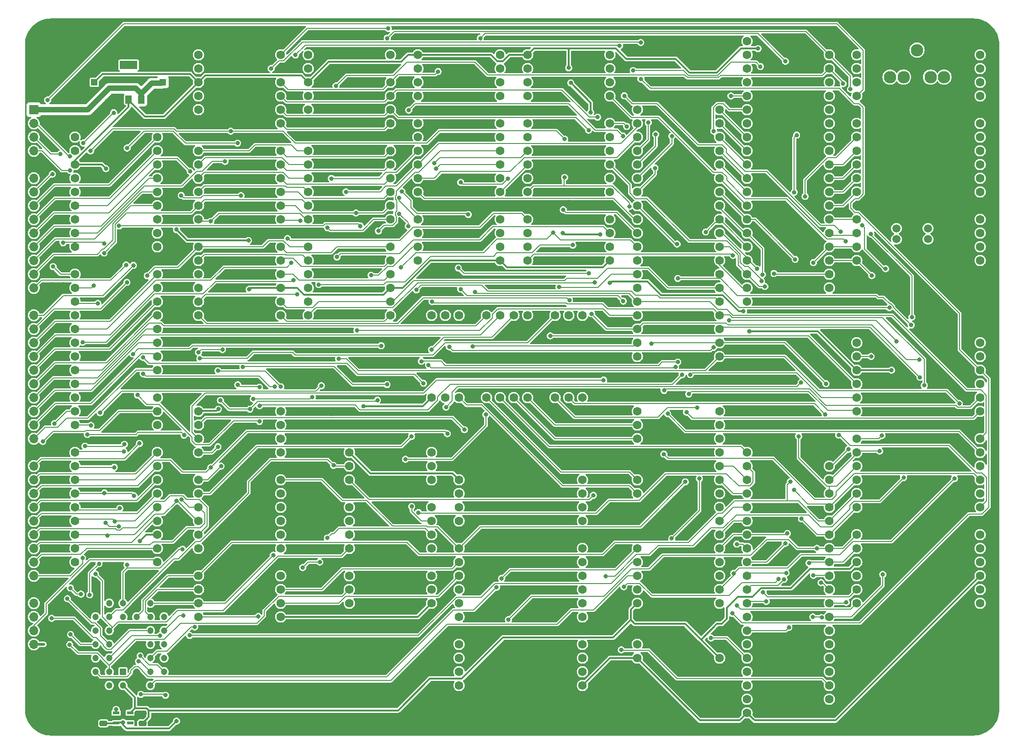
<source format=gtl>
%TF.GenerationSoftware,KiCad,Pcbnew,7.0.5*%
%TF.CreationDate,2024-01-27T16:56:41+02:00*%
%TF.ProjectId,Sound Board,536f756e-6420-4426-9f61-72642e6b6963,rev?*%
%TF.SameCoordinates,Original*%
%TF.FileFunction,Copper,L1,Top*%
%TF.FilePolarity,Positive*%
%FSLAX46Y46*%
G04 Gerber Fmt 4.6, Leading zero omitted, Abs format (unit mm)*
G04 Created by KiCad (PCBNEW 7.0.5) date 2024-01-27 16:56:41*
%MOMM*%
%LPD*%
G01*
G04 APERTURE LIST*
G04 Aperture macros list*
%AMRoundRect*
0 Rectangle with rounded corners*
0 $1 Rounding radius*
0 $2 $3 $4 $5 $6 $7 $8 $9 X,Y pos of 4 corners*
0 Add a 4 corners polygon primitive as box body*
4,1,4,$2,$3,$4,$5,$6,$7,$8,$9,$2,$3,0*
0 Add four circle primitives for the rounded corners*
1,1,$1+$1,$2,$3*
1,1,$1+$1,$4,$5*
1,1,$1+$1,$6,$7*
1,1,$1+$1,$8,$9*
0 Add four rect primitives between the rounded corners*
20,1,$1+$1,$2,$3,$4,$5,0*
20,1,$1+$1,$4,$5,$6,$7,0*
20,1,$1+$1,$6,$7,$8,$9,0*
20,1,$1+$1,$8,$9,$2,$3,0*%
G04 Aperture macros list end*
%TA.AperFunction,ComponentPad*%
%ADD10C,1.600000*%
%TD*%
%TA.AperFunction,SMDPad,CuDef*%
%ADD11R,1.200000X1.500000*%
%TD*%
%TA.AperFunction,SMDPad,CuDef*%
%ADD12R,3.300000X1.500000*%
%TD*%
%TA.AperFunction,ComponentPad*%
%ADD13C,5.600000*%
%TD*%
%TA.AperFunction,SMDPad,CuDef*%
%ADD14RoundRect,0.250000X0.475000X-0.250000X0.475000X0.250000X-0.475000X0.250000X-0.475000X-0.250000X0*%
%TD*%
%TA.AperFunction,SMDPad,CuDef*%
%ADD15C,0.500000*%
%TD*%
%TA.AperFunction,WasherPad*%
%ADD16C,2.300000*%
%TD*%
%TA.AperFunction,WasherPad*%
%ADD17C,1.500000*%
%TD*%
%TA.AperFunction,ComponentPad*%
%ADD18R,1.200000X1.200000*%
%TD*%
%TA.AperFunction,ComponentPad*%
%ADD19C,1.200000*%
%TD*%
%TA.AperFunction,SMDPad,CuDef*%
%ADD20R,1.150000X0.600000*%
%TD*%
%TA.AperFunction,ComponentPad*%
%ADD21R,1.700000X1.700000*%
%TD*%
%TA.AperFunction,ComponentPad*%
%ADD22O,1.700000X1.700000*%
%TD*%
%TA.AperFunction,ViaPad*%
%ADD23C,0.800000*%
%TD*%
%TA.AperFunction,Conductor*%
%ADD24C,0.200000*%
%TD*%
%TA.AperFunction,Conductor*%
%ADD25C,0.380000*%
%TD*%
%TA.AperFunction,Conductor*%
%ADD26C,1.000000*%
%TD*%
G04 APERTURE END LIST*
%TA.AperFunction,EtchedComponent*%
%TO.C,NT1*%
G36*
X27289000Y-145030000D02*
G01*
X26289000Y-145030000D01*
X26289000Y-144530000D01*
X27289000Y-144530000D01*
X27289000Y-145030000D01*
G37*
%TD.AperFunction*%
%TD*%
D10*
%TO.P,B13,1,5V*%
%TO.N,/5V*%
X104140000Y-114300000D03*
%TO.P,B13,2,N.C.*%
%TO.N,unconnected-(B13-N.C.-Pad2)*%
X104140000Y-116840000D03*
%TO.P,B13,3,N.C.*%
%TO.N,unconnected-(B13-N.C.-Pad3)*%
X104140000Y-119380000D03*
%TO.P,B13,4,N.C.*%
%TO.N,unconnected-(B13-N.C.-Pad4)*%
X104140000Y-121920000D03*
%TO.P,B13,5,GND*%
%TO.N,/GND*%
X104140000Y-124460000D03*
%TO.P,B13,6,~{Reset}*%
%TO.N,/Enable*%
X104140000Y-127000000D03*
%TO.P,B13,7,Clk_Sel_{S1}*%
%TO.N,/Clock Select _{S1}*%
X104140000Y-129540000D03*
%TO.P,B13,8,Clk_Sel_{S0}*%
%TO.N,/Clock Select _{S0}*%
X104140000Y-132080000D03*
%TO.P,B13,9,N.C.*%
%TO.N,unconnected-(B13-N.C.-Pad9)*%
X104140000Y-134620000D03*
%TO.P,B13,10,N.C.*%
%TO.N,unconnected-(B13-N.C.-Pad10)*%
X104140000Y-137160000D03*
%TO.P,B13,11,N.C.*%
%TO.N,unconnected-(B13-N.C.-Pad11)*%
X104140000Y-139700000D03*
%TO.P,B13,12,GND*%
%TO.N,/GND*%
X104140000Y-142240000D03*
%TO.P,B13,13,N.C.*%
%TO.N,unconnected-(B13-N.C.-Pad13)*%
X104140000Y-144780000D03*
%TO.P,B13,14,N.C.*%
%TO.N,unconnected-(B13-N.C.-Pad14)*%
X104140000Y-147320000D03*
%TO.P,B13,15,N.C.*%
%TO.N,unconnected-(B13-N.C.-Pad15)*%
X104140000Y-149860000D03*
%TO.P,B13,16,N.C.*%
%TO.N,unconnected-(B13-N.C.-Pad16)*%
X104140000Y-152400000D03*
%TO.P,B13,17,5V*%
%TO.N,/5V*%
X127000000Y-152400000D03*
%TO.P,B13,18,N.C.*%
%TO.N,unconnected-(B13-N.C.-Pad18)*%
X127000000Y-149860000D03*
%TO.P,B13,19,N.C.*%
%TO.N,unconnected-(B13-N.C.-Pad19)*%
X127000000Y-147320000D03*
%TO.P,B13,20,N.C.*%
%TO.N,unconnected-(B13-N.C.-Pad20)*%
X127000000Y-144780000D03*
%TO.P,B13,21,GND*%
%TO.N,/GND*%
X127000000Y-142240000D03*
%TO.P,B13,22,~{WR}_{B}*%
%TO.N,/~{WR}_{B}*%
X127000000Y-139700000D03*
%TO.P,B13,23,~{WR}_{A}*%
%TO.N,/~{WR}_{A}*%
X127000000Y-137160000D03*
%TO.P,B13,24,A0*%
%TO.N,/MAX_{A0}*%
X127000000Y-134620000D03*
%TO.P,B13,25,~{WR}*%
%TO.N,/MAX_{~{WR}}*%
X127000000Y-132080000D03*
%TO.P,B13,26,~{CLK}*%
%TO.N,/~{CLK}*%
X127000000Y-129540000D03*
%TO.P,B13,27,CLK*%
%TO.N,/CLK*%
X127000000Y-127000000D03*
%TO.P,B13,28,GND*%
%TO.N,/GND*%
X127000000Y-124460000D03*
%TO.P,B13,29,N.C.*%
%TO.N,unconnected-(B13-N.C.-Pad29)*%
X127000000Y-121920000D03*
%TO.P,B13,30,N.C.*%
%TO.N,unconnected-(B13-N.C.-Pad30)*%
X127000000Y-119380000D03*
%TO.P,B13,31,N.C.*%
%TO.N,unconnected-(B13-N.C.-Pad31)*%
X127000000Y-116840000D03*
%TO.P,B13,32,N.C.*%
%TO.N,unconnected-(B13-N.C.-Pad32)*%
X127000000Y-114300000D03*
%TD*%
D11*
%TO.P,IC3,1,GND*%
%TO.N,/GND*%
X40658000Y-43840000D03*
%TO.P,IC3,2,5.0VOut*%
%TO.N,/5V*%
X42958000Y-43840000D03*
%TO.P,IC3,3,15VIn*%
%TO.N,/12V*%
X45258000Y-43840000D03*
D12*
%TO.P,IC3,4,N.C*%
%TO.N,unconnected-(IC3-N.C-Pad4)*%
X42958000Y-37440000D03*
%TD*%
D13*
%TO.P,H4,1,GND*%
%TO.N,/GND*%
X149860000Y-35560000D03*
%TD*%
D14*
%TO.P,C1,1*%
%TO.N,/5V*%
X38287000Y-159425000D03*
%TO.P,C1,2*%
%TO.N,/GND*%
X38287000Y-157525000D03*
%TD*%
D10*
%TO.P,B6,1,T~{OE}*%
%TO.N,/CPU B ~{OE}\u00B7~{WE}*%
X157480000Y-109220000D03*
%TO.P,B6,2,T~{DIR}*%
%TO.N,/~{WD}*%
X157480000Y-111760000D03*
%TO.P,B6,3,M~{OE}*%
%TO.N,/B ~{OE}*%
X157480000Y-114300000D03*
%TO.P,B6,4,M~{WE}*%
%TO.N,/B ~{WE}*%
X157480000Y-116840000D03*
%TO.P,B6,5,M14*%
%TO.N,/M14*%
X157480000Y-119380000D03*
%TO.P,B6,6,M13*%
%TO.N,/M13*%
X157480000Y-121920000D03*
%TO.P,B6,7,M12*%
%TO.N,/M12*%
X157480000Y-124460000D03*
%TO.P,B6,8,M11*%
%TO.N,/M11*%
X157480000Y-127000000D03*
%TO.P,B6,9,M10*%
%TO.N,/M10*%
X157480000Y-129540000D03*
%TO.P,B6,10,M9*%
%TO.N,/M9*%
X157480000Y-132080000D03*
%TO.P,B6,11,M8*%
%TO.N,/M8*%
X157480000Y-134620000D03*
%TO.P,B6,12,M7*%
%TO.N,/M7*%
X157480000Y-137160000D03*
%TO.P,B6,13,M6*%
%TO.N,/M6*%
X157480000Y-139700000D03*
%TO.P,B6,14,M5*%
%TO.N,/M5*%
X157480000Y-142240000D03*
%TO.P,B6,15,M4*%
%TO.N,/M4*%
X157480000Y-144780000D03*
%TO.P,B6,16,M3*%
%TO.N,/M3*%
X157480000Y-147320000D03*
%TO.P,B6,17,M2*%
%TO.N,/M2*%
X157480000Y-149860000D03*
%TO.P,B6,18,M1*%
%TO.N,/M1*%
X157480000Y-152400000D03*
%TO.P,B6,19,M0*%
%TO.N,/M0*%
X157480000Y-154940000D03*
%TO.P,B6,20,5V*%
%TO.N,/5V*%
X157480000Y-157480000D03*
%TO.P,B6,21,GND*%
%TO.N,/GND*%
X172720000Y-157480000D03*
%TO.P,B6,22,LLE*%
%TO.N,/Sound Address*%
X172720000Y-154940000D03*
%TO.P,B6,23,L~{OE}*%
%TO.N,/~{WR}_{B}*%
X172720000Y-152400000D03*
%TO.P,B6,24,LQ0*%
%TO.N,/MAX0*%
X172720000Y-149860000D03*
%TO.P,B6,25,LQ1*%
%TO.N,/MAX1*%
X172720000Y-147320000D03*
%TO.P,B6,26,LQ2*%
%TO.N,/MAX2*%
X172720000Y-144780000D03*
%TO.P,B6,27,LQ3*%
%TO.N,/MAX3*%
X172720000Y-142240000D03*
%TO.P,B6,28,LQ4*%
%TO.N,/MAX4*%
X172720000Y-139700000D03*
%TO.P,B6,29,LQ5*%
%TO.N,/MAX5*%
X172720000Y-137160000D03*
%TO.P,B6,30,LQ6*%
%TO.N,/MAX6*%
X172720000Y-134620000D03*
%TO.P,B6,31,LQ7*%
%TO.N,/MAX7*%
X172720000Y-132080000D03*
%TO.P,B6,32,D0*%
%TO.N,/D0*%
X172720000Y-129540000D03*
%TO.P,B6,33,D1*%
%TO.N,/D1*%
X172720000Y-127000000D03*
%TO.P,B6,34,D2*%
%TO.N,/D2*%
X172720000Y-124460000D03*
%TO.P,B6,35,D3*%
%TO.N,/D3*%
X172720000Y-121920000D03*
%TO.P,B6,36,D4*%
%TO.N,/D4*%
X172720000Y-119380000D03*
%TO.P,B6,37,D5*%
%TO.N,/D5*%
X172720000Y-116840000D03*
%TO.P,B6,38,D6*%
%TO.N,/D6*%
X172720000Y-114300000D03*
%TO.P,B6,39,D7*%
%TO.N,/D7*%
X172720000Y-111760000D03*
%TO.P,B6,40,GND*%
%TO.N,/GND*%
X172720000Y-109220000D03*
%TD*%
%TO.P,B16,1,A0*%
%TO.N,/A0*%
X33020000Y-50800000D03*
%TO.P,B16,2,A1*%
%TO.N,/A1*%
X33020000Y-53340000D03*
%TO.P,B16,3,5V*%
%TO.N,/5V*%
X33020000Y-55880000D03*
%TO.P,B16,4,A2*%
%TO.N,/A2*%
X33020000Y-58420000D03*
%TO.P,B16,5,A3*%
%TO.N,/A3*%
X33020000Y-60960000D03*
%TO.P,B16,6,A4*%
%TO.N,/A4*%
X33020000Y-63500000D03*
%TO.P,B16,7,A5*%
%TO.N,/A5*%
X33020000Y-66040000D03*
%TO.P,B16,8,A6*%
%TO.N,/A6*%
X33020000Y-68580000D03*
%TO.P,B16,9,A7*%
%TO.N,/A7*%
X33020000Y-71120000D03*
%TO.P,B16,10,GND*%
%TO.N,/GND*%
X33020000Y-73660000D03*
%TO.P,B16,11,A8*%
%TO.N,/A8*%
X33020000Y-76200000D03*
%TO.P,B16,12,A9*%
%TO.N,/A9*%
X33020000Y-78740000D03*
%TO.P,B16,13,A10*%
%TO.N,/A10*%
X33020000Y-81280000D03*
%TO.P,B16,14,A11*%
%TO.N,/A11*%
X33020000Y-83820000D03*
%TO.P,B16,15,A12*%
%TO.N,/A12*%
X33020000Y-86360000D03*
%TO.P,B16,16,A13*%
%TO.N,/A13*%
X33020000Y-88900000D03*
%TO.P,B16,17,A14*%
%TO.N,/A14*%
X33020000Y-91440000D03*
%TO.P,B16,18,A15*%
%TO.N,/A15*%
X33020000Y-93980000D03*
%TO.P,B16,19,A16*%
%TO.N,/A16*%
X33020000Y-96520000D03*
%TO.P,B16,20,S*%
%TO.N,unconnected-(B16-S-Pad20)*%
X33020000Y-99060000D03*
%TO.P,B16,21,~{WD}*%
%TO.N,/~{WD}*%
X33020000Y-101600000D03*
%TO.P,B16,22,~{RD}*%
%TO.N,/~{RD}*%
X33020000Y-104140000D03*
%TO.P,B16,23,GND*%
%TO.N,/GND*%
X33020000Y-106680000D03*
%TO.P,B16,24,D0*%
%TO.N,/D0*%
X33020000Y-109220000D03*
%TO.P,B16,25,D1*%
%TO.N,/D1*%
X33020000Y-111760000D03*
%TO.P,B16,26,D2*%
%TO.N,/D2*%
X33020000Y-114300000D03*
%TO.P,B16,27,D3*%
%TO.N,/D3*%
X33020000Y-116840000D03*
%TO.P,B16,28,D4*%
%TO.N,/D4*%
X33020000Y-119380000D03*
%TO.P,B16,29,D5*%
%TO.N,/D5*%
X33020000Y-121920000D03*
%TO.P,B16,30,D6*%
%TO.N,/D6*%
X33020000Y-124460000D03*
%TO.P,B16,31,D7*%
%TO.N,/D7*%
X33020000Y-127000000D03*
%TO.P,B16,32,Deivce_~{CS}*%
%TO.N,/Device ~{CS}*%
X33020000Y-129540000D03*
%TO.P,B16,33,Deivce_~{CS}_{IN}*%
%TO.N,/Device ~{CS} _{IN}*%
X48260000Y-129540000D03*
%TO.P,B16,34,D7_{IN/OUT}*%
%TO.N,/D7_{IN{slash}OUT}*%
X48260000Y-127000000D03*
%TO.P,B16,35,5V*%
%TO.N,/5V*%
X48260000Y-124460000D03*
%TO.P,B16,36,D6_{IN/OUT}*%
%TO.N,/D6_{IN{slash}OUT}*%
X48260000Y-121920000D03*
%TO.P,B16,37,D5_{IN/OUT}*%
%TO.N,/D5_{IN{slash}OUT}*%
X48260000Y-119380000D03*
%TO.P,B16,38,D4_{IN/OUT}*%
%TO.N,/D4_{IN{slash}OUT}*%
X48260000Y-116840000D03*
%TO.P,B16,39,D3_{IN/OUT}*%
%TO.N,/D3_{IN{slash}OUT}*%
X48260000Y-114300000D03*
%TO.P,B16,40,D2_{IN/OUT}*%
%TO.N,/D2_{IN{slash}OUT}*%
X48260000Y-111760000D03*
%TO.P,B16,41,D1_{IN/OUT}*%
%TO.N,/D1_{IN{slash}OUT}*%
X48260000Y-109220000D03*
%TO.P,B16,42,GND*%
%TO.N,/GND*%
X48260000Y-106680000D03*
%TO.P,B16,43,D0_{IN/OUT}*%
%TO.N,/D0_{IN{slash}OUT}*%
X48260000Y-104140000D03*
%TO.P,B16,44,~{RD}_{IN}*%
%TO.N,/~{RD}_{IN}*%
X48260000Y-101600000D03*
%TO.P,B16,45,~{WD}_{IN}*%
%TO.N,/~{WD}_{IN}*%
X48260000Y-99060000D03*
%TO.P,B16,46,S_{IN}*%
%TO.N,/GND*%
X48260000Y-96520000D03*
%TO.P,B16,47,A16_{IN}*%
%TO.N,/A16_{IN}*%
X48260000Y-93980000D03*
%TO.P,B16,48,A15_{IN}*%
%TO.N,/A15_{IN}*%
X48260000Y-91440000D03*
%TO.P,B16,49,A14_{IN}*%
%TO.N,/A14_{IN}*%
X48260000Y-88900000D03*
%TO.P,B16,50,A13_{IN}*%
%TO.N,/A13_{IN}*%
X48260000Y-86360000D03*
%TO.P,B16,51,A12_{IN}*%
%TO.N,/A12_{IN}*%
X48260000Y-83820000D03*
%TO.P,B16,52,A11_{IN}*%
%TO.N,/A11_{IN}*%
X48260000Y-81280000D03*
%TO.P,B16,53,A10_{IN}*%
%TO.N,/A10_{IN}*%
X48260000Y-78740000D03*
%TO.P,B16,54,A9_{IN}*%
%TO.N,/A9_{IN}*%
X48260000Y-76200000D03*
%TO.P,B16,55,GND*%
%TO.N,/GND*%
X48260000Y-73660000D03*
%TO.P,B16,56,A8_{IN}*%
%TO.N,/A8_{IN}*%
X48260000Y-71120000D03*
%TO.P,B16,57,A7_{IN}*%
%TO.N,/A7_{IN}*%
X48260000Y-68580000D03*
%TO.P,B16,58,A6_{IN}*%
%TO.N,/A6_{IN}*%
X48260000Y-66040000D03*
%TO.P,B16,59,A5_{IN}*%
%TO.N,/A5_{IN}*%
X48260000Y-63500000D03*
%TO.P,B16,60,A4_{IN}*%
%TO.N,/A4_{IN}*%
X48260000Y-60960000D03*
%TO.P,B16,61,A3_{IN}*%
%TO.N,/A3_{IN}*%
X48260000Y-58420000D03*
%TO.P,B16,62,A2_{IN}*%
%TO.N,/A2_{IN}*%
X48260000Y-55880000D03*
%TO.P,B16,63,A1_{IN}*%
%TO.N,/A1_{IN}*%
X48260000Y-53340000D03*
%TO.P,B16,64,A0_{IN}*%
%TO.N,/A0_{IN}*%
X48260000Y-50800000D03*
%TD*%
%TO.P,B2,1,N.C.*%
%TO.N,unconnected-(B2-N.C.-Pad1)*%
X76200000Y-35560000D03*
%TO.P,B2,2,N.C.*%
%TO.N,unconnected-(B2-N.C.-Pad2)*%
X76200000Y-38100000D03*
%TO.P,B2,3,5V*%
%TO.N,/5V*%
X76200000Y-40640000D03*
%TO.P,B2,4,N.C.*%
%TO.N,unconnected-(B2-N.C.-Pad4)*%
X76200000Y-43180000D03*
%TO.P,B2,5,N.C.*%
%TO.N,unconnected-(B2-N.C.-Pad5)*%
X76200000Y-45720000D03*
%TO.P,B2,6,~{OE}*%
%TO.N,/GND*%
X76200000Y-48260000D03*
%TO.P,B2,7,GND*%
X76200000Y-50800000D03*
%TO.P,B2,8,D7*%
%TO.N,/D7*%
X76200000Y-53340000D03*
%TO.P,B2,9,D6*%
%TO.N,/D6*%
X76200000Y-55880000D03*
%TO.P,B2,10,D5*%
%TO.N,/D5*%
X76200000Y-58420000D03*
%TO.P,B2,11,D4*%
%TO.N,/D4*%
X76200000Y-60960000D03*
%TO.P,B2,12,D3*%
%TO.N,/D3*%
X76200000Y-63500000D03*
%TO.P,B2,13,D2*%
%TO.N,/D2*%
X76200000Y-66040000D03*
%TO.P,B2,14,GND*%
%TO.N,/GND*%
X76200000Y-68580000D03*
%TO.P,B2,15,D1*%
%TO.N,/D1*%
X76200000Y-71120000D03*
%TO.P,B2,16,D0*%
%TO.N,/D0*%
X76200000Y-73660000D03*
%TO.P,B2,17,N.C.*%
%TO.N,unconnected-(B2-N.C.-Pad17)*%
X76200000Y-76200000D03*
%TO.P,B2,18,N.C.*%
%TO.N,unconnected-(B2-N.C.-Pad18)*%
X76200000Y-78740000D03*
%TO.P,B2,19,Write_A_High*%
%TO.N,/Write Interrupt Address High*%
X76200000Y-81280000D03*
%TO.P,B2,20,Write_A_Low*%
%TO.N,/Write Interrupt Address Low*%
X76200000Y-83820000D03*
%TO.P,B2,21,C0*%
%TO.N,/C0*%
X91440000Y-83820000D03*
%TO.P,B2,22,C1*%
%TO.N,/C1*%
X91440000Y-81280000D03*
%TO.P,B2,23,5V*%
%TO.N,/5V*%
X91440000Y-78740000D03*
%TO.P,B2,24,C2*%
%TO.N,/C2*%
X91440000Y-76200000D03*
%TO.P,B2,25,C3*%
%TO.N,/C3*%
X91440000Y-73660000D03*
%TO.P,B2,26,C4*%
%TO.N,/C4*%
X91440000Y-71120000D03*
%TO.P,B2,27,GND*%
%TO.N,/GND*%
X91440000Y-68580000D03*
%TO.P,B2,28,C5*%
%TO.N,/C5*%
X91440000Y-66040000D03*
%TO.P,B2,29,C6*%
%TO.N,/C6*%
X91440000Y-63500000D03*
%TO.P,B2,30,C7*%
%TO.N,/C7*%
X91440000Y-60960000D03*
%TO.P,B2,31,C8*%
%TO.N,/C8*%
X91440000Y-58420000D03*
%TO.P,B2,32,C9*%
%TO.N,/C9*%
X91440000Y-55880000D03*
%TO.P,B2,33,C10*%
%TO.N,/C10*%
X91440000Y-53340000D03*
%TO.P,B2,34,GND*%
%TO.N,/GND*%
X91440000Y-50800000D03*
%TO.P,B2,35,C11*%
%TO.N,/C11*%
X91440000Y-48260000D03*
%TO.P,B2,36,C12*%
%TO.N,/C12*%
X91440000Y-45720000D03*
%TO.P,B2,37,C13*%
%TO.N,/C13*%
X91440000Y-43180000D03*
%TO.P,B2,38,C14*%
%TO.N,/C14*%
X91440000Y-40640000D03*
%TO.P,B2,39,C15*%
%TO.N,/GND*%
X91440000Y-38100000D03*
%TO.P,B2,40,~{C=A}*%
%TO.N,/~{Interrupt} _{CMP}*%
X91440000Y-35560000D03*
%TD*%
%TO.P,B10,1,5V*%
%TO.N,/5V*%
X83820000Y-109220000D03*
%TO.P,B10,2,~{Device_RAM}*%
%TO.N,/~{Device ROM}*%
X83820000Y-111760000D03*
%TO.P,B10,3,~{Device_Registers}*%
%TO.N,/~{CPU Address}*%
X83820000Y-114300000D03*
%TO.P,B10,4,GND*%
%TO.N,/GND*%
X83820000Y-116840000D03*
%TO.P,B10,5,~{Device_ROM}*%
%TO.N,/~{Device Registers}*%
X83820000Y-119380000D03*
%TO.P,B10,6,N.C.*%
%TO.N,unconnected-(B10-N.C.-Pad6)*%
X83820000Y-121920000D03*
%TO.P,B10,7,N.C.*%
%TO.N,unconnected-(B10-N.C.-Pad7)*%
X83820000Y-124460000D03*
%TO.P,B10,8,~{WD}*%
%TO.N,/~{RD}*%
X83820000Y-127000000D03*
%TO.P,B10,9,GND*%
%TO.N,/GND*%
X83820000Y-129540000D03*
%TO.P,B10,10,N.C.*%
%TO.N,unconnected-(B10-N.C.-Pad10)*%
X83820000Y-132080000D03*
%TO.P,B10,11,~{RD}*%
%TO.N,/~{WD}*%
X83820000Y-134620000D03*
%TO.P,B10,12,N.C.*%
%TO.N,unconnected-(B10-N.C.-Pad12)*%
X83820000Y-137160000D03*
%TO.P,B10,13,5V*%
%TO.N,/5V*%
X99060000Y-137160000D03*
%TO.P,B10,14,N.C.*%
%TO.N,unconnected-(B10-N.C.-Pad14)*%
X99060000Y-134620000D03*
%TO.P,B10,15,N.C.*%
%TO.N,unconnected-(B10-N.C.-Pad15)*%
X99060000Y-132080000D03*
%TO.P,B10,16,GND*%
%TO.N,/GND*%
X99060000Y-129540000D03*
%TO.P,B10,17,H0_{OUT}*%
%TO.N,/H0_{OUT}*%
X99060000Y-127000000D03*
%TO.P,B10,18,H1_{OUT}*%
%TO.N,/H1_{OUT}*%
X99060000Y-124460000D03*
%TO.P,B10,19,H2_{OUT}*%
%TO.N,/H2_{OUT}*%
X99060000Y-121920000D03*
%TO.P,B10,20,N.C.*%
%TO.N,unconnected-(B10-N.C.-Pad20)*%
X99060000Y-119380000D03*
%TO.P,B10,21,GND*%
%TO.N,/GND*%
X99060000Y-116840000D03*
%TO.P,B10,22,N.C.*%
%TO.N,unconnected-(B10-N.C.-Pad22)*%
X99060000Y-114300000D03*
%TO.P,B10,23,N.C.*%
%TO.N,unconnected-(B10-N.C.-Pad23)*%
X99060000Y-111760000D03*
%TO.P,B10,24,N.C.*%
%TO.N,unconnected-(B10-N.C.-Pad24)*%
X99060000Y-109220000D03*
%TD*%
D15*
%TO.P,NT1,1,1*%
%TO.N,/PHI2_{IN}*%
X26289000Y-144780000D03*
%TO.P,NT1,2,2*%
%TO.N,unconnected-(NT1-Pad2)*%
X27289000Y-144780000D03*
%TD*%
D16*
%TO.P,B9,*%
%TO.N,*%
X183976000Y-39679000D03*
D17*
X185166000Y-67723000D03*
X185166000Y-69723000D03*
D16*
X186476000Y-39679000D03*
X188976000Y-34679000D03*
D17*
X191008000Y-67723000D03*
X191008000Y-69723000D03*
D16*
X191476000Y-39679000D03*
X193976000Y-39679000D03*
D10*
%TO.P,B9,1,5V*%
%TO.N,/5V*%
X177800000Y-35560000D03*
%TO.P,B9,2,N.C.*%
%TO.N,unconnected-(B9-N.C.-Pad2)*%
X177800000Y-38100000D03*
%TO.P,B9,3,N.C.*%
%TO.N,unconnected-(B9-N.C.-Pad3)*%
X177800000Y-40640000D03*
%TO.P,B9,4,~{Enable}*%
%TO.N,/~{Enable} _{OUT}*%
X177800000Y-43180000D03*
%TO.P,B9,5,GND*%
%TO.N,/GND*%
X177800000Y-45720000D03*
%TO.P,B9,6,A0*%
%TO.N,/MAX_{A0}*%
X177800000Y-48260000D03*
%TO.P,B9,7,~{WR}*%
%TO.N,/MAX_{~{WR}}*%
X177800000Y-50800000D03*
%TO.P,B9,8,D7*%
%TO.N,/MAX7*%
X177800000Y-53340000D03*
%TO.P,B9,9,D6*%
%TO.N,/MAX6*%
X177800000Y-55880000D03*
%TO.P,B9,10,D5*%
%TO.N,/MAX5*%
X177800000Y-58420000D03*
%TO.P,B9,11,D4*%
%TO.N,/MAX4*%
X177800000Y-60960000D03*
%TO.P,B9,12,GND*%
%TO.N,/GND*%
X177800000Y-63500000D03*
%TO.P,B9,13,D3*%
%TO.N,/MAX3*%
X177800000Y-66040000D03*
%TO.P,B9,14,D2*%
%TO.N,/MAX2*%
X177800000Y-68580000D03*
%TO.P,B9,15,D1*%
%TO.N,/MAX1*%
X177800000Y-71120000D03*
%TO.P,B9,16,D0*%
%TO.N,/MAX0*%
X177800000Y-73660000D03*
%TO.P,B9,17,5V*%
%TO.N,/5V*%
X200660000Y-73660000D03*
%TO.P,B9,18,N.C.*%
%TO.N,unconnected-(B9-N.C.-Pad18)*%
X200660000Y-71120000D03*
%TO.P,B9,19,N.C.*%
%TO.N,unconnected-(B9-N.C.-Pad19)*%
X200660000Y-68580000D03*
%TO.P,B9,20,N.C.*%
%TO.N,unconnected-(B9-N.C.-Pad20)*%
X200660000Y-66040000D03*
%TO.P,B9,21,GND*%
%TO.N,/GND*%
X200660000Y-63500000D03*
%TO.P,B9,22,N.C.*%
%TO.N,unconnected-(B9-N.C.-Pad22)*%
X200660000Y-60960000D03*
%TO.P,B9,23,N.C.*%
%TO.N,unconnected-(B9-N.C.-Pad23)*%
X200660000Y-58420000D03*
%TO.P,B9,24,N.C.*%
%TO.N,unconnected-(B9-N.C.-Pad24)*%
X200660000Y-55880000D03*
%TO.P,B9,25,N.C.*%
%TO.N,unconnected-(B9-N.C.-Pad25)*%
X200660000Y-53340000D03*
%TO.P,B9,26,N.C.*%
%TO.N,unconnected-(B9-N.C.-Pad26)*%
X200660000Y-50800000D03*
%TO.P,B9,27,N.C.*%
%TO.N,unconnected-(B9-N.C.-Pad27)*%
X200660000Y-48260000D03*
%TO.P,B9,28,GND*%
%TO.N,/GND*%
X200660000Y-45720000D03*
%TO.P,B9,29,N.C.*%
%TO.N,unconnected-(B9-N.C.-Pad29)*%
X200660000Y-43180000D03*
%TO.P,B9,30,N.C.*%
%TO.N,unconnected-(B9-N.C.-Pad30)*%
X200660000Y-40640000D03*
%TO.P,B9,31,N.C.*%
%TO.N,unconnected-(B9-N.C.-Pad31)*%
X200660000Y-38100000D03*
%TO.P,B9,32,N.C.*%
%TO.N,unconnected-(B9-N.C.-Pad32)*%
X200660000Y-35560000D03*
%TD*%
%TO.P,B8,1,5V*%
%TO.N,/5V*%
X55880000Y-101600000D03*
%TO.P,B8,2,Interrupt_CLK*%
%TO.N,/~{CLK}*%
X55880000Y-104140000D03*
%TO.P,B8,3,Write_Clear_Interrupt*%
%TO.N,/Write Clear Interrupt*%
X55880000Y-106680000D03*
%TO.P,B8,4,~{Set_Interrupt_on_CLK}*%
%TO.N,/~{Interrupt} _{CMP}*%
X55880000Y-109220000D03*
%TO.P,B8,5,GND*%
%TO.N,/GND*%
X55880000Y-111760000D03*
%TO.P,B8,6,Read_Flags*%
%TO.N,/Read Flags*%
X55880000Y-114300000D03*
%TO.P,B8,7,Write_Flags*%
%TO.N,/Write Flags*%
X55880000Y-116840000D03*
%TO.P,B8,8,D7*%
%TO.N,/D7*%
X55880000Y-119380000D03*
%TO.P,B8,9,D6*%
%TO.N,/D6*%
X55880000Y-121920000D03*
%TO.P,B8,10,D5*%
%TO.N,/D5*%
X55880000Y-124460000D03*
%TO.P,B8,11,D4*%
%TO.N,/D4*%
X55880000Y-127000000D03*
%TO.P,B8,12,GND*%
%TO.N,/GND*%
X55880000Y-129540000D03*
%TO.P,B8,13,D3*%
%TO.N,/D3*%
X55880000Y-132080000D03*
%TO.P,B8,14,D2*%
%TO.N,/D2*%
X55880000Y-134620000D03*
%TO.P,B8,15,D1*%
%TO.N,/D1*%
X55880000Y-137160000D03*
%TO.P,B8,16,D0*%
%TO.N,/D0*%
X55880000Y-139700000D03*
%TO.P,B8,17,5V*%
%TO.N,/5V*%
X71120000Y-139700000D03*
%TO.P,B8,18,F0*%
%TO.N,/Clock Select _{S0}*%
X71120000Y-137160000D03*
%TO.P,B8,19,F1*%
%TO.N,/Clock Select _{S1}*%
X71120000Y-134620000D03*
%TO.P,B8,20,F2*%
%TO.N,unconnected-(B8-F2-Pad20)*%
X71120000Y-132080000D03*
%TO.P,B8,21,GND*%
%TO.N,/GND*%
X71120000Y-129540000D03*
%TO.P,B8,22,F3*%
%TO.N,unconnected-(B8-F3-Pad22)*%
X71120000Y-127000000D03*
%TO.P,B8,23,F4*%
%TO.N,unconnected-(B8-F4-Pad23)*%
X71120000Y-124460000D03*
%TO.P,B8,24,F5*%
%TO.N,unconnected-(B8-F5-Pad24)*%
X71120000Y-121920000D03*
%TO.P,B8,25,N.C.*%
%TO.N,unconnected-(B8-N.C.-Pad25)*%
X71120000Y-119380000D03*
%TO.P,B8,26,~{Enable}*%
%TO.N,/~{Enable} _{OUT}*%
X71120000Y-116840000D03*
%TO.P,B8,27,Enable*%
%TO.N,/Enable*%
X71120000Y-114300000D03*
%TO.P,B8,28,GND*%
%TO.N,/GND*%
X71120000Y-111760000D03*
%TO.P,B8,29,~{INT}*%
%TO.N,/~{Interrupt} _{OUT}*%
X71120000Y-109220000D03*
%TO.P,B8,30,INT*%
%TO.N,unconnected-(B8-INT-Pad30)*%
X71120000Y-106680000D03*
%TO.P,B8,31,N.C.*%
%TO.N,unconnected-(B8-N.C.-Pad31)*%
X71120000Y-104140000D03*
%TO.P,B8,32,N.C.*%
%TO.N,unconnected-(B8-N.C.-Pad32)*%
X71120000Y-101600000D03*
%TD*%
D18*
%TO.P,C4,1*%
%TO.N,/12V*%
X49308000Y-40640000D03*
D19*
%TO.P,C4,2*%
%TO.N,/GND*%
X51308000Y-40640000D03*
%TD*%
D10*
%TO.P,B1,1,Read_Count_High*%
%TO.N,/Read Counter Address High*%
X177800000Y-88900000D03*
%TO.P,B1,2,Read_Count_Low*%
%TO.N,/Read Counter Address Low*%
X177800000Y-91440000D03*
%TO.P,B1,3,5V*%
%TO.N,/5V*%
X177800000Y-93980000D03*
%TO.P,B1,4,CLK*%
%TO.N,/CLK*%
X177800000Y-96520000D03*
%TO.P,B1,5,~{Load_Count_Start}*%
%TO.N,/~{End} _{CMP}*%
X177800000Y-99060000D03*
%TO.P,B1,6,~{Reset}*%
%TO.N,/Enable*%
X177800000Y-101600000D03*
%TO.P,B1,7,GND*%
%TO.N,/GND*%
X177800000Y-104140000D03*
%TO.P,B1,8,D7*%
%TO.N,/D7*%
X177800000Y-106680000D03*
%TO.P,B1,9,D6*%
%TO.N,/D6*%
X177800000Y-109220000D03*
%TO.P,B1,10,D5*%
%TO.N,/D5*%
X177800000Y-111760000D03*
%TO.P,B1,11,D4*%
%TO.N,/D4*%
X177800000Y-114300000D03*
%TO.P,B1,12,D3*%
%TO.N,/D3*%
X177800000Y-116840000D03*
%TO.P,B1,13,D2*%
%TO.N,/D2*%
X177800000Y-119380000D03*
%TO.P,B1,14,GND*%
%TO.N,/GND*%
X177800000Y-121920000D03*
%TO.P,B1,15,D1*%
%TO.N,/D1*%
X177800000Y-124460000D03*
%TO.P,B1,16,D0*%
%TO.N,/D0*%
X177800000Y-127000000D03*
%TO.P,B1,17,Count_Enable*%
%TO.N,/3.3V*%
X177800000Y-129540000D03*
%TO.P,B1,18,Latch_Count*%
%TO.N,/Read Counter Address Low*%
X177800000Y-132080000D03*
%TO.P,B1,19,Write_Start_High*%
%TO.N,/Write Start Address High*%
X177800000Y-134620000D03*
%TO.P,B1,20,Write_Start_Low*%
%TO.N,/Write Start Address Low*%
X177800000Y-137160000D03*
%TO.P,B1,21,C0*%
%TO.N,/C0*%
X200660000Y-137160000D03*
%TO.P,B1,22,C1*%
%TO.N,/C1*%
X200660000Y-134620000D03*
%TO.P,B1,23,5V*%
%TO.N,/5V*%
X200660000Y-132080000D03*
%TO.P,B1,24,C2*%
%TO.N,/C2*%
X200660000Y-129540000D03*
%TO.P,B1,25,C3*%
%TO.N,/C3*%
X200660000Y-127000000D03*
%TO.P,B1,26,C4*%
%TO.N,/C4*%
X200660000Y-124460000D03*
%TO.P,B1,27,GND*%
%TO.N,/GND*%
X200660000Y-121920000D03*
%TO.P,B1,28,C5*%
%TO.N,/C5*%
X200660000Y-119380000D03*
%TO.P,B1,29,C6*%
%TO.N,/C6*%
X200660000Y-116840000D03*
%TO.P,B1,30,C7*%
%TO.N,/C7*%
X200660000Y-114300000D03*
%TO.P,B1,31,C8*%
%TO.N,/C8*%
X200660000Y-111760000D03*
%TO.P,B1,32,C9*%
%TO.N,/C9*%
X200660000Y-109220000D03*
%TO.P,B1,33,C10*%
%TO.N,/C10*%
X200660000Y-106680000D03*
%TO.P,B1,34,GND*%
%TO.N,/GND*%
X200660000Y-104140000D03*
%TO.P,B1,35,C11*%
%TO.N,/C11*%
X200660000Y-101600000D03*
%TO.P,B1,36,C12*%
%TO.N,/C12*%
X200660000Y-99060000D03*
%TO.P,B1,37,C13*%
%TO.N,/C13*%
X200660000Y-96520000D03*
%TO.P,B1,38,C14*%
%TO.N,/C14*%
X200660000Y-93980000D03*
%TO.P,B1,39,C15*%
%TO.N,unconnected-(B1-C15-Pad39)*%
X200660000Y-91440000D03*
%TO.P,B1,40,TC_{12..15}*%
%TO.N,unconnected-(B1-TC_{12..15}-Pad40)*%
X200660000Y-88900000D03*
%TD*%
D20*
%TO.P,IC2,1,VIN*%
%TO.N,/5V*%
X40640000Y-157480000D03*
%TO.P,IC2,2,GND*%
%TO.N,/GND*%
X40640000Y-158430000D03*
%TO.P,IC2,3,EN*%
%TO.N,/5V*%
X40640000Y-159380000D03*
%TO.P,IC2,4,ADJ*%
%TO.N,unconnected-(IC2-ADJ-Pad4)*%
X43240000Y-159380000D03*
%TO.P,IC2,5,VOUT*%
%TO.N,/3.3V*%
X43240000Y-157480000D03*
%TD*%
D10*
%TO.P,B3,1,~{E}*%
%TO.N,/GND*%
X137160000Y-43180000D03*
%TO.P,B3,2,S*%
%TO.N,/~{CPU Address}*%
X137160000Y-45720000D03*
%TO.P,B3,3,A11*%
%TO.N,/A11*%
X137160000Y-48260000D03*
%TO.P,B3,4,A10*%
%TO.N,/A10*%
X137160000Y-50800000D03*
%TO.P,B3,5,A9*%
%TO.N,/A9*%
X137160000Y-53340000D03*
%TO.P,B3,6,A8*%
%TO.N,/A8*%
X137160000Y-55880000D03*
%TO.P,B3,7,A7*%
%TO.N,/A7*%
X137160000Y-58420000D03*
%TO.P,B3,8,A6*%
%TO.N,/A6*%
X137160000Y-60960000D03*
%TO.P,B3,9,A5*%
%TO.N,/A5*%
X137160000Y-63500000D03*
%TO.P,B3,10,A4*%
%TO.N,/A4*%
X137160000Y-66040000D03*
%TO.P,B3,11,A3*%
%TO.N,/A3*%
X137160000Y-68580000D03*
%TO.P,B3,12,A2*%
%TO.N,/A2*%
X137160000Y-71120000D03*
%TO.P,B3,13,A1*%
%TO.N,/A1*%
X137160000Y-73660000D03*
%TO.P,B3,14,A0*%
%TO.N,/A0*%
X137160000Y-76200000D03*
%TO.P,B3,15,B11*%
%TO.N,/C11*%
X137160000Y-78740000D03*
%TO.P,B3,16,B10*%
%TO.N,/C10*%
X137160000Y-81280000D03*
%TO.P,B3,17,B9*%
%TO.N,/C9*%
X137160000Y-83820000D03*
%TO.P,B3,18,B8*%
%TO.N,/C8*%
X137160000Y-86360000D03*
%TO.P,B3,19,B7*%
%TO.N,/C7*%
X137160000Y-88900000D03*
%TO.P,B3,20,5V*%
%TO.N,/5V*%
X137160000Y-91440000D03*
%TO.P,B3,21,B6*%
%TO.N,/C6*%
X152400000Y-91440000D03*
%TO.P,B3,22,B5*%
%TO.N,/C5*%
X152400000Y-88900000D03*
%TO.P,B3,23,B4*%
%TO.N,/C4*%
X152400000Y-86360000D03*
%TO.P,B3,24,B3*%
%TO.N,/C3*%
X152400000Y-83820000D03*
%TO.P,B3,25,B2*%
%TO.N,/C2*%
X152400000Y-81280000D03*
%TO.P,B3,26,B1*%
%TO.N,/C1*%
X152400000Y-78740000D03*
%TO.P,B3,27,B0*%
%TO.N,/C0*%
X152400000Y-76200000D03*
%TO.P,B3,28,Q0*%
%TO.N,/M0*%
X152400000Y-73660000D03*
%TO.P,B3,29,Q1*%
%TO.N,/M1*%
X152400000Y-71120000D03*
%TO.P,B3,30,Q2*%
%TO.N,/M2*%
X152400000Y-68580000D03*
%TO.P,B3,31,Q3*%
%TO.N,/M3*%
X152400000Y-66040000D03*
%TO.P,B3,32,Q4*%
%TO.N,/M4*%
X152400000Y-63500000D03*
%TO.P,B3,33,Q5*%
%TO.N,/M5*%
X152400000Y-60960000D03*
%TO.P,B3,34,Q6*%
%TO.N,/M6*%
X152400000Y-58420000D03*
%TO.P,B3,35,Q7*%
%TO.N,/M7*%
X152400000Y-55880000D03*
%TO.P,B3,36,Q8*%
%TO.N,/M8*%
X152400000Y-53340000D03*
%TO.P,B3,37,Q9*%
%TO.N,/M9*%
X152400000Y-50800000D03*
%TO.P,B3,38,Q10*%
%TO.N,/M10*%
X152400000Y-48260000D03*
%TO.P,B3,39,Q11*%
%TO.N,/M11*%
X152400000Y-45720000D03*
%TO.P,B3,40,GND*%
%TO.N,/GND*%
X152400000Y-43180000D03*
%TD*%
D14*
%TO.P,C2,1*%
%TO.N,/3.3V*%
X45526000Y-159425000D03*
%TO.P,C2,2*%
%TO.N,/GND*%
X45526000Y-157525000D03*
%TD*%
D10*
%TO.P,B15,1,5V*%
%TO.N,/5V*%
X116840000Y-35560000D03*
%TO.P,B15,2,Y7_{R}*%
%TO.N,unconnected-(B15-Y7_{R}-Pad2)*%
X116840000Y-38100000D03*
%TO.P,B15,3,Y6_{R}*%
%TO.N,unconnected-(B15-Y6_{R}-Pad3)*%
X116840000Y-40640000D03*
%TO.P,B15,4,~{Device_Registers}*%
%TO.N,/~{Device Registers}*%
X116840000Y-43180000D03*
%TO.P,B15,5,GND*%
%TO.N,/GND*%
X116840000Y-45720000D03*
%TO.P,B15,6,Y5_{R}*%
%TO.N,unconnected-(B15-Y5_{R}-Pad6)*%
X116840000Y-48260000D03*
%TO.P,B15,7,Y4_{R}*%
%TO.N,unconnected-(B15-Y4_{R}-Pad7)*%
X116840000Y-50800000D03*
%TO.P,B15,8,~{E2}*%
%TO.N,/A3*%
X116840000Y-53340000D03*
%TO.P,B15,9,E3*%
%TO.N,/~{A4}*%
X116840000Y-55880000D03*
%TO.P,B15,10,A2*%
%TO.N,/A2*%
X116840000Y-58420000D03*
%TO.P,B15,11,A1*%
%TO.N,/A1*%
X116840000Y-60960000D03*
%TO.P,B15,12,GND*%
%TO.N,/GND*%
X116840000Y-63500000D03*
%TO.P,B15,13,A0*%
%TO.N,/A0*%
X116840000Y-66040000D03*
%TO.P,B15,14,N.C.*%
%TO.N,unconnected-(B15-N.C.-Pad14)*%
X116840000Y-68580000D03*
%TO.P,B15,15,~{RD}*%
%TO.N,/~{RD}*%
X116840000Y-71120000D03*
%TO.P,B15,16,~{WD}*%
%TO.N,/~{WD}*%
X116840000Y-73660000D03*
%TO.P,B15,17,5V*%
%TO.N,/5V*%
X132080000Y-73660000D03*
%TO.P,B15,18,N.C.*%
%TO.N,unconnected-(B15-N.C.-Pad18)*%
X132080000Y-71120000D03*
%TO.P,B15,19,Y7_{W}*%
%TO.N,/Write Interrupt Address High*%
X132080000Y-68580000D03*
%TO.P,B15,20,Y6_{W}*%
%TO.N,/Write Interrupt Address Low*%
X132080000Y-66040000D03*
%TO.P,B15,21,GND*%
%TO.N,/GND*%
X132080000Y-63500000D03*
%TO.P,B15,22,Y5_{W}*%
%TO.N,/Write End Address High*%
X132080000Y-60960000D03*
%TO.P,B15,23,Y4_{W}*%
%TO.N,/Write End Address Low*%
X132080000Y-58420000D03*
%TO.P,B15,24,Y3_{W}*%
%TO.N,/Write Start Address High*%
X132080000Y-55880000D03*
%TO.P,B15,25,Y2_{W}*%
%TO.N,/Write Start Address Low*%
X132080000Y-53340000D03*
%TO.P,B15,26,Y1_{W}*%
%TO.N,/Write Clear Interrupt*%
X132080000Y-50800000D03*
%TO.P,B15,27,Y0_{W}*%
%TO.N,/Write Flags*%
X132080000Y-48260000D03*
%TO.P,B15,28,GND*%
%TO.N,/GND*%
X132080000Y-45720000D03*
%TO.P,B15,29,Y3_{R}*%
%TO.N,/Read Counter Address High*%
X132080000Y-43180000D03*
%TO.P,B15,30,Y2_{R}*%
%TO.N,/Read Counter Address Low*%
X132080000Y-40640000D03*
%TO.P,B15,31,Y1_{R}*%
%TO.N,unconnected-(B15-Y1_{R}-Pad31)*%
X132080000Y-38100000D03*
%TO.P,B15,32,Y0_{R}*%
%TO.N,/Read Flags*%
X132080000Y-35560000D03*
%TD*%
%TO.P,B12,1,5V*%
%TO.N,/5V*%
X127000000Y-83820000D03*
%TO.P,B12,2,Device_~{RAM}*%
%TO.N,/~{CPU Address}*%
X124460000Y-83820000D03*
%TO.P,B12,3,~{Device_Select}*%
%TO.N,/Device ~{CS}*%
X121920000Y-83820000D03*
%TO.P,B12,4,GND*%
%TO.N,/GND*%
X119380000Y-83820000D03*
%TO.P,B12,5,~{RD}*%
%TO.N,/~{RD}*%
X116840000Y-83820000D03*
%TO.P,B12,6,~{WD}*%
%TO.N,/~{WD}*%
X114300000Y-83820000D03*
%TO.P,B12,7,A16*%
%TO.N,/A16*%
X111760000Y-83820000D03*
%TO.P,B12,8,A15*%
%TO.N,/A15*%
X109220000Y-83820000D03*
%TO.P,B12,9,GND*%
%TO.N,/GND*%
X106680000Y-83820000D03*
%TO.P,B12,10,~{CLK}*%
%TO.N,/CLK*%
X104140000Y-83820000D03*
%TO.P,B12,11,N.C.*%
%TO.N,unconnected-(B12-N.C.-Pad11)*%
X101600000Y-83820000D03*
%TO.P,B12,12,N.C.*%
%TO.N,unconnected-(B12-N.C.-Pad12)*%
X99060000Y-83820000D03*
%TO.P,B12,13,5V*%
%TO.N,/5V*%
X99060000Y-99060000D03*
%TO.P,B12,14,N.C.*%
%TO.N,unconnected-(B12-N.C.-Pad14)*%
X101600000Y-99060000D03*
%TO.P,B12,15,CPU_B_~{WE}*%
%TO.N,/CPU B ~{WE}*%
X104140000Y-99060000D03*
%TO.P,B12,16,GND*%
%TO.N,/GND*%
X106680000Y-99060000D03*
%TO.P,B12,17,CPU_B_~{OE}*%
%TO.N,/CPU B ~{OE}*%
X109220000Y-99060000D03*
%TO.P,B12,18,CPU_B_~{OE}\u00B7~{WE}*%
%TO.N,/CPU B ~{OE}\u00B7~{WE}*%
X111760000Y-99060000D03*
%TO.P,B12,19,CPU_A_~{WE}*%
%TO.N,/CPU A ~{WE}*%
X114300000Y-99060000D03*
%TO.P,B12,20,CPU_A_~{OE}*%
%TO.N,/CPU A ~{OE}*%
X116840000Y-99060000D03*
%TO.P,B12,21,GND*%
%TO.N,/GND*%
X119380000Y-99060000D03*
%TO.P,B12,22,CPU_A_~{OE}\u00B7~{WE}*%
%TO.N,/CPU A ~{OE}\u00B7~{WE}*%
X121920000Y-99060000D03*
%TO.P,B12,23,Sound_Address*%
%TO.N,/Sound Address*%
X124460000Y-99060000D03*
%TO.P,B12,24,N.C.*%
%TO.N,unconnected-(B12-N.C.-Pad24)*%
X127000000Y-99060000D03*
%TD*%
%TO.P,B7,1,N.C.*%
%TO.N,unconnected-(B7-N.C.-Pad1)*%
X55880000Y-35560000D03*
%TO.P,B7,2,N.C.*%
%TO.N,unconnected-(B7-N.C.-Pad2)*%
X55880000Y-38100000D03*
%TO.P,B7,3,5V*%
%TO.N,/5V*%
X55880000Y-40640000D03*
%TO.P,B7,4,N.C.*%
%TO.N,unconnected-(B7-N.C.-Pad4)*%
X55880000Y-43180000D03*
%TO.P,B7,5,N.C.*%
%TO.N,unconnected-(B7-N.C.-Pad5)*%
X55880000Y-45720000D03*
%TO.P,B7,6,~{OE}*%
%TO.N,/GND*%
X55880000Y-48260000D03*
%TO.P,B7,7,GND*%
X55880000Y-50800000D03*
%TO.P,B7,8,D7*%
%TO.N,/D7*%
X55880000Y-53340000D03*
%TO.P,B7,9,D6*%
%TO.N,/D6*%
X55880000Y-55880000D03*
%TO.P,B7,10,D5*%
%TO.N,/D5*%
X55880000Y-58420000D03*
%TO.P,B7,11,D4*%
%TO.N,/D4*%
X55880000Y-60960000D03*
%TO.P,B7,12,D3*%
%TO.N,/D3*%
X55880000Y-63500000D03*
%TO.P,B7,13,D2*%
%TO.N,/D2*%
X55880000Y-66040000D03*
%TO.P,B7,14,GND*%
%TO.N,/GND*%
X55880000Y-68580000D03*
%TO.P,B7,15,D1*%
%TO.N,/D1*%
X55880000Y-71120000D03*
%TO.P,B7,16,D0*%
%TO.N,/D0*%
X55880000Y-73660000D03*
%TO.P,B7,17,N.C.*%
%TO.N,unconnected-(B7-N.C.-Pad17)*%
X55880000Y-76200000D03*
%TO.P,B7,18,N.C.*%
%TO.N,unconnected-(B7-N.C.-Pad18)*%
X55880000Y-78740000D03*
%TO.P,B7,19,Write_A_High*%
%TO.N,/Write End Address High*%
X55880000Y-81280000D03*
%TO.P,B7,20,Write_A_Low*%
%TO.N,/Write End Address Low*%
X55880000Y-83820000D03*
%TO.P,B7,21,C0*%
%TO.N,/C0*%
X71120000Y-83820000D03*
%TO.P,B7,22,C1*%
%TO.N,/C1*%
X71120000Y-81280000D03*
%TO.P,B7,23,5V*%
%TO.N,/5V*%
X71120000Y-78740000D03*
%TO.P,B7,24,C2*%
%TO.N,/C2*%
X71120000Y-76200000D03*
%TO.P,B7,25,C3*%
%TO.N,/C3*%
X71120000Y-73660000D03*
%TO.P,B7,26,C4*%
%TO.N,/C4*%
X71120000Y-71120000D03*
%TO.P,B7,27,GND*%
%TO.N,/GND*%
X71120000Y-68580000D03*
%TO.P,B7,28,C5*%
%TO.N,/C5*%
X71120000Y-66040000D03*
%TO.P,B7,29,C6*%
%TO.N,/C6*%
X71120000Y-63500000D03*
%TO.P,B7,30,C7*%
%TO.N,/C7*%
X71120000Y-60960000D03*
%TO.P,B7,31,C8*%
%TO.N,/C8*%
X71120000Y-58420000D03*
%TO.P,B7,32,C9*%
%TO.N,/C9*%
X71120000Y-55880000D03*
%TO.P,B7,33,C10*%
%TO.N,/C10*%
X71120000Y-53340000D03*
%TO.P,B7,34,GND*%
%TO.N,/GND*%
X71120000Y-50800000D03*
%TO.P,B7,35,C11*%
%TO.N,/C11*%
X71120000Y-48260000D03*
%TO.P,B7,36,C12*%
%TO.N,/C12*%
X71120000Y-45720000D03*
%TO.P,B7,37,C13*%
%TO.N,/C13*%
X71120000Y-43180000D03*
%TO.P,B7,38,C14*%
%TO.N,/C14*%
X71120000Y-40640000D03*
%TO.P,B7,39,C15*%
%TO.N,/GND*%
X71120000Y-38100000D03*
%TO.P,B7,40,~{C=A}*%
%TO.N,/~{End} _{CMP}*%
X71120000Y-35560000D03*
%TD*%
%TO.P,B11,1,5V*%
%TO.N,/5V*%
X96520000Y-35560000D03*
%TO.P,B11,2,~{Device_Select}*%
%TO.N,/Device ~{CS}*%
X96520000Y-38100000D03*
%TO.P,B11,3,A16*%
%TO.N,/A16*%
X96520000Y-40640000D03*
%TO.P,B11,4,A15*%
%TO.N,/A15*%
X96520000Y-43180000D03*
%TO.P,B11,5,GND*%
%TO.N,/GND*%
X96520000Y-45720000D03*
%TO.P,B11,6,A14*%
%TO.N,/A14*%
X96520000Y-48260000D03*
%TO.P,B11,7,A13*%
%TO.N,/A13*%
X96520000Y-50800000D03*
%TO.P,B11,8,A12*%
%TO.N,/A12*%
X96520000Y-53340000D03*
%TO.P,B11,9,A11*%
%TO.N,/A11*%
X96520000Y-55880000D03*
%TO.P,B11,10,A10*%
%TO.N,/A10*%
X96520000Y-58420000D03*
%TO.P,B11,11,A4*%
%TO.N,/A4*%
X96520000Y-60960000D03*
%TO.P,B11,12,GND*%
%TO.N,/GND*%
X96520000Y-63500000D03*
%TO.P,B11,13,A3*%
%TO.N,/A3*%
X96520000Y-66040000D03*
%TO.P,B11,14,N.C.*%
%TO.N,unconnected-(B11-N.C.-Pad14)*%
X96520000Y-68580000D03*
%TO.P,B11,15,~{Reset}_{IN}*%
%TO.N,/~{Reset} _{IN}*%
X96520000Y-71120000D03*
%TO.P,B11,16,N.C.*%
%TO.N,unconnected-(B11-N.C.-Pad16)*%
X96520000Y-73660000D03*
%TO.P,B11,17,5V*%
%TO.N,/5V*%
X111760000Y-73660000D03*
%TO.P,B11,18,Reset_{OUT}*%
%TO.N,unconnected-(B11-Reset_{OUT}-Pad18)*%
X111760000Y-71120000D03*
%TO.P,B11,19,~{Reset}_{OUT}*%
%TO.N,unconnected-(B11-~{Reset}_{OUT}-Pad19)*%
X111760000Y-68580000D03*
%TO.P,B11,20,~{A3}*%
%TO.N,unconnected-(B11-~{A3}-Pad20)*%
X111760000Y-66040000D03*
%TO.P,B11,21,GND*%
%TO.N,/GND*%
X111760000Y-63500000D03*
%TO.P,B11,22,~{A4}*%
%TO.N,/~{A4}*%
X111760000Y-60960000D03*
%TO.P,B11,23,~{Device_RAM}*%
%TO.N,/~{CPU Address}*%
X111760000Y-58420000D03*
%TO.P,B11,24,~{Device_Registers}*%
%TO.N,/~{Device Registers}*%
X111760000Y-55880000D03*
%TO.P,B11,25,~{Device_ROM}*%
%TO.N,/~{Device ROM}*%
X111760000Y-53340000D03*
%TO.P,B11,26,N.C.*%
%TO.N,unconnected-(B11-N.C.-Pad26)*%
X111760000Y-50800000D03*
%TO.P,B11,27,N.C.*%
%TO.N,unconnected-(B11-N.C.-Pad27)*%
X111760000Y-48260000D03*
%TO.P,B11,28,GND*%
%TO.N,/GND*%
X111760000Y-45720000D03*
%TO.P,B11,29,N.C.*%
%TO.N,unconnected-(B11-N.C.-Pad29)*%
X111760000Y-43180000D03*
%TO.P,B11,30,N.C.*%
%TO.N,unconnected-(B11-N.C.-Pad30)*%
X111760000Y-40640000D03*
%TO.P,B11,31,N.C.*%
%TO.N,unconnected-(B11-N.C.-Pad31)*%
X111760000Y-38100000D03*
%TO.P,B11,32,N.C.*%
%TO.N,unconnected-(B11-N.C.-Pad32)*%
X111760000Y-35560000D03*
%TD*%
%TO.P,B4,1,T~{OE}*%
%TO.N,/CPU A ~{OE}\u00B7~{WE}*%
X157480000Y-33020000D03*
%TO.P,B4,2,T~{DIR}*%
%TO.N,/~{WD}*%
X157480000Y-35560000D03*
%TO.P,B4,3,M~{OE}*%
%TO.N,/A ~{OE}*%
X157480000Y-38100000D03*
%TO.P,B4,4,M~{WE}*%
%TO.N,/A ~{WE}*%
X157480000Y-40640000D03*
%TO.P,B4,5,M14*%
%TO.N,/M14*%
X157480000Y-43180000D03*
%TO.P,B4,6,M13*%
%TO.N,/M13*%
X157480000Y-45720000D03*
%TO.P,B4,7,M12*%
%TO.N,/M12*%
X157480000Y-48260000D03*
%TO.P,B4,8,M11*%
%TO.N,/M11*%
X157480000Y-50800000D03*
%TO.P,B4,9,M10*%
%TO.N,/M10*%
X157480000Y-53340000D03*
%TO.P,B4,10,M9*%
%TO.N,/M9*%
X157480000Y-55880000D03*
%TO.P,B4,11,M8*%
%TO.N,/M8*%
X157480000Y-58420000D03*
%TO.P,B4,12,M7*%
%TO.N,/M7*%
X157480000Y-60960000D03*
%TO.P,B4,13,M6*%
%TO.N,/M6*%
X157480000Y-63500000D03*
%TO.P,B4,14,M5*%
%TO.N,/M5*%
X157480000Y-66040000D03*
%TO.P,B4,15,M4*%
%TO.N,/M4*%
X157480000Y-68580000D03*
%TO.P,B4,16,M3*%
%TO.N,/M3*%
X157480000Y-71120000D03*
%TO.P,B4,17,M2*%
%TO.N,/M2*%
X157480000Y-73660000D03*
%TO.P,B4,18,M1*%
%TO.N,/M1*%
X157480000Y-76200000D03*
%TO.P,B4,19,M0*%
%TO.N,/M0*%
X157480000Y-78740000D03*
%TO.P,B4,20,5V*%
%TO.N,/5V*%
X157480000Y-81280000D03*
%TO.P,B4,21,GND*%
%TO.N,/GND*%
X172720000Y-81280000D03*
%TO.P,B4,22,LLE*%
%TO.N,/Sound Address*%
X172720000Y-78740000D03*
%TO.P,B4,23,L~{OE}*%
%TO.N,/~{WR}_{A}*%
X172720000Y-76200000D03*
%TO.P,B4,24,LQ0*%
%TO.N,/MAX0*%
X172720000Y-73660000D03*
%TO.P,B4,25,LQ1*%
%TO.N,/MAX1*%
X172720000Y-71120000D03*
%TO.P,B4,26,LQ2*%
%TO.N,/MAX2*%
X172720000Y-68580000D03*
%TO.P,B4,27,LQ3*%
%TO.N,/MAX3*%
X172720000Y-66040000D03*
%TO.P,B4,28,LQ4*%
%TO.N,/MAX4*%
X172720000Y-63500000D03*
%TO.P,B4,29,LQ5*%
%TO.N,/MAX5*%
X172720000Y-60960000D03*
%TO.P,B4,30,LQ6*%
%TO.N,/MAX6*%
X172720000Y-58420000D03*
%TO.P,B4,31,LQ7*%
%TO.N,/MAX7*%
X172720000Y-55880000D03*
%TO.P,B4,32,D0*%
%TO.N,/D0*%
X172720000Y-53340000D03*
%TO.P,B4,33,D1*%
%TO.N,/D1*%
X172720000Y-50800000D03*
%TO.P,B4,34,D2*%
%TO.N,/D2*%
X172720000Y-48260000D03*
%TO.P,B4,35,D3*%
%TO.N,/D3*%
X172720000Y-45720000D03*
%TO.P,B4,36,D4*%
%TO.N,/D4*%
X172720000Y-43180000D03*
%TO.P,B4,37,D5*%
%TO.N,/D5*%
X172720000Y-40640000D03*
%TO.P,B4,38,D6*%
%TO.N,/D6*%
X172720000Y-38100000D03*
%TO.P,B4,39,D7*%
%TO.N,/D7*%
X172720000Y-35560000D03*
%TO.P,B4,40,GND*%
%TO.N,/GND*%
X172720000Y-33020000D03*
%TD*%
D18*
%TO.P,C3,1*%
%TO.N,/5V*%
X36608000Y-40640000D03*
D19*
%TO.P,C3,2*%
%TO.N,/GND*%
X34608000Y-40640000D03*
%TD*%
D18*
%TO.P,IC1,1,N.C.*%
%TO.N,unconnected-(IC1-N.C.-Pad1)*%
X41910000Y-149860000D03*
D19*
%TO.P,IC1,2,A16*%
%TO.N,/GND*%
X44450000Y-152400000D03*
%TO.P,IC1,3,A15*%
X44450000Y-149860000D03*
%TO.P,IC1,4,A12*%
%TO.N,/A12*%
X46990000Y-152400000D03*
%TO.P,IC1,5,A7*%
%TO.N,/A7*%
X49530000Y-149860000D03*
%TO.P,IC1,6,A6*%
%TO.N,/A6*%
X46990000Y-149860000D03*
%TO.P,IC1,7,A5*%
%TO.N,/A5*%
X49530000Y-147320000D03*
%TO.P,IC1,8,A4*%
%TO.N,/A4*%
X46990000Y-147320000D03*
%TO.P,IC1,9,A3*%
%TO.N,/A3*%
X49530000Y-144780000D03*
%TO.P,IC1,10,A2*%
%TO.N,/A2*%
X46990000Y-144780000D03*
%TO.P,IC1,11,A1*%
%TO.N,/A1*%
X49530000Y-142240000D03*
%TO.P,IC1,12,A0*%
%TO.N,/A0*%
X46990000Y-142240000D03*
%TO.P,IC1,13,DQ0*%
%TO.N,/D0*%
X49530000Y-139700000D03*
%TO.P,IC1,14,DQ1*%
%TO.N,/D1*%
X46990000Y-137160000D03*
%TO.P,IC1,15,DQ2*%
%TO.N,/D2*%
X46990000Y-139700000D03*
%TO.P,IC1,16,GND*%
%TO.N,/GND*%
X44450000Y-137160000D03*
%TO.P,IC1,17,DQ3*%
%TO.N,/D3*%
X44450000Y-139700000D03*
%TO.P,IC1,18,DQ4*%
%TO.N,/D4*%
X41910000Y-137160000D03*
%TO.P,IC1,19,DQ5*%
%TO.N,/D5*%
X41910000Y-139700000D03*
%TO.P,IC1,20,DQ6*%
%TO.N,/D6*%
X39370000Y-137160000D03*
%TO.P,IC1,21,DQ7*%
%TO.N,/D7*%
X36830000Y-139700000D03*
%TO.P,IC1,22,~{CE}*%
%TO.N,/~{Device ROM}*%
X39370000Y-139700000D03*
%TO.P,IC1,23,A10*%
%TO.N,/A10*%
X36830000Y-142240000D03*
%TO.P,IC1,24,~{OE}*%
%TO.N,/~{RD}*%
X39370000Y-142240000D03*
%TO.P,IC1,25,A11*%
%TO.N,/A11*%
X36830000Y-144780000D03*
%TO.P,IC1,26,A9*%
%TO.N,/A9*%
X39370000Y-144780000D03*
%TO.P,IC1,27,A8*%
%TO.N,/A8*%
X36830000Y-147320000D03*
%TO.P,IC1,28,A13*%
%TO.N,/A13*%
X39370000Y-147320000D03*
%TO.P,IC1,29,A14*%
%TO.N,/A14*%
X36830000Y-149860000D03*
%TO.P,IC1,30,N.C.*%
%TO.N,unconnected-(IC1-N.C.-Pad30)*%
X39370000Y-152400000D03*
%TO.P,IC1,31,~{WE}*%
%TO.N,/~{WD}*%
X39370000Y-149860000D03*
%TO.P,IC1,32,3V*%
%TO.N,/3.3V*%
X41910000Y-152400000D03*
%TD*%
D10*
%TO.P,B5,1,~{E}*%
%TO.N,/GND*%
X137160000Y-99060000D03*
%TO.P,B5,2,S*%
%TO.N,/~{CPU Address}*%
X137160000Y-101600000D03*
%TO.P,B5,3,A11*%
%TO.N,/CPU A ~{OE}*%
X137160000Y-104140000D03*
%TO.P,B5,4,A10*%
%TO.N,/CPU A ~{WE}*%
X137160000Y-106680000D03*
%TO.P,B5,5,A9*%
%TO.N,/GND*%
X137160000Y-109220000D03*
%TO.P,B5,6,A8*%
X137160000Y-111760000D03*
%TO.P,B5,7,A7*%
%TO.N,/CPU B ~{OE}*%
X137160000Y-114300000D03*
%TO.P,B5,8,A6*%
%TO.N,/CPU B ~{WE}*%
X137160000Y-116840000D03*
%TO.P,B5,9,A5*%
%TO.N,/GND*%
X137160000Y-119380000D03*
%TO.P,B5,10,A4*%
X137160000Y-121920000D03*
%TO.P,B5,11,A3*%
X137160000Y-124460000D03*
%TO.P,B5,12,A2*%
%TO.N,/A14*%
X137160000Y-127000000D03*
%TO.P,B5,13,A1*%
%TO.N,/A13*%
X137160000Y-129540000D03*
%TO.P,B5,14,A0*%
%TO.N,/A12*%
X137160000Y-132080000D03*
%TO.P,B5,15,B11*%
%TO.N,/CLK*%
X137160000Y-134620000D03*
%TO.P,B5,16,B10*%
%TO.N,/3.3V*%
X137160000Y-137160000D03*
%TO.P,B5,17,B9*%
%TO.N,/GND*%
X137160000Y-139700000D03*
%TO.P,B5,18,B8*%
X137160000Y-142240000D03*
%TO.P,B5,19,B7*%
%TO.N,/CLK*%
X137160000Y-144780000D03*
%TO.P,B5,20,5V*%
%TO.N,/5V*%
X137160000Y-147320000D03*
%TO.P,B5,21,B6*%
%TO.N,/3.3V*%
X152400000Y-147320000D03*
%TO.P,B5,22,B5*%
%TO.N,/GND*%
X152400000Y-144780000D03*
%TO.P,B5,23,B4*%
X152400000Y-142240000D03*
%TO.P,B5,24,B3*%
X152400000Y-139700000D03*
%TO.P,B5,25,B2*%
%TO.N,/C14*%
X152400000Y-137160000D03*
%TO.P,B5,26,B1*%
%TO.N,/C13*%
X152400000Y-134620000D03*
%TO.P,B5,27,B0*%
%TO.N,/C12*%
X152400000Y-132080000D03*
%TO.P,B5,28,Q0*%
%TO.N,unconnected-(B5-Q0-Pad28)*%
X152400000Y-129540000D03*
%TO.P,B5,29,Q1*%
%TO.N,/M12*%
X152400000Y-127000000D03*
%TO.P,B5,30,Q2*%
%TO.N,/M13*%
X152400000Y-124460000D03*
%TO.P,B5,31,Q3*%
%TO.N,/M14*%
X152400000Y-121920000D03*
%TO.P,B5,32,Q4*%
%TO.N,unconnected-(B5-Q4-Pad32)*%
X152400000Y-119380000D03*
%TO.P,B5,33,Q5*%
%TO.N,unconnected-(B5-Q5-Pad33)*%
X152400000Y-116840000D03*
%TO.P,B5,34,Q6*%
%TO.N,/B ~{WE}*%
X152400000Y-114300000D03*
%TO.P,B5,35,Q7*%
%TO.N,/B ~{OE}*%
X152400000Y-111760000D03*
%TO.P,B5,36,Q8*%
%TO.N,unconnected-(B5-Q8-Pad36)*%
X152400000Y-109220000D03*
%TO.P,B5,37,Q9*%
%TO.N,unconnected-(B5-Q9-Pad37)*%
X152400000Y-106680000D03*
%TO.P,B5,38,Q10*%
%TO.N,/A ~{WE}*%
X152400000Y-104140000D03*
%TO.P,B5,39,Q11*%
%TO.N,/A ~{OE}*%
X152400000Y-101600000D03*
%TO.P,B5,40,GND*%
%TO.N,/GND*%
X152400000Y-99060000D03*
%TD*%
D13*
%TO.P,H2,1,GND*%
%TO.N,/GND*%
X30480000Y-154940000D03*
%TD*%
%TO.P,H3,1,GND*%
%TO.N,/GND*%
X149860000Y-154940000D03*
%TD*%
%TO.P,H1,1,GND*%
%TO.N,/GND*%
X30480000Y-35560000D03*
%TD*%
D21*
%TO.P,J1,1,Pin_1*%
%TO.N,/12V*%
X25400000Y-45720000D03*
D22*
%TO.P,J1,2,Pin_2*%
%TO.N,/~{Enable} _{OUT}*%
X25400000Y-48260000D03*
%TO.P,J1,3,Pin_3*%
%TO.N,/~{Interrupt} _{OUT}*%
X25400000Y-50800000D03*
%TO.P,J1,4,Pin_4*%
%TO.N,/H0_{OUT}*%
X25400000Y-53340000D03*
%TO.P,J1,5,Pin_5*%
%TO.N,/GND*%
X25400000Y-55880000D03*
%TO.P,J1,6,Pin_6*%
%TO.N,/H1_{OUT}*%
X25400000Y-58420000D03*
%TO.P,J1,7,Pin_7*%
%TO.N,/H2_{OUT}*%
X25400000Y-60960000D03*
%TO.P,J1,8,Pin_8*%
%TO.N,/A0_{IN}*%
X25400000Y-63500000D03*
%TO.P,J1,9,Pin_9*%
%TO.N,/A1_{IN}*%
X25400000Y-66040000D03*
%TO.P,J1,10,Pin_10*%
%TO.N,/A2_{IN}*%
X25400000Y-68580000D03*
%TO.P,J1,11,Pin_11*%
%TO.N,/A3_{IN}*%
X25400000Y-71120000D03*
%TO.P,J1,12,Pin_12*%
%TO.N,/A4_{IN}*%
X25400000Y-73660000D03*
%TO.P,J1,13,Pin_13*%
%TO.N,/A5_{IN}*%
X25400000Y-76200000D03*
%TO.P,J1,14,Pin_14*%
%TO.N,/A6_{IN}*%
X25400000Y-78740000D03*
%TO.P,J1,15,Pin_15*%
%TO.N,/GND*%
X25400000Y-81280000D03*
%TO.P,J1,16,Pin_16*%
%TO.N,/A7_{IN}*%
X25400000Y-83820000D03*
%TO.P,J1,17,Pin_17*%
%TO.N,/A8_{IN}*%
X25400000Y-86360000D03*
%TO.P,J1,18,Pin_18*%
%TO.N,/A9_{IN}*%
X25400000Y-88900000D03*
%TO.P,J1,19,Pin_19*%
%TO.N,/A10_{IN}*%
X25400000Y-91440000D03*
%TO.P,J1,20,Pin_20*%
%TO.N,/A11_{IN}*%
X25400000Y-93980000D03*
%TO.P,J1,21,Pin_21*%
%TO.N,/A12_{IN}*%
X25400000Y-96520000D03*
%TO.P,J1,22,Pin_22*%
%TO.N,/A13_{IN}*%
X25400000Y-99060000D03*
%TO.P,J1,23,Pin_23*%
%TO.N,/A14_{IN}*%
X25400000Y-101600000D03*
%TO.P,J1,24,Pin_24*%
%TO.N,/A15_{IN}*%
X25400000Y-104140000D03*
%TO.P,J1,25,Pin_25*%
%TO.N,/A16_{IN}*%
X25400000Y-106680000D03*
%TO.P,J1,26,Pin_26*%
%TO.N,/GND*%
X25400000Y-109220000D03*
%TO.P,J1,27,Pin_27*%
%TO.N,/D0_{IN{slash}OUT}*%
X25400000Y-111760000D03*
%TO.P,J1,28,Pin_28*%
%TO.N,/D1_{IN{slash}OUT}*%
X25400000Y-114300000D03*
%TO.P,J1,29,Pin_29*%
%TO.N,/D2_{IN{slash}OUT}*%
X25400000Y-116840000D03*
%TO.P,J1,30,Pin_30*%
%TO.N,/D3_{IN{slash}OUT}*%
X25400000Y-119380000D03*
%TO.P,J1,31,Pin_31*%
%TO.N,/D4_{IN{slash}OUT}*%
X25400000Y-121920000D03*
%TO.P,J1,32,Pin_32*%
%TO.N,/D5_{IN{slash}OUT}*%
X25400000Y-124460000D03*
%TO.P,J1,33,Pin_33*%
%TO.N,/D6_{IN{slash}OUT}*%
X25400000Y-127000000D03*
%TO.P,J1,34,Pin_34*%
%TO.N,/D7_{IN{slash}OUT}*%
X25400000Y-129540000D03*
%TO.P,J1,35,Pin_35*%
%TO.N,/~{WD}_{IN}*%
X25400000Y-132080000D03*
%TO.P,J1,36,Pin_36*%
%TO.N,/GND*%
X25400000Y-134620000D03*
%TO.P,J1,37,Pin_37*%
%TO.N,/~{RD}_{IN}*%
X25400000Y-137160000D03*
%TO.P,J1,38,Pin_38*%
%TO.N,/~{Reset} _{IN}*%
X25400000Y-139700000D03*
%TO.P,J1,39,Pin_39*%
%TO.N,/Device ~{CS} _{IN}*%
X25400000Y-142240000D03*
%TO.P,J1,40,Pin_40*%
%TO.N,/PHI2_{IN}*%
X25400000Y-144780000D03*
%TD*%
D23*
%TO.N,/Read Counter Address High*%
X175726300Y-70071300D03*
%TO.N,/Read Counter Address Low*%
X180467006Y-91440000D03*
X174797000Y-68325100D03*
X134759700Y-43158600D03*
%TO.N,/5V*%
X59563000Y-101219000D03*
X40640012Y-156845000D03*
X123317000Y-68580000D03*
X132080000Y-77851000D03*
X41919500Y-159242400D03*
X159512000Y-34417000D03*
X124460000Y-37973000D03*
X51816000Y-159004002D03*
X65151000Y-69977000D03*
X45052300Y-125642800D03*
X38735000Y-56642000D03*
X156839999Y-83058000D03*
X65278000Y-78994006D03*
X86420778Y-100638010D03*
X124841000Y-40767000D03*
X130302000Y-68834000D03*
X51816000Y-67945000D03*
X157921600Y-86767400D03*
X184256000Y-93980000D03*
X128524000Y-46228000D03*
%TO.N,/CLK*%
X121031000Y-87630000D03*
%TO.N,/~{End} _{CMP}*%
X91038562Y-30671549D03*
X146990994Y-94793218D03*
%TO.N,/Enable*%
X146050000Y-114681000D03*
X146685000Y-98425000D03*
%TO.N,/GND*%
X80391000Y-102093163D03*
X28702000Y-78105000D03*
X104140000Y-107950000D03*
X108077000Y-115570000D03*
X107696000Y-63500000D03*
X125285502Y-49720502D03*
X162433000Y-143510000D03*
X144399000Y-118237000D03*
X29820342Y-73660000D03*
X143637000Y-91440000D03*
X38977618Y-44150282D03*
X162306000Y-99060000D03*
X124460000Y-62865000D03*
X139700000Y-67564000D03*
X154813000Y-75946000D03*
X141265422Y-127241426D03*
X171323000Y-143510000D03*
X77216000Y-104394000D03*
X115062000Y-91313000D03*
X101981000Y-82423000D03*
X145161000Y-62357000D03*
X27624000Y-55922775D03*
X30924500Y-78041500D03*
X78994000Y-94488000D03*
X144399000Y-99191300D03*
X120269000Y-124714000D03*
X162306000Y-104140000D03*
X108077000Y-130683000D03*
X162306000Y-123063000D03*
X165989000Y-123444000D03*
X124079000Y-48514000D03*
X120269000Y-129794000D03*
X71882000Y-91694000D03*
X86360000Y-115316000D03*
X141351000Y-123698000D03*
X51689002Y-153416000D03*
X67691000Y-68580000D03*
X141224000Y-139700000D03*
X119379998Y-91313000D03*
X162306000Y-79121008D03*
X155040000Y-90170000D03*
X63880999Y-104647999D03*
X73278986Y-131699000D03*
X83962018Y-69017418D03*
X130429000Y-138811000D03*
X81280000Y-129286000D03*
X130508600Y-43661800D03*
X107696000Y-101473000D03*
X99355200Y-139150800D03*
X154640000Y-64516001D03*
X68961000Y-122428000D03*
X135128000Y-143002000D03*
X67691010Y-91694000D03*
X82423000Y-97282000D03*
X173918100Y-77597000D03*
X149352000Y-62310000D03*
X29930320Y-70890102D03*
X180086000Y-48133000D03*
X93498054Y-68579998D03*
X174117000Y-125476000D03*
%TO.N,/D7*%
X176649700Y-41910000D03*
X182456000Y-106084642D03*
X90849600Y-32471549D03*
X176287800Y-108617400D03*
X60332500Y-90165200D03*
X55880000Y-90678000D03*
X52749446Y-117966265D03*
%TO.N,/D6*%
X51781386Y-118216996D03*
X175288000Y-40894000D03*
X39016600Y-124614000D03*
X182056000Y-108987063D03*
X81355400Y-41322700D03*
%TO.N,/D5*%
X164592000Y-36742100D03*
X40344500Y-121968500D03*
X108074900Y-32471549D03*
X167045100Y-106225500D03*
%TO.N,/D4*%
X166229500Y-61010100D03*
X52946500Y-127158600D03*
X42640800Y-130059800D03*
X166684800Y-50434800D03*
X159972200Y-37727400D03*
X41327400Y-119586000D03*
X136397992Y-38481000D03*
X166178000Y-116191549D03*
%TO.N,/D3*%
X38409900Y-72274900D03*
X38474200Y-116728400D03*
X43970300Y-117257400D03*
X165478000Y-114681000D03*
%TO.N,/D2*%
X58166000Y-112014000D03*
X101981000Y-105743900D03*
X58181400Y-66396700D03*
X167578000Y-121532500D03*
X167500600Y-96270200D03*
X101727000Y-100838000D03*
%TO.N,/D1*%
X46409900Y-76496100D03*
X113284000Y-140208000D03*
X69751000Y-128270000D03*
X170446402Y-127000000D03*
X40287200Y-111984200D03*
%TO.N,/D0*%
X168978008Y-129730499D03*
X42065000Y-109045500D03*
X66978077Y-139622077D03*
%TO.N,/Write Start Address High*%
X160147004Y-77462085D03*
X160452000Y-135149600D03*
%TO.N,/Write Start Address Low*%
X155638500Y-137604500D03*
%TO.N,/C0*%
X144666600Y-92484000D03*
X97157500Y-92333400D03*
X144666604Y-76991190D03*
X187873600Y-85639200D03*
%TO.N,/C1*%
X183856000Y-82407600D03*
%TO.N,/C2*%
X154151951Y-84780511D03*
X96241000Y-79105100D03*
X185166000Y-88646000D03*
%TO.N,/C3*%
X190311800Y-96816400D03*
X99145200Y-81280000D03*
%TO.N,/C4*%
X151265189Y-89774666D03*
X102325200Y-89662000D03*
X189514000Y-95299500D03*
%TO.N,/C5*%
X93074800Y-64984700D03*
X79784100Y-67598400D03*
X74723000Y-66288010D03*
X174455600Y-106023700D03*
X139792200Y-89084000D03*
X104453000Y-78979600D03*
X94742000Y-67309988D03*
X172109200Y-96498100D03*
X134574400Y-81184900D03*
%TO.N,/C6*%
X85049500Y-64871000D03*
X81848769Y-91886000D03*
X196817000Y-100164400D03*
%TO.N,/C7*%
X106710588Y-89600000D03*
X93577000Y-60874900D03*
X142080000Y-109541800D03*
X105853000Y-65151000D03*
%TO.N,/C8*%
X189375400Y-92021900D03*
X128143000Y-76073000D03*
X104013000Y-75057000D03*
X128691652Y-83525352D03*
%TO.N,/C9*%
X142790100Y-102055500D03*
X85228800Y-86633700D03*
%TO.N,/C10*%
X107061000Y-79479998D03*
%TO.N,/C11*%
X134492700Y-50604700D03*
X146268400Y-101769100D03*
X94828700Y-45796300D03*
%TO.N,/C12*%
X128143000Y-49530000D03*
X142120800Y-97746200D03*
%TO.N,/C13*%
X155028900Y-131624000D03*
X195901400Y-114064100D03*
X129794000Y-47117000D03*
%TO.N,/C14*%
X154763500Y-139049100D03*
X137831600Y-40039800D03*
X100271500Y-38663600D03*
%TO.N,/Write Interrupt Address High*%
X81534000Y-73025000D03*
%TO.N,/Write Interrupt Address Low*%
X129286000Y-77724000D03*
%TO.N,/~{Interrupt} _{CMP}*%
X59488055Y-108177715D03*
%TO.N,/~{CPU Address}*%
X129024400Y-117164800D03*
%TO.N,/A11*%
X34417000Y-88803300D03*
X32207200Y-142957200D03*
X73478529Y-77290007D03*
X83204800Y-60951900D03*
%TO.N,/A10*%
X78635084Y-96873700D03*
X35749500Y-135604500D03*
X37247300Y-81617100D03*
X37464100Y-129854800D03*
X37672900Y-101872100D03*
%TO.N,/A9*%
X40195500Y-46291500D03*
X31614600Y-136327800D03*
X34544000Y-51899997D03*
X139198550Y-48089300D03*
X36449000Y-78359000D03*
%TO.N,/A8*%
X28956000Y-74803000D03*
X140575500Y-50296900D03*
%TO.N,/A7*%
X42672000Y-52832000D03*
X69342004Y-38100000D03*
X41120500Y-122911600D03*
X137795000Y-33274006D03*
X38711700Y-122291900D03*
X45094200Y-146923700D03*
X30796000Y-70389500D03*
X63118994Y-51943000D03*
X143552500Y-50613300D03*
X38408000Y-70522100D03*
%TO.N,/A6*%
X44796400Y-147934400D03*
X133895451Y-33871549D03*
X73865300Y-35599000D03*
X60813600Y-55299800D03*
X140435900Y-56532700D03*
%TO.N,/A5*%
X145465475Y-94818525D03*
X67183000Y-103505000D03*
X144526000Y-70612000D03*
X44591900Y-98590700D03*
X67183000Y-100584000D03*
%TO.N,/A4*%
X89033804Y-99540000D03*
X54356000Y-57150000D03*
X65408001Y-101219500D03*
X55184225Y-141550994D03*
X59950685Y-99587085D03*
%TO.N,/A3*%
X41175200Y-67262800D03*
X76962008Y-98955000D03*
X85863300Y-67278200D03*
X93085800Y-62026200D03*
X66040000Y-99314000D03*
X99570900Y-55607900D03*
X123444000Y-64262000D03*
%TO.N,/A2*%
X89733000Y-89453800D03*
X121617400Y-68502200D03*
X93409000Y-74972200D03*
X43731400Y-90979600D03*
%TO.N,/A1*%
X135703400Y-63641800D03*
X123698000Y-51181000D03*
X63172078Y-96700078D03*
X123698000Y-58293000D03*
X35901660Y-53358970D03*
X67183000Y-97155000D03*
X61862200Y-49698094D03*
X53066400Y-139481400D03*
%TO.N,/A0*%
X52691500Y-61605600D03*
X28702000Y-139954000D03*
X72390000Y-69596000D03*
X63754000Y-61653900D03*
X122659000Y-78581000D03*
%TO.N,/M1*%
X160782000Y-78457998D03*
%TO.N,/M2*%
X159347500Y-75208400D03*
%TO.N,/M3*%
X143538300Y-125164200D03*
X148665189Y-114079800D03*
X149822100Y-68392500D03*
X150822800Y-143608800D03*
%TO.N,/M4*%
X160340500Y-76270900D03*
%TO.N,/M5*%
X166400300Y-73455800D03*
X165227000Y-141653000D03*
%TO.N,/M7*%
X161036000Y-136832700D03*
%TO.N,/M8*%
X164338000Y-132720000D03*
%TO.N,/M9*%
X164719000Y-131572000D03*
%TO.N,/M10*%
X164568000Y-126071700D03*
%TO.N,/M11*%
X155581000Y-126214000D03*
%TO.N,/CPU A ~{OE}\u00B7~{WE}*%
X148209000Y-100965000D03*
%TO.N,/~{WD}*%
X29220000Y-103869700D03*
X99060000Y-90170002D03*
X96621100Y-120359100D03*
X32040700Y-144835100D03*
X154884033Y-72715033D03*
%TO.N,/M14*%
X154512976Y-43180000D03*
%TO.N,/M13*%
X151321700Y-49705700D03*
%TO.N,/M12*%
X164968000Y-124245029D03*
%TO.N,/Sound Address*%
X171958000Y-102170200D03*
X171323000Y-139827012D03*
X169672000Y-139700000D03*
%TO.N,/~{WR}_{A}*%
X163322000Y-132715000D03*
X134669200Y-134107300D03*
X162461000Y-76075875D03*
%TO.N,/MAX0*%
X180593998Y-76454000D03*
%TO.N,/MAX1*%
X169778000Y-74055420D03*
%TO.N,/MAX4*%
X178834200Y-67120800D03*
X182625998Y-131826000D03*
X183156000Y-75184000D03*
%TO.N,/MAX5*%
X175857700Y-136992700D03*
%TO.N,/MAX6*%
X171194300Y-133360800D03*
%TO.N,/MAX7*%
X169789200Y-131993900D03*
%TO.N,/A14*%
X112013500Y-132561800D03*
X111088700Y-134218800D03*
%TO.N,/A13*%
X54229000Y-143129002D03*
X34120600Y-135481400D03*
X32166017Y-134330981D03*
X104453000Y-59182000D03*
X48763547Y-143180000D03*
X113227700Y-58529800D03*
%TO.N,/A12*%
X73100002Y-74096844D03*
X80505600Y-58472800D03*
%TO.N,/~{WR}_{B}*%
X134199000Y-145789800D03*
%TO.N,/Write End Address High*%
X125219200Y-70815500D03*
X78168500Y-78107100D03*
X74168000Y-79966188D03*
%TO.N,/Write End Address Low*%
X124587006Y-81026000D03*
%TO.N,/~{CLK}*%
X105148300Y-105007200D03*
%TO.N,/Write Clear Interrupt*%
X130933000Y-95807700D03*
%TO.N,/Read Flags*%
X60071000Y-111760000D03*
%TO.N,/Write Flags*%
X135199100Y-48820300D03*
X144250272Y-93393218D03*
X98505000Y-93026000D03*
X95357500Y-106260200D03*
%TO.N,/~{Enable} _{OUT}*%
X32069000Y-54381451D03*
X45646300Y-94649200D03*
X27939994Y-43942000D03*
X69977400Y-97071000D03*
%TO.N,/~{Interrupt} _{OUT}*%
X59494900Y-94090700D03*
X71147000Y-97071000D03*
X30269000Y-53936934D03*
%TO.N,/MAX_{A0}*%
X188024665Y-84130965D03*
X186483900Y-113905000D03*
X180427700Y-68751000D03*
X131341300Y-132141400D03*
%TO.N,/MAX_{~{WR}}*%
X168244500Y-61774400D03*
%TO.N,/Device ~{CS}*%
X35306000Y-105890000D03*
X56133998Y-91820998D03*
X53213000Y-106045000D03*
%TO.N,/~{RD}*%
X35969000Y-104226250D03*
X109125000Y-102203300D03*
X94234000Y-110489998D03*
X36816300Y-131751100D03*
%TO.N,/D0_{IN{slash}OUT}*%
X44958000Y-107569000D03*
%TO.N,/~{Reset} _{IN}*%
X87857200Y-76410000D03*
%TO.N,/~{WD}_{IN}*%
X34863000Y-108073312D03*
X42164000Y-107724000D03*
X34417000Y-128777998D03*
%TO.N,/~{RD}_{IN}*%
X27051000Y-107188000D03*
%TO.N,/H2_{OUT}*%
X64124200Y-93429000D03*
X28829000Y-57658000D03*
X90805000Y-96647000D03*
X95377000Y-119253002D03*
%TO.N,/~{Device ROM}*%
X89214500Y-68199600D03*
X80899000Y-111633000D03*
%TO.N,/H1_{OUT}*%
X45212000Y-154051000D03*
X75184000Y-130556000D03*
X79756000Y-125095000D03*
X78359000Y-129540000D03*
X49784000Y-154206000D03*
%TO.N,/H0_{OUT}*%
X97563522Y-96420522D03*
X45590400Y-91617500D03*
X32093800Y-56974300D03*
%TO.N,/~{Device Registers}*%
X99939700Y-56647600D03*
%TO.N,/A8_{IN}*%
X42631000Y-77703600D03*
%TO.N,/A7_{IN}*%
X43830800Y-74567200D03*
%TO.N,/A6_{IN}*%
X42483000Y-74509300D03*
%TD*%
D24*
%TO.N,/Read Counter Address High*%
X172263500Y-69681900D02*
X164811600Y-62230000D01*
X153734900Y-58788800D02*
X153734900Y-58196500D01*
X151249900Y-57318100D02*
X141079400Y-47147600D01*
X136047600Y-47147600D02*
X132080000Y-43180000D01*
X164811600Y-62230000D02*
X157176100Y-62230000D01*
X152856500Y-57318100D02*
X151249900Y-57318100D01*
X153734900Y-58196500D02*
X152856500Y-57318100D01*
X175336900Y-69681900D02*
X172263500Y-69681900D01*
X141079400Y-47147600D02*
X136047600Y-47147600D01*
X175726300Y-70071300D02*
X175336900Y-69681900D01*
X157176100Y-62230000D02*
X153734900Y-58788800D01*
%TO.N,/Read Counter Address Low*%
X136219200Y-44618100D02*
X140829800Y-44618100D01*
X134759700Y-43158600D02*
X136219200Y-44618100D01*
X171103800Y-67168300D02*
X173640200Y-67168300D01*
X161085500Y-57150000D02*
X171103800Y-67168300D01*
X152895300Y-52238100D02*
X153670000Y-53012800D01*
X153670000Y-53669400D02*
X157150600Y-57150000D01*
X140829800Y-44618100D02*
X148449800Y-52238100D01*
X157150600Y-57150000D02*
X161085500Y-57150000D01*
X177800000Y-91440000D02*
X180467006Y-91440000D01*
X148449800Y-52238100D02*
X152895300Y-52238100D01*
X173640200Y-67168300D02*
X174797000Y-68325100D01*
X153670000Y-53012800D02*
X153670000Y-53669400D01*
D25*
%TO.N,/5V*%
X104140000Y-114300000D02*
X102950000Y-113110000D01*
X124460000Y-37973000D02*
X124460000Y-34370000D01*
X113030000Y-74930000D02*
X130810000Y-74930000D01*
X42606000Y-160401000D02*
X50419002Y-160401000D01*
X71120000Y-78740000D02*
X74168000Y-78740000D01*
X128524000Y-44450000D02*
X128524000Y-46228000D01*
X71120000Y-78740000D02*
X65532006Y-78740000D01*
X133176000Y-34370000D02*
X135128000Y-36322000D01*
X151892000Y-38862000D02*
X156384000Y-34370000D01*
X49530000Y-46990000D02*
X55880000Y-40640000D01*
X80010000Y-36830000D02*
X76200000Y-40640000D01*
X59267200Y-101514800D02*
X59563000Y-101219000D01*
X173863000Y-158877000D02*
X200660000Y-132080000D01*
X45974000Y-46990000D02*
X49530000Y-46990000D01*
X132381000Y-77550000D02*
X139018000Y-77550000D01*
X112252915Y-36750000D02*
X111267085Y-36750000D01*
X130810000Y-74930000D02*
X132080000Y-73660000D01*
X148717000Y-158877000D02*
X156083000Y-158877000D01*
X141558000Y-80090000D02*
X152988000Y-80090000D01*
X170587400Y-86767400D02*
X157921600Y-86767400D01*
X51816000Y-67945000D02*
X53801000Y-69930000D01*
X156384000Y-34370000D02*
X159465000Y-34370000D01*
X41919500Y-159242400D02*
X41919500Y-159714500D01*
X33020000Y-55880000D02*
X33020000Y-55123400D01*
X46235100Y-124460000D02*
X45052300Y-125642800D01*
X116840000Y-35560000D02*
X118030000Y-34370000D01*
X94742000Y-35560000D02*
X93472000Y-36830000D01*
X102950000Y-113110000D02*
X87710000Y-113110000D01*
X152988000Y-80090000D02*
X155956000Y-83058000D01*
X110077085Y-35560000D02*
X96520000Y-35560000D01*
X42958000Y-45185400D02*
X42958000Y-43840000D01*
X33020000Y-55123400D02*
X42958000Y-45185400D01*
X33020000Y-55880000D02*
X37973000Y-55880000D01*
X74168000Y-78740000D02*
X75438000Y-80010000D01*
X118030000Y-34370000D02*
X124460000Y-34370000D01*
X87710000Y-113110000D02*
X83820000Y-109220000D01*
X93704500Y-78740000D02*
X98784500Y-73660000D01*
X91440000Y-78740000D02*
X93704500Y-78740000D01*
X42958000Y-43974000D02*
X45974000Y-46990000D01*
X123571000Y-68834000D02*
X123317000Y-68580000D01*
X132080000Y-147320000D02*
X137160000Y-147320000D01*
X130302000Y-68834000D02*
X123571000Y-68834000D01*
X75438000Y-80010000D02*
X90170000Y-80010000D01*
X99060000Y-137160000D02*
X96520000Y-139700000D01*
X65532006Y-78740000D02*
X65278000Y-78994006D01*
X158877000Y-158877000D02*
X173863000Y-158877000D01*
X90170000Y-80010000D02*
X91440000Y-78740000D01*
X111760000Y-73660000D02*
X113030000Y-74930000D01*
X139018000Y-77550000D02*
X141558000Y-80090000D01*
X55965200Y-101514800D02*
X59267200Y-101514800D01*
X98784500Y-73660000D02*
X111760000Y-73660000D01*
X96520000Y-35560000D02*
X94742000Y-35560000D01*
X177800000Y-93980000D02*
X170587400Y-86767400D01*
X48260000Y-124460000D02*
X46235100Y-124460000D01*
X144272000Y-36322000D02*
X146812000Y-38862000D01*
X156083000Y-158877000D02*
X157480000Y-157480000D01*
X53801000Y-69930000D02*
X65104000Y-69930000D01*
X97481990Y-100638010D02*
X86420778Y-100638010D01*
X159465000Y-34370000D02*
X159512000Y-34417000D01*
X40640000Y-157480000D02*
X40640000Y-156845012D01*
X37973000Y-55880000D02*
X38735000Y-56642000D01*
X40640000Y-156845012D02*
X40640012Y-156845000D01*
X41919500Y-159714500D02*
X42606000Y-160401000D01*
X36608000Y-40640000D02*
X38132000Y-39116000D01*
X54356000Y-39116000D02*
X55880000Y-40640000D01*
X177800000Y-93980000D02*
X184256000Y-93980000D01*
X116840000Y-35560000D02*
X113442915Y-35560000D01*
X111267085Y-36750000D02*
X110077085Y-35560000D01*
X50419002Y-160401000D02*
X51816000Y-159004002D01*
X127000000Y-152400000D02*
X132080000Y-147320000D01*
X65104000Y-69930000D02*
X65151000Y-69977000D01*
X57150000Y-39370000D02*
X55880000Y-40640000D01*
X137160000Y-147320000D02*
X148717000Y-158877000D01*
X135128000Y-36322000D02*
X144272000Y-36322000D01*
X113442915Y-35560000D02*
X112252915Y-36750000D01*
X96520000Y-139700000D02*
X71120000Y-139700000D01*
X38287000Y-159425000D02*
X40595000Y-159425000D01*
X74930000Y-39370000D02*
X57150000Y-39370000D01*
X124841000Y-40767000D02*
X128524000Y-44450000D01*
X124460000Y-34370000D02*
X133176000Y-34370000D01*
X38132000Y-39116000D02*
X54356000Y-39116000D01*
X76200000Y-40640000D02*
X74930000Y-39370000D01*
X155956000Y-83058000D02*
X156839999Y-83058000D01*
X40777600Y-159242400D02*
X41919500Y-159242400D01*
X99060000Y-99060000D02*
X97481990Y-100638010D01*
X132080000Y-77851000D02*
X132381000Y-77550000D01*
X93472000Y-36830000D02*
X80010000Y-36830000D01*
X157480000Y-157480000D02*
X158877000Y-158877000D01*
X146812000Y-38862000D02*
X151892000Y-38862000D01*
D24*
%TO.N,/CLK*%
X177800000Y-96520000D02*
X168910000Y-87630000D01*
X168910000Y-87630000D02*
X121031000Y-87630000D01*
%TO.N,/~{End} _{CMP}*%
X166716518Y-94493218D02*
X147290994Y-94493218D01*
X147290994Y-94493218D02*
X146990994Y-94793218D01*
X171283300Y-99060000D02*
X166716518Y-94493218D01*
X76008451Y-30671549D02*
X91038562Y-30671549D01*
X71120000Y-35560000D02*
X76008451Y-30671549D01*
X177800000Y-99060000D02*
X171283300Y-99060000D01*
%TO.N,/Enable*%
X177664400Y-101464400D02*
X172457400Y-101464400D01*
X98291700Y-123021900D02*
X98135800Y-122866000D01*
X98135800Y-122866000D02*
X91819700Y-122866000D01*
X87063700Y-118110000D02*
X82550000Y-118110000D01*
X104140000Y-127000000D02*
X108118100Y-123021900D01*
X137709100Y-123021900D02*
X146050000Y-114681000D01*
X78740000Y-114300000D02*
X71120000Y-114300000D01*
X147186600Y-97923400D02*
X146685000Y-98425000D01*
X82550000Y-118110000D02*
X78740000Y-114300000D01*
X108118100Y-123021900D02*
X137709100Y-123021900D01*
X168916400Y-97923400D02*
X147186600Y-97923400D01*
X104140000Y-127000000D02*
X100161900Y-123021900D01*
X172457400Y-101464400D02*
X168916400Y-97923400D01*
X91819700Y-122866000D02*
X87063700Y-118110000D01*
X100161900Y-123021900D02*
X98291700Y-123021900D01*
D25*
%TO.N,/GND*%
X154640000Y-63962000D02*
X154640000Y-64516001D01*
X25400000Y-134620000D02*
X24158100Y-135861900D01*
X137160000Y-124460000D02*
X140589000Y-124460000D01*
X43411500Y-151361500D02*
X44450000Y-152400000D01*
X87884000Y-116840000D02*
X86360000Y-115316000D01*
X131618000Y-41942200D02*
X135922200Y-41942200D01*
X45589928Y-152400000D02*
X46605928Y-153416000D01*
X48260000Y-106680000D02*
X50800000Y-106680000D01*
X107871900Y-97868100D02*
X118188100Y-97868100D01*
X151130000Y-156210000D02*
X171450000Y-156210000D01*
X162306000Y-77851000D02*
X162306000Y-79121008D01*
X179070000Y-143510000D02*
X200660000Y-121920000D01*
X39192000Y-158430000D02*
X40640000Y-158430000D01*
X105283000Y-106807000D02*
X104140000Y-107950000D01*
X108077000Y-115570000D02*
X107997000Y-115490000D01*
X38287000Y-157525000D02*
X39192000Y-158430000D01*
X28575000Y-78105000D02*
X28702000Y-78105000D01*
X143637000Y-91440000D02*
X150717085Y-91440000D01*
X162179008Y-79248000D02*
X162306000Y-79121008D01*
X161671000Y-77216000D02*
X162306000Y-77851000D01*
X131409200Y-62829200D02*
X124495800Y-62829200D01*
X152988000Y-62310000D02*
X154640000Y-63962000D01*
X176530000Y-44450000D02*
X153670000Y-44450000D01*
X35702000Y-154940000D02*
X38287000Y-157525000D01*
X137633000Y-135940700D02*
X138393900Y-136701600D01*
X155528000Y-123110000D02*
X152988000Y-125650000D01*
X28956000Y-106680000D02*
X33020000Y-106680000D01*
X25400000Y-109220000D02*
X26416000Y-109220000D01*
X48260000Y-73660000D02*
X33020000Y-73660000D01*
X107696000Y-104394000D02*
X105283000Y-106807000D01*
X171323000Y-143510000D02*
X162433000Y-143510000D01*
X30480000Y-154940000D02*
X35702000Y-154940000D01*
X119380000Y-99060000D02*
X120571900Y-97868100D01*
X136747085Y-67310000D02*
X139446000Y-67310000D01*
X33020000Y-73660000D02*
X29820342Y-73660000D01*
X105029000Y-82423000D02*
X101981000Y-82423000D01*
X76622400Y-69002400D02*
X83947000Y-69002400D01*
X107075811Y-102093189D02*
X80391026Y-102093189D01*
X91440000Y-68580000D02*
X93498052Y-68580000D01*
X165989000Y-123444000D02*
X168195000Y-125650000D01*
X162306000Y-123063000D02*
X165608000Y-123063000D01*
X165608000Y-123063000D02*
X165989000Y-123444000D01*
X154640000Y-64516001D02*
X154640000Y-65232000D01*
X137160000Y-124460000D02*
X127000000Y-124460000D01*
X44879100Y-158171900D02*
X45526000Y-157525000D01*
X137160000Y-142240000D02*
X136398000Y-143002000D01*
X199425600Y-47589400D02*
X200660000Y-46355000D01*
X51995600Y-129540000D02*
X55880000Y-129540000D01*
X130846100Y-43661800D02*
X130846100Y-42714100D01*
X55880000Y-50800000D02*
X71120000Y-50800000D01*
X96520000Y-45720000D02*
X111760000Y-45720000D01*
X162259000Y-123110000D02*
X155528000Y-123110000D01*
X44450000Y-137085600D02*
X51995600Y-129540000D01*
X55880000Y-111760000D02*
X57022988Y-111760000D01*
X118188100Y-97868100D02*
X119380000Y-99060000D01*
X124460000Y-62865000D02*
X124424200Y-62829200D01*
X149364574Y-127241426D02*
X141265422Y-127241426D01*
X103647085Y-133430000D02*
X101854000Y-135223085D01*
X108077000Y-130683000D02*
X105330000Y-133430000D01*
X55880000Y-129540000D02*
X62992000Y-122428000D01*
X26416000Y-109220000D02*
X28956000Y-106680000D01*
X156972000Y-143510000D02*
X162433000Y-143510000D01*
X144399000Y-120650000D02*
X141351000Y-123698000D01*
X106680000Y-83820000D02*
X105283000Y-82423000D01*
X96520000Y-63500000D02*
X107696000Y-63500000D01*
X127000000Y-142240000D02*
X104140000Y-142240000D01*
X35702000Y-154613600D02*
X38954100Y-151361500D01*
X39287900Y-43840000D02*
X38977618Y-44150282D01*
X157812915Y-77390000D02*
X159670915Y-79248000D01*
X120696998Y-92630000D02*
X119379998Y-91313000D01*
X162306000Y-79121008D02*
X163957008Y-77470000D01*
X67691000Y-68580000D02*
X71120000Y-68580000D01*
X144399000Y-118237000D02*
X144399000Y-120650000D01*
X156718000Y-67310000D02*
X157988000Y-67310000D01*
X150956000Y-125650000D02*
X149364574Y-127241426D01*
X100410000Y-115490000D02*
X99060000Y-116840000D01*
X130508600Y-43661800D02*
X130846100Y-43661800D01*
X144399000Y-99191300D02*
X137291300Y-99191300D01*
X132080000Y-63500000D02*
X131409200Y-62829200D01*
X78740000Y-111760000D02*
X71120000Y-111760000D01*
X107696000Y-63500000D02*
X111760000Y-63500000D01*
X150717085Y-91440000D02*
X151987085Y-90170000D01*
X152400000Y-142240000D02*
X155702000Y-142240000D01*
X50800000Y-106680000D02*
X55880000Y-111760000D01*
X120269000Y-124714000D02*
X120523000Y-124460000D01*
X177800000Y-104140000D02*
X200660000Y-104140000D01*
X130429000Y-138811000D02*
X133299300Y-135940700D01*
X73278986Y-131698986D02*
X73278986Y-131699000D01*
X130846100Y-42714100D02*
X131618000Y-41942200D01*
X149352000Y-62310000D02*
X152988000Y-62310000D01*
X151987085Y-90170000D02*
X155040000Y-90170000D01*
X24158100Y-135861900D02*
X24158100Y-148618100D01*
X64134998Y-104394000D02*
X63880999Y-104647999D01*
X101854000Y-136652000D02*
X99355200Y-139150800D01*
X108966000Y-129794000D02*
X120269000Y-129794000D01*
X48260000Y-106680000D02*
X33020000Y-106680000D01*
X127000000Y-142240000D02*
X130429000Y-138811000D01*
X35702000Y-154940000D02*
X35702000Y-154613600D01*
X38954100Y-151361500D02*
X43411500Y-151361500D01*
X55880000Y-68580000D02*
X67691000Y-68580000D01*
X140923000Y-92630000D02*
X120696998Y-92630000D01*
X133299300Y-135940700D02*
X137633000Y-135940700D01*
X155702000Y-142240000D02*
X156972000Y-143510000D01*
X159670915Y-79248000D02*
X162179008Y-79248000D01*
X105283000Y-82423000D02*
X105029000Y-82423000D01*
X91017600Y-69002400D02*
X83977036Y-69002400D01*
X152988000Y-125650000D02*
X150956000Y-125650000D01*
X173943000Y-125650000D02*
X174117000Y-125476000D01*
X78486000Y-132080000D02*
X73659986Y-132080000D01*
X154640000Y-65232000D02*
X156718000Y-67310000D01*
X157988000Y-67310000D02*
X161671000Y-70993000D01*
X161671000Y-70993000D02*
X161671000Y-77216000D01*
X71120000Y-68580000D02*
X76200000Y-68580000D01*
X152400000Y-99060000D02*
X162306000Y-99060000D01*
X124495800Y-62829200D02*
X124460000Y-62865000D01*
X136398000Y-143002000D02*
X135128000Y-143002000D01*
X76200000Y-50800000D02*
X91440000Y-50800000D01*
X120571900Y-97868100D02*
X135968100Y-97868100D01*
X199425600Y-63500000D02*
X199425600Y-47589400D01*
X141224000Y-139700000D02*
X139627800Y-139700000D01*
X154813000Y-75946000D02*
X156257000Y-77390000D01*
X139446000Y-67310000D02*
X139700000Y-67564000D01*
X137160000Y-43180000D02*
X152400000Y-43180000D01*
X152400000Y-139700000D02*
X141224000Y-139700000D01*
X168195000Y-125650000D02*
X173943000Y-125650000D01*
X44450000Y-150323000D02*
X43411500Y-151361500D01*
X137160000Y-139700000D02*
X138393900Y-138466100D01*
X44450000Y-149860000D02*
X44450000Y-150323000D01*
X106680000Y-99060000D02*
X107871900Y-97868100D01*
X25400000Y-55880000D02*
X27581225Y-55880000D01*
X139627800Y-139700000D02*
X138393900Y-138466100D01*
X145208000Y-62310000D02*
X145161000Y-62357000D01*
X93498052Y-68580000D02*
X93498054Y-68579998D01*
X163957008Y-77470000D02*
X168783000Y-77470000D01*
X130846100Y-44486100D02*
X130846100Y-43661800D01*
X142113000Y-91440000D02*
X140923000Y-92630000D01*
X83977036Y-69002400D02*
X83962018Y-69017418D01*
X173791100Y-77470000D02*
X168783000Y-77470000D01*
X135968100Y-97868100D02*
X137160000Y-99060000D01*
X180086000Y-48133000D02*
X196215000Y-48133000D01*
X80391026Y-102093189D02*
X80391000Y-102093163D01*
X200660000Y-46355000D02*
X200660000Y-45720000D01*
X198628000Y-45720000D02*
X200660000Y-45720000D01*
X171323000Y-143510000D02*
X179070000Y-143510000D01*
X24158100Y-148618100D02*
X30480000Y-154940000D01*
X27581225Y-55880000D02*
X27624000Y-55922775D01*
X28702000Y-78105000D02*
X30861000Y-78105000D01*
X99060000Y-129540000D02*
X83820000Y-129540000D01*
X162306000Y-123063000D02*
X162259000Y-123110000D01*
X107696000Y-101473000D02*
X107696000Y-104394000D01*
X135922200Y-41942200D02*
X137160000Y-43180000D01*
X25400000Y-81280000D02*
X28575000Y-78105000D01*
X177800000Y-104140000D02*
X162306000Y-104140000D01*
X57022988Y-111760000D02*
X63880999Y-104901989D01*
X68961000Y-113919000D02*
X68961000Y-122428000D01*
X44450000Y-152400000D02*
X45589928Y-152400000D01*
X82423000Y-97282000D02*
X79629000Y-94488000D01*
X105330000Y-133430000D02*
X103647085Y-133430000D01*
X177800000Y-45720000D02*
X176530000Y-44450000D01*
X71882000Y-91694000D02*
X67691010Y-91694000D01*
X117510800Y-62829200D02*
X117031300Y-63308700D01*
X71120000Y-111760000D02*
X68961000Y-113919000D01*
X62992000Y-122428000D02*
X68961000Y-122428000D01*
X83820000Y-116840000D02*
X78740000Y-111760000D01*
X30861000Y-78105000D02*
X30924500Y-78041500D01*
X101854000Y-135223085D02*
X101854000Y-136652000D01*
X144648700Y-99441000D02*
X144399000Y-99191300D01*
X140589000Y-124460000D02*
X141351000Y-123698000D01*
X73659986Y-132080000D02*
X73278986Y-131699000D01*
X40658000Y-43840000D02*
X39287900Y-43840000D01*
X107696000Y-101473000D02*
X107075811Y-102093189D01*
X143637000Y-91440000D02*
X142113000Y-91440000D01*
X152019000Y-99441000D02*
X144648700Y-99441000D01*
X83947000Y-69002400D02*
X83962018Y-69017418D01*
X120523000Y-124460000D02*
X127000000Y-124460000D01*
X149352000Y-62310000D02*
X145208000Y-62310000D01*
X63880999Y-104901989D02*
X63880999Y-104647999D01*
X99060000Y-116840000D02*
X87884000Y-116840000D01*
X40640000Y-158430000D02*
X40898100Y-158171900D01*
X79629000Y-94488000D02*
X78994000Y-94488000D01*
X108077000Y-130683000D02*
X108966000Y-129794000D01*
X46605928Y-153416000D02*
X51689002Y-153416000D01*
X173918100Y-77597000D02*
X173791100Y-77470000D01*
X81280000Y-129286000D02*
X78486000Y-132080000D01*
X124424200Y-62829200D02*
X117510800Y-62829200D01*
X156257000Y-77390000D02*
X157812915Y-77390000D01*
X153670000Y-44450000D02*
X152400000Y-43180000D01*
X132937085Y-63500000D02*
X136747085Y-67310000D01*
X115062000Y-91313000D02*
X119379998Y-91313000D01*
X132080000Y-63500000D02*
X132937085Y-63500000D01*
X200660000Y-63500000D02*
X199425600Y-63500000D01*
X196215000Y-48133000D02*
X198628000Y-45720000D01*
X138393900Y-136701600D02*
X138393900Y-138466100D01*
X107997000Y-115490000D02*
X100410000Y-115490000D01*
X171450000Y-156210000D02*
X172720000Y-157480000D01*
X116840000Y-63500000D02*
X111760000Y-63500000D01*
X71120000Y-129540000D02*
X73278986Y-131698986D01*
X111760000Y-45720000D02*
X116840000Y-45720000D01*
X124079000Y-48514000D02*
X125285502Y-49720502D01*
X199425600Y-63500000D02*
X177800000Y-63500000D01*
X40898100Y-158171900D02*
X44879100Y-158171900D01*
X132080000Y-45720000D02*
X130846100Y-44486100D01*
D24*
%TO.N,/D7*%
X176649700Y-39489700D02*
X172720000Y-35560000D01*
X53733400Y-123190000D02*
X56189500Y-123190000D01*
X176649700Y-41910000D02*
X176649700Y-39489700D01*
X66389300Y-52228700D02*
X65278000Y-53340000D01*
X176287800Y-108617400D02*
X173145200Y-111760000D01*
X177800000Y-106680000D02*
X181860642Y-106680000D01*
X172720000Y-35560000D02*
X168383000Y-31223000D01*
X56392800Y-90165200D02*
X55880000Y-90678000D01*
X54163181Y-119380000D02*
X52749446Y-117966265D01*
X47503300Y-125791400D02*
X51132000Y-125791400D01*
X181860642Y-106680000D02*
X182456000Y-106084642D01*
X57021700Y-122357800D02*
X57021700Y-120521700D01*
X46929700Y-126365000D02*
X47503300Y-125791400D01*
X168383000Y-31223000D02*
X92098149Y-31223000D01*
X33655000Y-126365000D02*
X46929700Y-126365000D01*
X57021700Y-120521700D02*
X55880000Y-119380000D01*
X33020000Y-127000000D02*
X33655000Y-126365000D01*
X92098149Y-31223000D02*
X90849600Y-32471549D01*
X51132000Y-125791400D02*
X53733400Y-123190000D01*
X60332500Y-90165200D02*
X56392800Y-90165200D01*
X55880000Y-119380000D02*
X54163181Y-119380000D01*
X74137800Y-53340000D02*
X73026500Y-52228700D01*
X65278000Y-53340000D02*
X55880000Y-53340000D01*
X56189500Y-123190000D02*
X57021700Y-122357800D01*
X76200000Y-53340000D02*
X74137800Y-53340000D01*
X73026500Y-52228700D02*
X66389300Y-52228700D01*
%TO.N,/D6*%
X172720000Y-38100000D02*
X175288000Y-40668000D01*
X91999800Y-39370000D02*
X83308100Y-39370000D01*
X172963100Y-114300000D02*
X178269204Y-108993896D01*
X178269204Y-108993896D02*
X182049167Y-108993896D01*
X49479800Y-120650000D02*
X51781386Y-118348414D01*
X72678400Y-55880000D02*
X71396300Y-54597900D01*
X145999349Y-39308000D02*
X109498600Y-39308000D01*
X71396300Y-54597900D02*
X57162100Y-54597900D01*
X182049167Y-108993896D02*
X182056000Y-108987063D01*
X76200000Y-55880000D02*
X72678400Y-55880000D01*
X39016600Y-124460000D02*
X44059300Y-124460000D01*
X109498600Y-39308000D02*
X107112400Y-36921800D01*
X55681200Y-121920000D02*
X51978196Y-118216996D01*
X33020000Y-124460000D02*
X39016600Y-124460000D01*
X51978196Y-118216996D02*
X51781386Y-118216996D01*
X39016600Y-124460000D02*
X39016600Y-124614000D01*
X152260650Y-39752000D02*
X146443349Y-39752000D01*
X94448000Y-36921800D02*
X91999800Y-39370000D01*
X152641652Y-39370999D02*
X152260650Y-39752000D01*
X171449001Y-39370999D02*
X152641652Y-39370999D01*
X175288000Y-40668000D02*
X175288000Y-40894000D01*
X57162100Y-54597900D02*
X55880000Y-55880000D01*
X47869300Y-120650000D02*
X49479800Y-120650000D01*
X83308100Y-39370000D02*
X81355400Y-41322700D01*
X51781386Y-118348414D02*
X51781386Y-118216996D01*
X172720000Y-38100000D02*
X171449001Y-39370999D01*
X44059300Y-124460000D02*
X47869300Y-120650000D01*
X146443349Y-39752000D02*
X145999349Y-39308000D01*
X107112400Y-36921800D02*
X94448000Y-36921800D01*
%TO.N,/D5*%
X57495600Y-119410700D02*
X56026800Y-117941900D01*
X159472900Y-31623000D02*
X164592000Y-36742100D01*
X76200000Y-58420000D02*
X72678400Y-58420000D01*
X40344500Y-121920000D02*
X40344500Y-121968500D01*
X71573800Y-57315400D02*
X56984600Y-57315400D01*
X56984600Y-57315400D02*
X55880000Y-58420000D01*
X47744400Y-118278100D02*
X44102500Y-121920000D01*
X56026800Y-117941900D02*
X53715031Y-117941900D01*
X108923449Y-31623000D02*
X159472900Y-31623000D01*
X167045100Y-110256400D02*
X167045100Y-106225500D01*
X40014500Y-121590000D02*
X33350000Y-121590000D01*
X50642535Y-117266265D02*
X49630700Y-118278100D01*
X44102500Y-121920000D02*
X40344500Y-121920000D01*
X174087400Y-115472600D02*
X172720000Y-115472600D01*
X53715031Y-117941900D02*
X53039396Y-117266265D01*
X55880000Y-124460000D02*
X57495600Y-122844400D01*
X172720000Y-115472600D02*
X172261300Y-115472600D01*
X40344500Y-121920000D02*
X40014500Y-121590000D01*
X72678400Y-58420000D02*
X71573800Y-57315400D01*
X53039396Y-117266265D02*
X50642535Y-117266265D01*
X172261300Y-115472600D02*
X167045100Y-110256400D01*
X177800000Y-111760000D02*
X174087400Y-115472600D01*
X57495600Y-122844400D02*
X57495600Y-119410700D01*
X49630700Y-118278100D02*
X47744400Y-118278100D01*
X108074900Y-32471549D02*
X108923449Y-31623000D01*
X172720000Y-115472600D02*
X172720000Y-116840000D01*
%TO.N,/D4*%
X173330900Y-118769100D02*
X168755551Y-118769100D01*
X41910000Y-131401600D02*
X42640800Y-130670800D01*
X168755551Y-118769100D02*
X166178000Y-116191549D01*
X72182100Y-60107600D02*
X75347600Y-60107600D01*
X154504764Y-36942200D02*
X152094965Y-39352000D01*
X177800000Y-114300000D02*
X173330900Y-118769100D01*
X33542900Y-119902900D02*
X33020000Y-119380000D01*
X56982700Y-59857300D02*
X71931800Y-59857300D01*
X52279600Y-127158600D02*
X52946500Y-127158600D01*
X159972200Y-37727400D02*
X159187000Y-36942200D01*
X55880000Y-60960000D02*
X56982700Y-59857300D01*
X71931800Y-59857300D02*
X72182100Y-60107600D01*
X42640800Y-130670800D02*
X48767400Y-130670800D01*
X42640800Y-130670800D02*
X42640800Y-130059800D01*
X146609035Y-39352000D02*
X145738036Y-38481000D01*
X166229500Y-50890100D02*
X166684800Y-50434800D01*
X75347600Y-60107600D02*
X76200000Y-60960000D01*
X145738036Y-38481000D02*
X136397992Y-38481000D01*
X152094965Y-39352000D02*
X146609035Y-39352000D01*
X166229500Y-61010100D02*
X166229500Y-50890100D01*
X41327400Y-119586000D02*
X41010500Y-119902900D01*
X159187000Y-36942200D02*
X154504764Y-36942200D01*
X48767400Y-130670800D02*
X52279600Y-127158600D01*
X41910000Y-137160000D02*
X41910000Y-131401600D01*
X41010500Y-119902900D02*
X33542900Y-119902900D01*
%TO.N,/D3*%
X146631900Y-125887900D02*
X152037900Y-120481900D01*
X43551400Y-116838500D02*
X43970300Y-117257400D01*
X62068200Y-125891800D02*
X94516500Y-125891800D01*
X45634100Y-136664300D02*
X50218400Y-132080000D01*
X96732900Y-128108200D02*
X130799600Y-128108200D01*
X152905000Y-120481900D02*
X155159000Y-118227900D01*
X40473300Y-66972200D02*
X40473300Y-70211500D01*
X40473300Y-70211500D02*
X38409900Y-72274900D01*
X42590600Y-64854900D02*
X40473300Y-66972200D01*
X57000800Y-62379200D02*
X75079200Y-62379200D01*
X45634100Y-138515900D02*
X45634100Y-136664300D01*
X164938600Y-115220400D02*
X165478000Y-114681000D01*
X38474200Y-116838500D02*
X43551400Y-116838500D01*
X54525100Y-64854900D02*
X42590600Y-64854900D01*
X55880000Y-63500000D02*
X54525100Y-64854900D01*
X155159000Y-118227900D02*
X164938600Y-118227900D01*
X152037900Y-120481900D02*
X152905000Y-120481900D01*
X55880000Y-132080000D02*
X62068200Y-125891800D01*
X50218400Y-132080000D02*
X55880000Y-132080000D01*
X55880000Y-63500000D02*
X57000800Y-62379200D01*
X33021500Y-116838500D02*
X38474200Y-116838500D01*
X133019900Y-125887900D02*
X146631900Y-125887900D01*
X170701700Y-121920000D02*
X172720000Y-121920000D01*
X164938600Y-118227900D02*
X167009600Y-118227900D01*
X164938600Y-118227900D02*
X164938600Y-115220400D01*
X167009600Y-118227900D02*
X170701700Y-121920000D01*
X75079200Y-62379200D02*
X76200000Y-63500000D01*
X130799600Y-128108200D02*
X133019900Y-125887900D01*
X94516500Y-125891800D02*
X96732900Y-128108200D01*
X177800000Y-116840000D02*
X172720000Y-121920000D01*
X38474200Y-116838500D02*
X38474200Y-116728400D01*
X44450000Y-139700000D02*
X45634100Y-138515900D01*
%TO.N,/D2*%
X64827900Y-105352100D02*
X58166000Y-112014000D01*
X58181400Y-66396700D02*
X59646200Y-64931900D01*
X172720000Y-124460000D02*
X170505500Y-124460000D01*
X46062800Y-136808800D02*
X46062800Y-138772800D01*
X167500600Y-96270200D02*
X166727200Y-97043600D01*
X166727200Y-97043600D02*
X103870400Y-97043600D01*
X56236700Y-66396700D02*
X58181400Y-66396700D01*
X74670300Y-64931900D02*
X75778400Y-66040000D01*
X102870000Y-98044000D02*
X102870000Y-99695000D01*
X50672200Y-110653200D02*
X52887200Y-112868200D01*
X33020000Y-114300000D02*
X44102500Y-114300000D01*
X101981000Y-105743900D02*
X101589200Y-105352100D01*
X46062800Y-138772800D02*
X46990000Y-139700000D01*
X103870400Y-97043600D02*
X102870000Y-98044000D01*
X102870000Y-99695000D02*
X101727000Y-100838000D01*
X57311800Y-112868200D02*
X58166000Y-112014000D01*
X44102500Y-114300000D02*
X47749300Y-110653200D01*
X177800000Y-119380000D02*
X172720000Y-124460000D01*
X101589200Y-105352100D02*
X64827900Y-105352100D01*
X55880000Y-134620000D02*
X48251600Y-134620000D01*
X52887200Y-112868200D02*
X57311800Y-112868200D01*
X59646200Y-64931900D02*
X74670300Y-64931900D01*
X48251600Y-134620000D02*
X46062800Y-136808800D01*
X170505500Y-124460000D02*
X167578000Y-121532500D01*
X47749300Y-110653200D02*
X50672200Y-110653200D01*
%TO.N,/D1*%
X175260000Y-127000000D02*
X177800000Y-124460000D01*
X139325300Y-130810000D02*
X141865300Y-128270000D01*
X165190536Y-125370500D02*
X166820036Y-127000000D01*
X166820036Y-127000000D02*
X170446402Y-127000000D01*
X47873900Y-74930000D02*
X46409900Y-76394000D01*
X141865300Y-128270000D02*
X158181700Y-128270000D01*
X55880000Y-137160000D02*
X60861000Y-137160000D01*
X71666400Y-70015400D02*
X68888082Y-70015400D01*
X33244200Y-111984200D02*
X40287200Y-111984200D01*
X55880000Y-137160000D02*
X46990000Y-137160000D01*
X113284000Y-140208000D02*
X117602000Y-135890000D01*
X68888082Y-70015400D02*
X67783482Y-71120000D01*
X172720000Y-127000000D02*
X170446402Y-127000000D01*
X60861000Y-137160000D02*
X69751000Y-128270000D01*
X136068800Y-130810000D02*
X139325300Y-130810000D01*
X158181700Y-128270000D02*
X161081200Y-125370500D01*
X55880000Y-71120000D02*
X52070000Y-74930000D01*
X130988800Y-135890000D02*
X136068800Y-130810000D01*
X72771000Y-71120000D02*
X71666400Y-70015400D01*
X161081200Y-125370500D02*
X165190536Y-125370500D01*
X67783482Y-71120000D02*
X55880000Y-71120000D01*
X76200000Y-71120000D02*
X72771000Y-71120000D01*
X117602000Y-135890000D02*
X130988800Y-135890000D01*
X172720000Y-127000000D02*
X175260000Y-127000000D01*
X46409900Y-76394000D02*
X46409900Y-76496100D01*
X52070000Y-74930000D02*
X47873900Y-74930000D01*
%TO.N,/D0*%
X66900154Y-139700000D02*
X66978077Y-139622077D01*
X56985300Y-72554700D02*
X71989015Y-72554700D01*
X172720000Y-129540000D02*
X169163998Y-129540000D01*
X72067815Y-72633500D02*
X75173500Y-72633500D01*
X169163998Y-129540000D02*
X168978008Y-129725990D01*
X175260000Y-129540000D02*
X172720000Y-129540000D01*
X71989015Y-72554700D02*
X72067815Y-72633500D01*
X42065000Y-109045500D02*
X33194500Y-109045500D01*
X55880000Y-73660000D02*
X56985300Y-72554700D01*
X55880000Y-139700000D02*
X66900154Y-139700000D01*
X75173500Y-72633500D02*
X76200000Y-73660000D01*
X177800000Y-127000000D02*
X175260000Y-129540000D01*
X168978008Y-129725990D02*
X168978008Y-129730499D01*
D25*
%TO.N,/3.3V*%
X152400000Y-147320000D02*
X148985100Y-143905000D01*
X135964000Y-138356000D02*
X137160000Y-137160000D01*
X46288300Y-156629800D02*
X44090200Y-156629800D01*
X112290200Y-143510000D02*
X132705500Y-143510000D01*
X45526000Y-159425000D02*
X46676200Y-158274800D01*
X148985100Y-143905000D02*
X146044400Y-140964400D01*
X104670200Y-151130000D02*
X112290200Y-143510000D01*
X160124771Y-134359600D02*
X158532171Y-135952200D01*
X158532171Y-135952200D02*
X155792571Y-135952200D01*
X146044400Y-140964400D02*
X136676900Y-140964400D01*
X132705500Y-143510000D02*
X135964000Y-140251500D01*
X177800000Y-129540000D02*
X176529900Y-130810100D01*
X152833600Y-140970000D02*
X151920100Y-140970000D01*
X98730300Y-151130000D02*
X104670200Y-151130000D01*
X46676200Y-157017700D02*
X46288300Y-156629800D01*
X160195900Y-134357700D02*
X160194000Y-134359600D01*
X46676200Y-157017700D02*
X92842600Y-157017700D01*
X153751500Y-137993271D02*
X153751500Y-140052100D01*
X46676200Y-158274800D02*
X46676200Y-157017700D01*
X155792571Y-135952200D02*
X153751500Y-137993271D01*
X153751500Y-140052100D02*
X152833600Y-140970000D01*
X44090200Y-154580200D02*
X44090200Y-156629800D01*
X160194000Y-134359600D02*
X160124771Y-134359600D01*
X165627700Y-134357700D02*
X160195900Y-134357700D01*
X135964000Y-140251500D02*
X135964000Y-138356000D01*
X136676900Y-140964400D02*
X135964000Y-140251500D01*
X169175300Y-130810100D02*
X165627700Y-134357700D01*
X41910000Y-152400000D02*
X44090200Y-154580200D01*
X92842600Y-157017700D02*
X98730300Y-151130000D01*
X151920100Y-140970000D02*
X148985100Y-143905000D01*
X44090200Y-156629800D02*
X43240000Y-157480000D01*
X176529900Y-130810100D02*
X169175300Y-130810100D01*
D24*
%TO.N,/Write Start Address High*%
X177800000Y-134620000D02*
X176403000Y-136017000D01*
X136832400Y-62195800D02*
X138957200Y-62195800D01*
X157702600Y-74785300D02*
X160147004Y-77229704D01*
X160147004Y-77229704D02*
X160147004Y-77462085D01*
X161319400Y-136017000D02*
X160452000Y-135149600D01*
X138957200Y-62195800D02*
X146779500Y-70018100D01*
X132080000Y-55880000D02*
X135807700Y-59607700D01*
X157046900Y-74785300D02*
X157702600Y-74785300D01*
X156229000Y-72504365D02*
X156229000Y-73967400D01*
X135807700Y-59607700D02*
X135807700Y-61171100D01*
X156229000Y-73967400D02*
X157046900Y-74785300D01*
X146779500Y-70018100D02*
X153742735Y-70018100D01*
X153742735Y-70018100D02*
X156229000Y-72504365D01*
X176403000Y-136017000D02*
X161319400Y-136017000D01*
X135807700Y-61171100D02*
X136832400Y-62195800D01*
%TO.N,/Write Start Address Low*%
X177800000Y-137160000D02*
X176691853Y-138268147D01*
X156302147Y-138268147D02*
X155638500Y-137604500D01*
X176691853Y-138268147D02*
X156302147Y-138268147D01*
%TO.N,/C0*%
X97157500Y-92333400D02*
X97164900Y-92326000D01*
X72222300Y-84922300D02*
X71120000Y-83820000D01*
X101629000Y-93120000D02*
X141125964Y-93120000D01*
X152557690Y-76991190D02*
X144666604Y-76991190D01*
X141125964Y-93120000D02*
X141761964Y-92484000D01*
X91440000Y-83820000D02*
X90337700Y-84922300D01*
X141761964Y-92484000D02*
X144666600Y-92484000D01*
X181426500Y-80155000D02*
X155721500Y-80155000D01*
X187873600Y-85639200D02*
X184556000Y-82321600D01*
X181769400Y-80497900D02*
X181426500Y-80155000D01*
X184556000Y-82117650D02*
X184145950Y-81707600D01*
X100835000Y-92326000D02*
X101629000Y-93120000D01*
X182732300Y-80497900D02*
X181769400Y-80497900D01*
X97164900Y-92326000D02*
X100835000Y-92326000D01*
X90337700Y-84922300D02*
X72222300Y-84922300D01*
X183942000Y-81707600D02*
X182732300Y-80497900D01*
X155721500Y-80155000D02*
X152557690Y-76991190D01*
X184145950Y-81707600D02*
X183942000Y-81707600D01*
X184556000Y-82321600D02*
X184556000Y-82117650D01*
%TO.N,/C1*%
X129794000Y-76962000D02*
X124100500Y-76962000D01*
X71120000Y-81280000D02*
X72228200Y-82388200D01*
X95759500Y-77383600D02*
X91863100Y-81280000D01*
X152400000Y-78740000D02*
X142829300Y-78740000D01*
X157129949Y-82358000D02*
X157179549Y-82407600D01*
X131672300Y-75083700D02*
X129794000Y-76962000D01*
X77063500Y-82388200D02*
X78171700Y-81280000D01*
X157179549Y-82407600D02*
X183856000Y-82407600D01*
X72228200Y-82388200D02*
X77063500Y-82388200D01*
X152400000Y-78740000D02*
X156018000Y-82358000D01*
X124100500Y-76962000D02*
X123678900Y-77383600D01*
X139173000Y-75083700D02*
X131672300Y-75083700D01*
X123678900Y-77383600D02*
X95759500Y-77383600D01*
X156018000Y-82358000D02*
X157129949Y-82358000D01*
X142829300Y-78740000D02*
X139173000Y-75083700D01*
X78171700Y-81280000D02*
X91440000Y-81280000D01*
%TO.N,/C2*%
X136790000Y-80119000D02*
X136039400Y-79368400D01*
X91440000Y-76200000D02*
X90328900Y-77311100D01*
X109454900Y-79368400D02*
X108338000Y-78251500D01*
X185166000Y-88591700D02*
X185166000Y-88646000D01*
X73378472Y-76200000D02*
X71120000Y-76200000D01*
X97094600Y-78251500D02*
X96241000Y-79105100D01*
X74489572Y-77311100D02*
X73378472Y-76200000D01*
X154151951Y-84780511D02*
X181354811Y-84780511D01*
X140894036Y-80119000D02*
X136790000Y-80119000D01*
X151700000Y-80580000D02*
X141355035Y-80580000D01*
X136039400Y-79368400D02*
X109454900Y-79368400D01*
X152400000Y-81280000D02*
X151700000Y-80580000D01*
X108338000Y-78251500D02*
X97094600Y-78251500D01*
X181354811Y-84780511D02*
X185166000Y-88591700D01*
X141355035Y-80580000D02*
X140894036Y-80119000D01*
X90328900Y-77311100D02*
X74489572Y-77311100D01*
%TO.N,/C3*%
X154691382Y-84192339D02*
X154680612Y-84192339D01*
X91440000Y-73660000D02*
X90335400Y-74764600D01*
X152400000Y-83820000D02*
X151257000Y-82677000D01*
X130723500Y-81726000D02*
X124170050Y-81726000D01*
X131674500Y-82677000D02*
X130723500Y-81726000D01*
X90335400Y-74764600D02*
X74936710Y-74764600D01*
X154680612Y-84192339D02*
X154235273Y-83747000D01*
X123978050Y-81534000D02*
X99399200Y-81534000D01*
X190311800Y-96816400D02*
X190311800Y-91965700D01*
X124170050Y-81726000D02*
X123978050Y-81534000D01*
X74936710Y-74764600D02*
X73421410Y-73249300D01*
X154235273Y-83747000D02*
X152473000Y-83747000D01*
X99399200Y-81534000D02*
X99145200Y-81280000D01*
X151257000Y-82677000D02*
X131674500Y-82677000D01*
X154719043Y-84220000D02*
X154691382Y-84192339D01*
X190311800Y-91965700D02*
X182566100Y-84220000D01*
X73421410Y-73249300D02*
X71530700Y-73249300D01*
X182566100Y-84220000D02*
X154719043Y-84220000D01*
%TO.N,/C4*%
X91440000Y-71120000D02*
X81542000Y-71120000D01*
X81542000Y-71120000D02*
X80428500Y-72233500D01*
X151265189Y-89774666D02*
X150739855Y-90300000D01*
X72233500Y-72233500D02*
X71120000Y-71120000D01*
X152718100Y-86041900D02*
X180256400Y-86041900D01*
X150739855Y-90300000D02*
X102963200Y-90300000D01*
X80428500Y-72233500D02*
X72233500Y-72233500D01*
X180256400Y-86041900D02*
X189514000Y-95299500D01*
X102963200Y-90300000D02*
X102325200Y-89662000D01*
%TO.N,/C5*%
X133569500Y-80180000D02*
X105653400Y-80180000D01*
X91440000Y-66040000D02*
X88328500Y-66040000D01*
X139976200Y-88900000D02*
X139792200Y-89084000D01*
X93074800Y-64984700D02*
X94742000Y-66651900D01*
X88328500Y-66040000D02*
X86335100Y-68033400D01*
X152400000Y-88900000D02*
X164511100Y-88900000D01*
X201802500Y-113861400D02*
X201802500Y-118237500D01*
X152400000Y-88900000D02*
X139976200Y-88900000D01*
X200968100Y-113027000D02*
X201802500Y-113861400D01*
X94742000Y-66651900D02*
X94742000Y-67309988D01*
X105653400Y-80180000D02*
X104453000Y-78979600D01*
X86335100Y-68033400D02*
X80219100Y-68033400D01*
X194876400Y-107950000D02*
X199953400Y-113027000D01*
X134574400Y-81184900D02*
X133569500Y-80180000D01*
X164511100Y-88900000D02*
X172109200Y-96498100D01*
X71262400Y-66182400D02*
X74617390Y-66182400D01*
X174686900Y-106023700D02*
X176613200Y-107950000D01*
X201802500Y-118237500D02*
X200660000Y-119380000D01*
X80219100Y-68033400D02*
X79784100Y-67598400D01*
X176613200Y-107950000D02*
X194876400Y-107950000D01*
X174455600Y-106023700D02*
X174686900Y-106023700D01*
X74617390Y-66182400D02*
X74723000Y-66288010D01*
X199953400Y-113027000D02*
X200968100Y-113027000D01*
%TO.N,/C6*%
X85526533Y-94093218D02*
X83319315Y-91886000D01*
X164446300Y-91440000D02*
X152400000Y-91440000D01*
X170796300Y-97790000D02*
X164446300Y-91440000D01*
X71120000Y-63500000D02*
X73806700Y-63500000D01*
X149746782Y-94093218D02*
X85526533Y-94093218D01*
X75177700Y-64871000D02*
X85049500Y-64871000D01*
X85049500Y-64871000D02*
X90069000Y-64871000D01*
X83319315Y-91886000D02*
X81848769Y-91886000D01*
X196817000Y-100164400D02*
X194442600Y-97790000D01*
X194442600Y-97790000D02*
X170796300Y-97790000D01*
X73806700Y-63500000D02*
X75177700Y-64871000D01*
X90069000Y-64871000D02*
X91440000Y-63500000D01*
X152400000Y-91440000D02*
X149746782Y-94093218D01*
%TO.N,/C7*%
X91440000Y-60960000D02*
X90293100Y-62106900D01*
X96307600Y-64911600D02*
X105613600Y-64911600D01*
X90293100Y-62106900D02*
X75493300Y-62106900D01*
X162386750Y-110348300D02*
X142886500Y-110348300D01*
X199499200Y-113139200D02*
X177361400Y-113139200D01*
X200660000Y-114300000D02*
X199499200Y-113139200D01*
X169996550Y-117958100D02*
X162386750Y-110348300D01*
X105613600Y-64911600D02*
X105853000Y-65151000D01*
X137055200Y-89004800D02*
X136587000Y-89473000D01*
X173990000Y-117167200D02*
X173199100Y-117958100D01*
X93577000Y-60874900D02*
X95244500Y-62542400D01*
X95244500Y-63848500D02*
X96307600Y-64911600D01*
X177361400Y-113139200D02*
X173990000Y-116510600D01*
X173990000Y-116510600D02*
X173990000Y-117167200D01*
X106837588Y-89473000D02*
X106710588Y-89600000D01*
X173199100Y-117958100D02*
X169996550Y-117958100D01*
X136587000Y-89473000D02*
X106837588Y-89473000D01*
X74346400Y-60960000D02*
X71120000Y-60960000D01*
X75493300Y-62106900D02*
X74346400Y-60960000D01*
X95244500Y-62542400D02*
X95244500Y-63848500D01*
X142886500Y-110348300D02*
X142080000Y-109541800D01*
%TO.N,/C8*%
X138281000Y-85239000D02*
X153620490Y-85239000D01*
X180593900Y-85620000D02*
X186995800Y-92021900D01*
X153620490Y-85239000D02*
X154001490Y-85620000D01*
X154001490Y-85620000D02*
X180593900Y-85620000D01*
X186995800Y-92021900D02*
X189375400Y-92021900D01*
X137160000Y-86360000D02*
X131526300Y-86360000D01*
X105029000Y-76073000D02*
X104013000Y-75057000D01*
X137160000Y-86360000D02*
X138281000Y-85239000D01*
X72238600Y-59538600D02*
X71120000Y-58420000D01*
X90321400Y-59538600D02*
X72238600Y-59538600D01*
X131526300Y-86360000D02*
X128691652Y-83525352D01*
X128143000Y-76073000D02*
X105029000Y-76073000D01*
X91440000Y-58420000D02*
X90321400Y-59538600D01*
%TO.N,/C9*%
X200660000Y-109220000D02*
X196758100Y-105318100D01*
X196758100Y-105318100D02*
X146052700Y-105318100D01*
X146052700Y-105318100D02*
X142790100Y-102055500D01*
X90332600Y-56987400D02*
X72227400Y-56987400D01*
X107978300Y-86633700D02*
X85228800Y-86633700D01*
X110321900Y-83634500D02*
X110321900Y-84290100D01*
X132080000Y-83820000D02*
X130894850Y-82634850D01*
X137160000Y-83820000D02*
X132080000Y-83820000D01*
X110321900Y-84290100D02*
X107978300Y-86633700D01*
X130894850Y-82634850D02*
X111321550Y-82634850D01*
X72227400Y-56987400D02*
X71120000Y-55880000D01*
X111321550Y-82634850D02*
X110321900Y-83634500D01*
X91440000Y-55880000D02*
X90332600Y-56987400D01*
%TO.N,/C10*%
X72230200Y-54450200D02*
X71120000Y-53340000D01*
X135660000Y-79780000D02*
X107361002Y-79780000D01*
X107361002Y-79780000D02*
X107061000Y-79479998D01*
X201788700Y-105551300D02*
X200660000Y-106680000D01*
X90329800Y-54450200D02*
X72230200Y-54450200D01*
X150605300Y-81280000D02*
X152016900Y-82691600D01*
X201788700Y-98611900D02*
X201788700Y-105551300D01*
X91440000Y-53340000D02*
X90329800Y-54450200D01*
X153756329Y-82691600D02*
X154884729Y-83820000D01*
X152016900Y-82691600D02*
X153756329Y-82691600D01*
X200798700Y-97621900D02*
X201788700Y-98611900D01*
X198192300Y-97621900D02*
X200798700Y-97621900D01*
X154884729Y-83820000D02*
X184390400Y-83820000D01*
X184390400Y-83820000D02*
X198192300Y-97621900D01*
X137160000Y-81280000D02*
X150605300Y-81280000D01*
X137160000Y-81280000D02*
X135660000Y-79780000D01*
%TO.N,/C11*%
X90335400Y-49364600D02*
X72224600Y-49364600D01*
X147369500Y-102870200D02*
X146268400Y-101769100D01*
X96013200Y-44611800D02*
X124437114Y-44611800D01*
X199389800Y-102870200D02*
X147369500Y-102870200D01*
X72224600Y-49364600D02*
X71120000Y-48260000D01*
X124437114Y-44611800D02*
X129335514Y-49510200D01*
X129335514Y-49510200D02*
X133398200Y-49510200D01*
X200660000Y-101600000D02*
X199389800Y-102870200D01*
X91440000Y-48260000D02*
X90335400Y-49364600D01*
X133398200Y-49510200D02*
X134492700Y-50604700D01*
X94828700Y-45796300D02*
X96013200Y-44611800D01*
%TO.N,/C12*%
X125771100Y-47158100D02*
X128143000Y-49530000D01*
X72221900Y-46821900D02*
X90338100Y-46821900D01*
X196526400Y-100866300D02*
X196138900Y-100478800D01*
X196138900Y-100478800D02*
X172037486Y-100478800D01*
X200660000Y-99060000D02*
X198853700Y-100866300D01*
X90338100Y-46821900D02*
X91440000Y-45720000D01*
X172037486Y-100478800D02*
X169043986Y-97485300D01*
X198853700Y-100866300D02*
X196526400Y-100866300D01*
X71120000Y-45720000D02*
X72221900Y-46821900D01*
X142381700Y-97485300D02*
X142120800Y-97746200D01*
X91440000Y-45720000D02*
X92878100Y-47158100D01*
X92878100Y-47158100D02*
X125771100Y-47158100D01*
X169043986Y-97485300D02*
X142381700Y-97485300D01*
%TO.N,/C13*%
X184235500Y-125730000D02*
X177104700Y-125730000D01*
X128270000Y-47117000D02*
X129794000Y-47117000D01*
X91440000Y-43180000D02*
X90328800Y-44291200D01*
X195901400Y-114064100D02*
X184235500Y-125730000D01*
X155999000Y-130653900D02*
X155028900Y-131624000D01*
X174631600Y-128203100D02*
X167449200Y-128203100D01*
X177104700Y-125730000D02*
X174631600Y-128203100D01*
X155028900Y-131624000D02*
X155028900Y-131991100D01*
X164998400Y-130653900D02*
X155999000Y-130653900D01*
X91440000Y-43180000D02*
X92558600Y-42061400D01*
X92558600Y-42061400D02*
X123214400Y-42061400D01*
X90328800Y-44291200D02*
X72231200Y-44291200D01*
X123214400Y-42061400D02*
X128270000Y-47117000D01*
X72231200Y-44291200D02*
X71120000Y-43180000D01*
X155028900Y-131991100D02*
X152400000Y-134620000D01*
X167449200Y-128203100D02*
X164998400Y-130653900D01*
%TO.N,/C14*%
X196859400Y-83498200D02*
X178131200Y-64770000D01*
X196859400Y-90179400D02*
X196859400Y-83498200D01*
X178096100Y-62230000D02*
X178944100Y-61382000D01*
X71120000Y-40640000D02*
X72504600Y-42024600D01*
X92851700Y-39228300D02*
X91440000Y-40640000D01*
X177470600Y-62230000D02*
X178096100Y-62230000D01*
X139574800Y-41783000D02*
X137831600Y-40039800D01*
X200660000Y-93980000D02*
X196859400Y-90179400D01*
X90055400Y-42024600D02*
X91440000Y-40640000D01*
X178944100Y-61382000D02*
X178944100Y-45285400D01*
X178944100Y-45285400D02*
X178250300Y-44591600D01*
X177403500Y-44591600D02*
X174594900Y-41783000D01*
X176692300Y-63962800D02*
X176692300Y-63008300D01*
X198544600Y-120650000D02*
X200972500Y-120650000D01*
X178250300Y-44591600D02*
X177403500Y-44591600D01*
X156534800Y-140820400D02*
X178374200Y-140820400D01*
X154763500Y-139049100D02*
X156534800Y-140820400D01*
X200972500Y-120650000D02*
X202243400Y-119379100D01*
X202243400Y-119379100D02*
X202243400Y-95563400D01*
X177499500Y-64770000D02*
X176692300Y-63962800D01*
X72504600Y-42024600D02*
X90055400Y-42024600D01*
X176692300Y-63008300D02*
X177470600Y-62230000D01*
X202243400Y-95563400D02*
X200660000Y-93980000D01*
X178131200Y-64770000D02*
X177499500Y-64770000D01*
X99706800Y-39228300D02*
X92851700Y-39228300D01*
X178374200Y-140820400D02*
X198544600Y-120650000D01*
X100271500Y-38663600D02*
X99706800Y-39228300D01*
X174594900Y-41783000D02*
X139574800Y-41783000D01*
%TO.N,/Write Interrupt Address High*%
X93100084Y-72390000D02*
X82169000Y-72390000D01*
X130919700Y-67419700D02*
X110436100Y-67419700D01*
X95640084Y-69850000D02*
X93100084Y-72390000D01*
X132080000Y-68580000D02*
X130919700Y-67419700D01*
X110436100Y-67419700D02*
X108005800Y-69850000D01*
X108005800Y-69850000D02*
X95640084Y-69850000D01*
X82169000Y-72390000D02*
X81534000Y-73025000D01*
%TO.N,/Write Interrupt Address Low*%
X91896500Y-82381900D02*
X96484800Y-77793600D01*
X76200000Y-83820000D02*
X77638100Y-82381900D01*
X129216400Y-77793600D02*
X129286000Y-77724000D01*
X77638100Y-82381900D02*
X91896500Y-82381900D01*
X96484800Y-77793600D02*
X129216400Y-77793600D01*
%TO.N,/~{Interrupt} _{CMP}*%
X55950600Y-109290600D02*
X58375170Y-109290600D01*
X58375170Y-109290600D02*
X59488055Y-108177715D01*
%TO.N,/~{CPU Address}*%
X87434300Y-117877700D02*
X87399700Y-117877700D01*
X87230100Y-117708100D02*
X87228100Y-117708100D01*
X87399700Y-117877700D02*
X87230100Y-117708100D01*
X129024400Y-117164800D02*
X128241000Y-117948200D01*
X87504800Y-117948200D02*
X87434300Y-117877700D01*
X87228100Y-117708100D02*
X83820000Y-114300000D01*
X128241000Y-117948200D02*
X87504800Y-117948200D01*
%TO.N,/A11*%
X34030000Y-144780000D02*
X32207200Y-142957200D01*
X92541900Y-59858100D02*
X90627400Y-59858100D01*
X96520000Y-55880000D02*
X100432100Y-51967900D01*
X100432100Y-51967900D02*
X134122100Y-51967900D01*
X56726400Y-79865300D02*
X47709400Y-79865300D01*
X73478529Y-77290007D02*
X73240136Y-77528400D01*
X59063300Y-77528400D02*
X56726400Y-79865300D01*
X134122100Y-51967900D02*
X137160000Y-48930000D01*
X89533600Y-60951900D02*
X83204800Y-60951900D01*
X38771400Y-88803300D02*
X34417000Y-88803300D01*
X90627400Y-59858100D02*
X89533600Y-60951900D01*
X96520000Y-55880000D02*
X92541900Y-59858100D01*
X73240136Y-77528400D02*
X59063300Y-77528400D01*
X36830000Y-144780000D02*
X34030000Y-144780000D01*
X47709400Y-79865300D02*
X38771400Y-88803300D01*
%TO.N,/A10*%
X96520000Y-58420000D02*
X99539700Y-58420000D01*
X37672900Y-101872100D02*
X41690000Y-97855000D01*
X113632900Y-57186300D02*
X116209200Y-54610000D01*
X133350000Y-54610000D02*
X137160000Y-50800000D01*
X33357100Y-81617100D02*
X37247300Y-81617100D01*
X116209200Y-54610000D02*
X133350000Y-54610000D01*
X77653784Y-97855000D02*
X78635084Y-96873700D01*
X35749500Y-131569400D02*
X35749500Y-135604500D01*
X100773400Y-57186300D02*
X113632900Y-57186300D01*
X99539700Y-58420000D02*
X100773400Y-57186300D01*
X41690000Y-97855000D02*
X77653784Y-97855000D01*
X37464100Y-129854800D02*
X35749500Y-131569400D01*
%TO.N,/A9*%
X33020000Y-78740000D02*
X36068000Y-78740000D01*
X139198550Y-51301450D02*
X139198550Y-48089300D01*
X36115100Y-140828300D02*
X36722400Y-140828300D01*
X137160000Y-53340000D02*
X139198550Y-51301450D01*
X31614600Y-136327800D02*
X36115100Y-140828300D01*
X40152497Y-46291500D02*
X40195500Y-46291500D01*
X36722400Y-140828300D02*
X37731900Y-141837800D01*
X34544000Y-51899997D02*
X40152497Y-46291500D01*
X37731900Y-141837800D02*
X37731900Y-143141900D01*
X36068000Y-78740000D02*
X36449000Y-78359000D01*
X37731900Y-143141900D02*
X39370000Y-144780000D01*
%TO.N,/A8*%
X137160000Y-55880000D02*
X140575500Y-52464500D01*
X33020000Y-76200000D02*
X30353000Y-76200000D01*
X140575500Y-52464500D02*
X140575500Y-50296900D01*
X30353000Y-76200000D02*
X28956000Y-74803000D01*
%TO.N,/A7*%
X70753704Y-36688300D02*
X69342004Y-38100000D01*
X38408000Y-70522100D02*
X38122600Y-70236700D01*
X137692543Y-33171549D02*
X75180651Y-33171549D01*
X38711700Y-122291900D02*
X39331400Y-122911600D01*
X46760500Y-148590000D02*
X48260000Y-148590000D01*
X42672000Y-52832000D02*
X45804000Y-49700000D01*
X38122600Y-70236700D02*
X30948800Y-70236700D01*
X45094200Y-146923700D02*
X46760500Y-148590000D01*
X51224000Y-49700000D02*
X53467000Y-51943000D01*
X30948800Y-70236700D02*
X30796000Y-70389500D01*
X143552500Y-52027500D02*
X143552500Y-50613300D01*
X53467000Y-51943000D02*
X63118994Y-51943000D01*
X39331400Y-122911600D02*
X41120500Y-122911600D01*
X71663900Y-36688300D02*
X70753704Y-36688300D01*
X75180651Y-33171549D02*
X71663900Y-36688300D01*
X137160000Y-58420000D02*
X143552500Y-52027500D01*
X45804000Y-49700000D02*
X51224000Y-49700000D01*
X48260000Y-148590000D02*
X49530000Y-149860000D01*
X137795000Y-33274006D02*
X137692543Y-33171549D01*
%TO.N,/A6*%
X33020000Y-68580000D02*
X37160600Y-68580000D01*
X44796400Y-147934400D02*
X45064400Y-147934400D01*
X133805902Y-33782000D02*
X133895451Y-33871549D01*
X58425500Y-55299800D02*
X60813600Y-55299800D01*
X73865300Y-35599000D02*
X75682300Y-33782000D01*
X37160600Y-68580000D02*
X45882500Y-59858100D01*
X140435900Y-57684100D02*
X140435900Y-56532700D01*
X45064400Y-147934400D02*
X46990000Y-149860000D01*
X55499000Y-57150000D02*
X56575300Y-57150000D01*
X137160000Y-60960000D02*
X140435900Y-57684100D01*
X45882500Y-59858100D02*
X52790900Y-59858100D01*
X56575300Y-57150000D02*
X58425500Y-55299800D01*
X75682300Y-33782000D02*
X133805902Y-33782000D01*
X52790900Y-59858100D02*
X55499000Y-57150000D01*
%TO.N,/A5*%
X62358400Y-103378000D02*
X67056000Y-103378000D01*
X85771893Y-101338000D02*
X84890893Y-100457000D01*
X102518700Y-96576300D02*
X100161900Y-98933100D01*
X137160000Y-63500000D02*
X144272000Y-70612000D01*
X84890893Y-100457000D02*
X67310000Y-100457000D01*
X144272000Y-70612000D02*
X144526000Y-70612000D01*
X100161900Y-98933100D02*
X100161900Y-99569300D01*
X143707700Y-96576300D02*
X102518700Y-96576300D01*
X57948100Y-107788300D02*
X62358400Y-103378000D01*
X54710500Y-107140200D02*
X55358600Y-107788300D01*
X44591900Y-98590700D02*
X46331200Y-100330000D01*
X48611700Y-100330000D02*
X54710500Y-106428800D01*
X67056000Y-103378000D02*
X67183000Y-103505000D01*
X55358600Y-107788300D02*
X57948100Y-107788300D01*
X98393200Y-101338000D02*
X85771893Y-101338000D01*
X67310000Y-100457000D02*
X67183000Y-100584000D01*
X145465475Y-94818525D02*
X143707700Y-96576300D01*
X54710500Y-106428800D02*
X54710500Y-107140200D01*
X100161900Y-99569300D02*
X98393200Y-101338000D01*
X46331200Y-100330000D02*
X48611700Y-100330000D01*
%TO.N,/A4*%
X136667100Y-66040000D02*
X132745200Y-62118100D01*
X46990000Y-147320000D02*
X48227700Y-146082300D01*
X54549799Y-141550994D02*
X55184225Y-141550994D01*
X89033804Y-99540000D02*
X88859804Y-99714000D01*
X59950685Y-99587085D02*
X61583100Y-101219500D01*
X51947700Y-54741700D02*
X54356000Y-57150000D01*
X61583100Y-101219500D02*
X65408001Y-101219500D01*
X48227700Y-146082300D02*
X50018493Y-146082300D01*
X66913501Y-99714000D02*
X65408001Y-101219500D01*
X50018493Y-146082300D02*
X54549799Y-141550994D01*
X97678100Y-62118100D02*
X96520000Y-60960000D01*
X33020000Y-63500000D02*
X39022400Y-63500000D01*
X47780700Y-54741700D02*
X51947700Y-54741700D01*
X132745200Y-62118100D02*
X97678100Y-62118100D01*
X39022400Y-63500000D02*
X47780700Y-54741700D01*
X88859804Y-99714000D02*
X66913501Y-99714000D01*
%TO.N,/A3*%
X78979100Y-67245000D02*
X41193000Y-67245000D01*
X85863300Y-67278200D02*
X85480700Y-66895600D01*
X116840000Y-53340000D02*
X115573200Y-54606800D01*
X79328500Y-66895600D02*
X78979100Y-67245000D01*
X76603008Y-99314000D02*
X76962008Y-98955000D01*
X93085800Y-62605800D02*
X93085800Y-62026200D01*
X96520000Y-66040000D02*
X93085800Y-62605800D01*
X137160000Y-68580000D02*
X133350000Y-64770000D01*
X115573200Y-54606800D02*
X100572000Y-54606800D01*
X41193000Y-67245000D02*
X41175200Y-67262800D01*
X133350000Y-64770000D02*
X123952000Y-64770000D01*
X66040000Y-99314000D02*
X76603008Y-99314000D01*
X123952000Y-64770000D02*
X123444000Y-64262000D01*
X85480700Y-66895600D02*
X79328500Y-66895600D01*
X100572000Y-54606800D02*
X99570900Y-55607900D01*
%TO.N,/A2*%
X135890000Y-69850000D02*
X137160000Y-71120000D01*
X54224600Y-90028200D02*
X44682800Y-90028200D01*
X96159300Y-72221900D02*
X93409000Y-74972200D01*
X44682800Y-90028200D02*
X43731400Y-90979600D01*
X121617400Y-68502200D02*
X120411300Y-69708300D01*
X120411300Y-69708300D02*
X111201700Y-69708300D01*
X108688100Y-72221900D02*
X96159300Y-72221900D01*
X122965200Y-69850000D02*
X135890000Y-69850000D01*
X111201700Y-69708300D02*
X108688100Y-72221900D01*
X54799000Y-89453800D02*
X54224600Y-90028200D01*
X121617400Y-68502200D02*
X122965200Y-69850000D01*
X89733000Y-89453800D02*
X54799000Y-89453800D01*
%TO.N,/A1*%
X73801200Y-51921800D02*
X98190200Y-51921800D01*
X123571000Y-59832300D02*
X132517400Y-59832300D01*
X117967700Y-59832300D02*
X123571000Y-59832300D01*
X67099000Y-97071000D02*
X67183000Y-97155000D01*
X71577500Y-49698100D02*
X73801200Y-51921800D01*
X116840000Y-60960000D02*
X117967700Y-59832300D01*
X61862200Y-49698100D02*
X51787786Y-49698100D01*
X51389685Y-49300000D02*
X39960630Y-49300000D01*
X51787786Y-49698100D02*
X51389685Y-49300000D01*
X53066400Y-139481400D02*
X52288600Y-139481400D01*
X39960630Y-49300000D02*
X35901660Y-53358970D01*
X123571000Y-58420000D02*
X123571000Y-59832300D01*
X100463500Y-49648500D02*
X122165500Y-49648500D01*
X61862200Y-49698100D02*
X61862200Y-49698094D01*
X63543000Y-97071000D02*
X67099000Y-97071000D01*
X98190200Y-51921800D02*
X100463500Y-49648500D01*
X61862200Y-49698100D02*
X71577500Y-49698100D01*
X135703400Y-63018300D02*
X135703400Y-63641800D01*
X123698000Y-58293000D02*
X123571000Y-58420000D01*
X132517400Y-59832300D02*
X135703400Y-63018300D01*
X52288600Y-139481400D02*
X49530000Y-142240000D01*
X63172078Y-96700078D02*
X63543000Y-97071000D01*
X122165500Y-49648500D02*
X123698000Y-51181000D01*
%TO.N,/A0*%
X38281500Y-145039300D02*
X38281500Y-144884700D01*
X115727300Y-64927300D02*
X110549800Y-64927300D01*
X32829500Y-139954000D02*
X28702000Y-139954000D01*
X56317800Y-62080600D02*
X56744500Y-61653900D01*
X129856000Y-78678000D02*
X122756000Y-78678000D01*
X72771000Y-69977000D02*
X72390000Y-69596000D01*
X38281500Y-144884700D02*
X36906800Y-143510000D01*
X93191950Y-69977000D02*
X72771000Y-69977000D01*
X132334000Y-76200000D02*
X129856000Y-78678000D01*
X108004150Y-67472950D02*
X95696000Y-67472950D01*
X43185500Y-142240000D02*
X39691300Y-145734200D01*
X95696000Y-67472950D02*
X93191950Y-69977000D01*
X116840000Y-66040000D02*
X115727300Y-64927300D01*
X36906800Y-143510000D02*
X36385500Y-143510000D01*
X137160000Y-76200000D02*
X132334000Y-76200000D01*
X36385500Y-143510000D02*
X32829500Y-139954000D01*
X38976400Y-145734200D02*
X38281500Y-145039300D01*
X46990000Y-142240000D02*
X43185500Y-142240000D01*
X110549800Y-64927300D02*
X108004150Y-67472950D01*
X56744500Y-61653900D02*
X63754000Y-61653900D01*
X39691300Y-145734200D02*
X38976400Y-145734200D01*
X122756000Y-78678000D02*
X122659000Y-78581000D01*
X52691500Y-61605600D02*
X53166500Y-62080600D01*
X53166500Y-62080600D02*
X56317800Y-62080600D01*
%TO.N,/M0*%
X152400000Y-74522950D02*
X156617050Y-78740000D01*
X152400000Y-73660000D02*
X152400000Y-74522950D01*
X156617050Y-78740000D02*
X157480000Y-78740000D01*
%TO.N,/M1*%
X154278950Y-71120000D02*
X152400000Y-71120000D01*
X159737998Y-78457998D02*
X160782000Y-78457998D01*
X157480000Y-76200000D02*
X159737998Y-78457998D01*
X157480000Y-76200000D02*
X155829000Y-74549000D01*
X155829000Y-72670050D02*
X154278950Y-71120000D01*
X155829000Y-74549000D02*
X155829000Y-72670050D01*
%TO.N,/M2*%
X152870320Y-68580000D02*
X157480000Y-73189680D01*
X157799100Y-73660000D02*
X159347500Y-75208400D01*
%TO.N,/M3*%
X143538300Y-125164200D02*
X148690300Y-120012200D01*
X151541100Y-66673500D02*
X149822100Y-68392500D01*
X157480000Y-71120000D02*
X153033500Y-66673500D01*
X152400000Y-66673500D02*
X151541100Y-66673500D01*
X148690300Y-114104911D02*
X148665189Y-114079800D01*
X148690300Y-120012200D02*
X148690300Y-114104911D01*
X150822800Y-143608800D02*
X153768800Y-143608800D01*
X153033500Y-66673500D02*
X152400000Y-66673500D01*
X153768800Y-143608800D02*
X157480000Y-147320000D01*
%TO.N,/M4*%
X160340500Y-71440500D02*
X157480000Y-68580000D01*
X152400000Y-63938964D02*
X157041036Y-68580000D01*
X160340500Y-76270900D02*
X160340500Y-71440500D01*
%TO.N,/M5*%
X152400000Y-60960000D02*
X157480000Y-66040000D01*
X164640000Y-142240000D02*
X165227000Y-141653000D01*
X157480000Y-142240000D02*
X164640000Y-142240000D01*
X158984500Y-66040000D02*
X166400300Y-73455800D01*
X157480000Y-66040000D02*
X158984500Y-66040000D01*
%TO.N,/M6*%
X152400000Y-58420000D02*
X157480000Y-63500000D01*
%TO.N,/M7*%
X152400000Y-55880000D02*
X157480000Y-60960000D01*
X157807300Y-136832700D02*
X161036000Y-136832700D01*
%TO.N,/M8*%
X158279999Y-133820001D02*
X163237999Y-133820001D01*
X152400000Y-53340000D02*
X157480000Y-58420000D01*
X157480000Y-134620000D02*
X158279999Y-133820001D01*
X163237999Y-133820001D02*
X164338000Y-132720000D01*
%TO.N,/M9*%
X152400000Y-50800000D02*
X157480000Y-55880000D01*
X157480000Y-132080000D02*
X157988000Y-131572000D01*
X157988000Y-131572000D02*
X164719000Y-131572000D01*
%TO.N,/M10*%
X161099700Y-129540000D02*
X164568000Y-126071700D01*
X157480000Y-129540000D02*
X161099700Y-129540000D01*
X152400000Y-48260000D02*
X157480000Y-53340000D01*
%TO.N,/M11*%
X156694000Y-126214000D02*
X157480000Y-127000000D01*
X152400000Y-45720000D02*
X157480000Y-50800000D01*
X155581000Y-126214000D02*
X156694000Y-126214000D01*
%TO.N,/CPU A ~{OE}\u00B7~{WE}*%
X125565700Y-102705700D02*
X140991500Y-102705700D01*
X142732200Y-100965000D02*
X148209000Y-100965000D01*
X121920000Y-99060000D02*
X125565700Y-102705700D01*
X140991500Y-102705700D02*
X142732200Y-100965000D01*
%TO.N,/~{WD}*%
X131908100Y-118110000D02*
X137519900Y-118110000D01*
X82557996Y-135882004D02*
X83820000Y-134620000D01*
X158619600Y-112899600D02*
X157480000Y-111760000D01*
X106641315Y-87865000D02*
X106617615Y-87888700D01*
X96766500Y-120504500D02*
X129513600Y-120504500D01*
X106617615Y-87888700D02*
X101341302Y-87888700D01*
X155914500Y-115416200D02*
X157959600Y-115416200D01*
X68088007Y-139502100D02*
X68088007Y-138547934D01*
X44151700Y-143880000D02*
X49514950Y-143880000D01*
X129513600Y-120504500D02*
X131908100Y-118110000D01*
X31489700Y-101600000D02*
X29220000Y-103869700D01*
X110255000Y-87865000D02*
X106641315Y-87865000D01*
X33568400Y-146362800D02*
X32040700Y-144835100D01*
X153689500Y-113191200D02*
X155914500Y-115416200D01*
X117983247Y-72516753D02*
X154685753Y-72516753D01*
X114300000Y-83820000D02*
X110255000Y-87865000D01*
X68088007Y-138547934D02*
X70753937Y-135882004D01*
X154685753Y-72516753D02*
X154884033Y-72715033D01*
X39370000Y-148661700D02*
X44151700Y-143880000D01*
X39370000Y-148661700D02*
X38100100Y-147391800D01*
X101341302Y-87888700D02*
X99060000Y-90170002D01*
X70753937Y-135882004D02*
X82557996Y-135882004D01*
X116840000Y-73660000D02*
X117983247Y-72516753D01*
X39370000Y-148661700D02*
X39370000Y-149860000D01*
X33020000Y-101600000D02*
X31489700Y-101600000D01*
X37161700Y-146362800D02*
X33568400Y-146362800D01*
X157959600Y-115416200D02*
X158619600Y-114756200D01*
X49514950Y-143880000D02*
X52543950Y-140851000D01*
X158619600Y-114756200D02*
X158619600Y-112899600D01*
X137519900Y-118110000D02*
X142438700Y-113191200D01*
X96621100Y-120359100D02*
X96766500Y-120504500D01*
X38100100Y-147391800D02*
X38100100Y-147301200D01*
X66739107Y-140851000D02*
X68088007Y-139502100D01*
X52543950Y-140851000D02*
X66739107Y-140851000D01*
X38100100Y-147301200D02*
X37161700Y-146362800D01*
X142438700Y-113191200D02*
X153689500Y-113191200D01*
%TO.N,/M14*%
X157480000Y-43180000D02*
X154512976Y-43180000D01*
X152400000Y-121920000D02*
X154940000Y-119380000D01*
X154940000Y-119380000D02*
X157480000Y-119380000D01*
%TO.N,/M13*%
X151321700Y-49705700D02*
X151256500Y-49640500D01*
X152400000Y-124460000D02*
X154940000Y-121920000D01*
X151256500Y-49640500D02*
X151256500Y-45297500D01*
X151256500Y-45297500D02*
X151936600Y-44617400D01*
X154940000Y-121920000D02*
X157480000Y-121920000D01*
X151936600Y-44617400D02*
X153105500Y-44617400D01*
X154208100Y-45720000D02*
X157480000Y-45720000D01*
X153105500Y-44617400D02*
X154208100Y-45720000D01*
%TO.N,/M12*%
X154940000Y-124460000D02*
X157480000Y-124460000D01*
X157480000Y-124460000D02*
X164753029Y-124460000D01*
X164753029Y-124460000D02*
X164968000Y-124245029D01*
X152400000Y-127000000D02*
X154940000Y-124460000D01*
%TO.N,/Sound Address*%
X125588700Y-100188700D02*
X169976500Y-100188700D01*
X124460000Y-99060000D02*
X125588700Y-100188700D01*
X169976500Y-100188700D02*
X171958000Y-102170200D01*
X171195988Y-139700000D02*
X171323000Y-139827012D01*
X169672000Y-139700000D02*
X171195988Y-139700000D01*
%TO.N,/~{WR}_{A}*%
X135271200Y-133505300D02*
X137603700Y-133505300D01*
X134669200Y-134107300D02*
X135271200Y-133505300D01*
X162687000Y-133350000D02*
X163322000Y-132715000D01*
X154133700Y-135756500D02*
X156540200Y-133350000D01*
X162585125Y-76200000D02*
X162461000Y-76075875D01*
X156540200Y-133350000D02*
X162687000Y-133350000D01*
X172720000Y-76200000D02*
X162585125Y-76200000D01*
X139854900Y-135756500D02*
X154133700Y-135756500D01*
X137603700Y-133505300D02*
X139854900Y-135756500D01*
%TO.N,/MAX0*%
X177800000Y-73660000D02*
X180593998Y-76454000D01*
X172720000Y-73660000D02*
X177800000Y-73660000D01*
%TO.N,/MAX1*%
X172720000Y-71120000D02*
X169784580Y-74055420D01*
X177800000Y-71120000D02*
X172720000Y-71120000D01*
X169784580Y-74055420D02*
X169778000Y-74055420D01*
%TO.N,/MAX2*%
X173167000Y-69027000D02*
X177353000Y-69027000D01*
%TO.N,/MAX3*%
X177800000Y-66040000D02*
X172720000Y-66040000D01*
%TO.N,/MAX4*%
X177800000Y-60960000D02*
X175260000Y-63500000D01*
X176818600Y-139700000D02*
X182625998Y-133892602D01*
X172720000Y-139700000D02*
X176818600Y-139700000D01*
X182625998Y-133892602D02*
X182625998Y-131826000D01*
X179275300Y-71557300D02*
X182902000Y-75184000D01*
X182902000Y-75184000D02*
X183156000Y-75184000D01*
X178834200Y-67120800D02*
X179275300Y-67561900D01*
X179275300Y-67561900D02*
X179275300Y-71557300D01*
X175260000Y-63500000D02*
X172720000Y-63500000D01*
%TO.N,/MAX5*%
X177800000Y-58420000D02*
X175260000Y-60960000D01*
X175260000Y-60960000D02*
X172720000Y-60960000D01*
X172720000Y-137160000D02*
X175690400Y-137160000D01*
X175690400Y-137160000D02*
X175857700Y-136992700D01*
%TO.N,/MAX6*%
X171194300Y-133360800D02*
X171460800Y-133360800D01*
X175260000Y-58420000D02*
X172720000Y-58420000D01*
X177800000Y-55880000D02*
X175260000Y-58420000D01*
X171460800Y-133360800D02*
X172720000Y-134620000D01*
%TO.N,/MAX7*%
X177800000Y-53340000D02*
X175260000Y-55880000D01*
X169789200Y-131993900D02*
X172633900Y-131993900D01*
X175260000Y-55880000D02*
X172720000Y-55880000D01*
%TO.N,/CPU A ~{OE}*%
X121920000Y-104140000D02*
X116840000Y-99060000D01*
X137160000Y-104140000D02*
X121920000Y-104140000D01*
%TO.N,/CPU A ~{WE}*%
X121920000Y-106680000D02*
X137160000Y-106680000D01*
X114300000Y-99060000D02*
X121920000Y-106680000D01*
%TO.N,/CPU B ~{OE}*%
X123020400Y-112860400D02*
X135720400Y-112860400D01*
X135720400Y-112860400D02*
X137160000Y-114300000D01*
X109220000Y-99060000D02*
X123020400Y-112860400D01*
%TO.N,/CPU B ~{WE}*%
X135730200Y-115410200D02*
X123324500Y-115410200D01*
X123324500Y-115410200D02*
X108371300Y-100457000D01*
X108371300Y-100457000D02*
X105537000Y-100457000D01*
X137160000Y-116840000D02*
X135730200Y-115410200D01*
X105537000Y-100457000D02*
X104140000Y-99060000D01*
%TO.N,/A14*%
X37751900Y-150781900D02*
X36830000Y-149860000D01*
X103149400Y-138430000D02*
X90765500Y-150813900D01*
X45442300Y-149688200D02*
X45442300Y-149570800D01*
X42671600Y-150781900D02*
X37751900Y-150781900D01*
X46568000Y-150813900D02*
X45442300Y-149688200D01*
X133183400Y-130976600D02*
X137160000Y-127000000D01*
X106877500Y-138430000D02*
X103149400Y-138430000D01*
X45442300Y-149570800D02*
X44776500Y-148905000D01*
X44776500Y-148905000D02*
X44076500Y-148905000D01*
X111088700Y-134218800D02*
X106877500Y-138430000D01*
X112013500Y-132561800D02*
X113598700Y-130976600D01*
X90765500Y-150813900D02*
X46568000Y-150813900D01*
X113598700Y-130976600D02*
X133183400Y-130976600D01*
X44076500Y-148905000D02*
X43385100Y-149596400D01*
X43385100Y-150068400D02*
X42671600Y-150781900D01*
X43385100Y-149596400D02*
X43385100Y-150068400D01*
%TO.N,/A13*%
X108258400Y-136056600D02*
X103685000Y-136056600D01*
X39370000Y-147320000D02*
X43510000Y-143180000D01*
X33316436Y-135481400D02*
X32166017Y-134330981D01*
X136265700Y-129540000D02*
X132288800Y-133516900D01*
X34120600Y-135481400D02*
X33316436Y-135481400D01*
X137160000Y-129540000D02*
X136265700Y-129540000D01*
X103685000Y-136056600D02*
X96612598Y-143129002D01*
X104819300Y-59548300D02*
X104453000Y-59182000D01*
X113227700Y-58529800D02*
X112209200Y-59548300D01*
X110798100Y-133516900D02*
X108258400Y-136056600D01*
X43510000Y-143180000D02*
X48763547Y-143180000D01*
X96612598Y-143129002D02*
X54229000Y-143129002D01*
X112209200Y-59548300D02*
X104819300Y-59548300D01*
X132288800Y-133516900D02*
X110798100Y-133516900D01*
%TO.N,/A12*%
X60585300Y-74930000D02*
X72266846Y-74930000D01*
X48013200Y-77328300D02*
X58187000Y-77328300D01*
X124948000Y-138430000D02*
X122312300Y-141065700D01*
X89468500Y-58472800D02*
X80505600Y-58472800D01*
X38981500Y-86360000D02*
X48013200Y-77328300D01*
X137160000Y-132080000D02*
X135367100Y-132080000D01*
X58187000Y-77328300D02*
X60585300Y-74930000D01*
X101950800Y-141065700D02*
X91505500Y-151511000D01*
X135367100Y-132080000D02*
X129017100Y-138430000D01*
X33020000Y-86360000D02*
X38981500Y-86360000D01*
X72266846Y-74930000D02*
X73100002Y-74096844D01*
X90623200Y-57318100D02*
X89468500Y-58472800D01*
X91505500Y-151511000D02*
X47879000Y-151511000D01*
X47879000Y-151511000D02*
X46990000Y-152400000D01*
X129017100Y-138430000D02*
X124948000Y-138430000D01*
X96520000Y-53340000D02*
X92541900Y-57318100D01*
X122312300Y-141065700D02*
X101950800Y-141065700D01*
X92541900Y-57318100D02*
X90623200Y-57318100D01*
%TO.N,/B ~{WE}*%
X152400000Y-114300000D02*
X154940000Y-116840000D01*
X154940000Y-116840000D02*
X157480000Y-116840000D01*
%TO.N,/B ~{OE}*%
X154940000Y-111760000D02*
X152400000Y-111760000D01*
X157480000Y-114300000D02*
X154940000Y-111760000D01*
%TO.N,/CPU B ~{OE}\u00B7~{WE}*%
X120804100Y-108104100D02*
X156364100Y-108104100D01*
X156364100Y-108104100D02*
X157480000Y-109220000D01*
X111760000Y-99060000D02*
X120804100Y-108104100D01*
%TO.N,/~{WR}_{B}*%
X172720000Y-152400000D02*
X171450000Y-151130000D01*
X171450000Y-151130000D02*
X144523000Y-151130000D01*
X139301300Y-145908300D02*
X134317500Y-145908300D01*
X144523000Y-151130000D02*
X139301300Y-145908300D01*
X134317500Y-145908300D02*
X134199000Y-145789800D01*
%TO.N,/Write End Address High*%
X90155600Y-78107100D02*
X78168500Y-78107100D01*
X55880000Y-81280000D02*
X57193812Y-79966188D01*
X90633600Y-77629100D02*
X90155600Y-78107100D01*
X57193812Y-79966188D02*
X74168000Y-79966188D01*
X98867900Y-72883300D02*
X94122100Y-77629100D01*
X117677000Y-72248300D02*
X111201700Y-72248300D01*
X111201700Y-72248300D02*
X110566700Y-72883300D01*
X125219200Y-70815500D02*
X119109800Y-70815500D01*
X110566700Y-72883300D02*
X98867900Y-72883300D01*
X119109800Y-70815500D02*
X117677000Y-72248300D01*
X94122100Y-77629100D02*
X90633600Y-77629100D01*
%TO.N,/Write End Address Low*%
X97505100Y-80580000D02*
X124141006Y-80580000D01*
X55880000Y-83820000D02*
X57384200Y-85324200D01*
X124141006Y-80580000D02*
X124587006Y-81026000D01*
X92760900Y-85324200D02*
X97505100Y-80580000D01*
X57384200Y-85324200D02*
X92760900Y-85324200D01*
%TO.N,/~{CLK}*%
X55880000Y-104140000D02*
X57226811Y-102793189D01*
X102934289Y-102793189D02*
X105148300Y-105007200D01*
X57226811Y-102793189D02*
X102934289Y-102793189D01*
%TO.N,/Write Clear Interrupt*%
X55880000Y-106680000D02*
X54710300Y-105510300D01*
X100026300Y-95807700D02*
X130933000Y-95807700D01*
X57144500Y-98255000D02*
X97579000Y-98255000D01*
X54710300Y-100689200D02*
X57144500Y-98255000D01*
X54710300Y-105510300D02*
X54710300Y-100689200D01*
X97579000Y-98255000D02*
X100026300Y-95807700D01*
%TO.N,/Read Flags*%
X55880000Y-114300000D02*
X57531000Y-114300000D01*
X57531000Y-114300000D02*
X60071000Y-111760000D01*
%TO.N,/Write Flags*%
X132080000Y-48260000D02*
X134638800Y-48260000D01*
X57994700Y-116840000D02*
X55880000Y-116840000D01*
X98999000Y-93520000D02*
X144123490Y-93520000D01*
X98505000Y-93026000D02*
X98999000Y-93520000D01*
X144123490Y-93520000D02*
X144250272Y-93393218D01*
X93499600Y-108118100D02*
X66716600Y-108118100D01*
X66716600Y-108118100D02*
X57994700Y-116840000D01*
X95357500Y-106260200D02*
X93499600Y-108118100D01*
X134638800Y-48260000D02*
X135199100Y-48820300D01*
%TO.N,/Clock Select _{S0}*%
X104140000Y-132080000D02*
X100330000Y-135890000D01*
X100330000Y-135890000D02*
X83124700Y-135890000D01*
X83124700Y-135890000D02*
X81854700Y-137160000D01*
X81854700Y-137160000D02*
X71120000Y-137160000D01*
%TO.N,/Clock Select _{S1}*%
X78740000Y-134620000D02*
X71120000Y-134620000D01*
X82548500Y-130811500D02*
X102868500Y-130811500D01*
X102868500Y-130811500D02*
X104140000Y-129540000D01*
X78740000Y-134620000D02*
X82548500Y-130811500D01*
%TO.N,/~{Enable} _{OUT}*%
X45646300Y-94649200D02*
X46098200Y-95101100D01*
X178969700Y-34673500D02*
X174141200Y-29845000D01*
X31952751Y-54381451D02*
X32069000Y-54381451D01*
X174141200Y-29845000D02*
X42036994Y-29845000D01*
X25831300Y-48260000D02*
X31952751Y-54381451D01*
X177800000Y-43180000D02*
X178969700Y-42010300D01*
X67118500Y-95101100D02*
X69088400Y-97071000D01*
X178969700Y-42010300D02*
X178969700Y-34673500D01*
X42036994Y-29845000D02*
X27939994Y-43942000D01*
X46098200Y-95101100D02*
X67118500Y-95101100D01*
X69088400Y-97071000D02*
X69977400Y-97071000D01*
%TO.N,/~{Interrupt} _{OUT}*%
X28536934Y-53936934D02*
X30269000Y-53936934D01*
X25400000Y-50800000D02*
X28536934Y-53936934D01*
X59533200Y-94129000D02*
X68205000Y-94129000D01*
X68205000Y-94129000D02*
X71147000Y-97071000D01*
X59494900Y-94090700D02*
X59533200Y-94129000D01*
%TO.N,/MAX_{A0}*%
X147446102Y-126499998D02*
X141016893Y-126499998D01*
X177304700Y-118278100D02*
X176530000Y-119052800D01*
X132991800Y-132141400D02*
X131341300Y-132141400D01*
X188024665Y-76497665D02*
X180427700Y-68900700D01*
X182110800Y-118278100D02*
X177304700Y-118278100D01*
X150756100Y-123190000D02*
X147446102Y-126499998D01*
X139388593Y-128128300D02*
X137004900Y-128128300D01*
X176530000Y-119052800D02*
X176530000Y-119709400D01*
X171133900Y-123040800D02*
X168884100Y-120791000D01*
X180427700Y-68900700D02*
X180427700Y-68751000D01*
X137004900Y-128128300D02*
X132991800Y-132141400D01*
X186483900Y-113905000D02*
X182110800Y-118278100D01*
X155494300Y-120791000D02*
X153095300Y-123190000D01*
X153095300Y-123190000D02*
X150756100Y-123190000D01*
X188024665Y-84130965D02*
X188024665Y-76497665D01*
X168884100Y-120791000D02*
X155494300Y-120791000D01*
X141016893Y-126499998D02*
X139388593Y-128128300D01*
X173198600Y-123040800D02*
X171133900Y-123040800D01*
X176530000Y-119709400D02*
X173198600Y-123040800D01*
%TO.N,/MAX_{~{WR}}*%
X168244500Y-58725800D02*
X168244500Y-61774400D01*
X173990000Y-54610000D02*
X172360300Y-54610000D01*
X172360300Y-54610000D02*
X168244500Y-58725800D01*
X177800000Y-50800000D02*
X173990000Y-54610000D01*
%TO.N,/Device ~{CS}*%
X44351000Y-105890000D02*
X44704000Y-105537000D01*
X66040000Y-90678000D02*
X64897002Y-91820998D01*
X64897002Y-91820998D02*
X56133998Y-91820998D01*
X52705000Y-105537000D02*
X53213000Y-106045000D01*
X44704000Y-105537000D02*
X52705000Y-105537000D01*
X101600000Y-88900000D02*
X99314000Y-91186000D01*
X73787000Y-91186000D02*
X73279000Y-90678000D01*
X35306000Y-105890000D02*
X44351000Y-105890000D01*
X116840000Y-88900000D02*
X101600000Y-88900000D01*
X99314000Y-91186000D02*
X73787000Y-91186000D01*
X121920000Y-83820000D02*
X116840000Y-88900000D01*
X73279000Y-90678000D02*
X66040000Y-90678000D01*
%TO.N,/A16*%
X45645100Y-87488300D02*
X36613400Y-96520000D01*
X36613400Y-96520000D02*
X33020000Y-96520000D01*
X101907700Y-87488300D02*
X45645100Y-87488300D01*
X111760000Y-83820000D02*
X108119600Y-87460400D01*
X101935600Y-87460400D02*
X101907700Y-87488300D01*
X108119600Y-87460400D02*
X101935600Y-87460400D01*
%TO.N,/~{RD}*%
X38100100Y-133034900D02*
X36816300Y-131751100D01*
X83820000Y-127000000D02*
X82387050Y-128432950D01*
X49908600Y-140616300D02*
X40993700Y-140616300D01*
X39989300Y-141620700D02*
X38100100Y-139731500D01*
X39370000Y-142240000D02*
X39989300Y-141620700D01*
X35882750Y-104140000D02*
X35969000Y-104226250D01*
X51979200Y-138545700D02*
X49908600Y-140616300D01*
X102870002Y-110489998D02*
X94234000Y-110489998D01*
X109125000Y-102203300D02*
X109125000Y-104235000D01*
X70578000Y-128432950D02*
X60465250Y-138545700D01*
X109125000Y-104235000D02*
X102870002Y-110489998D01*
X82387050Y-128432950D02*
X70578000Y-128432950D01*
X38100100Y-139731500D02*
X38100100Y-133034900D01*
X60465250Y-138545700D02*
X51979200Y-138545700D01*
X33020000Y-104140000D02*
X35882750Y-104140000D01*
X40993700Y-140616300D02*
X39989300Y-141620700D01*
%TO.N,/A15*%
X109220000Y-83820000D02*
X107263100Y-85776900D01*
X49412700Y-85776900D02*
X48893900Y-85258100D01*
X38016800Y-93980000D02*
X33020000Y-93980000D01*
X107263100Y-85776900D02*
X49412700Y-85776900D01*
X46738700Y-85258100D02*
X38016800Y-93980000D01*
X48893900Y-85258100D02*
X46738700Y-85258100D01*
%TO.N,/D7_{IN{slash}OUT}*%
X25400000Y-129540000D02*
X26797000Y-128143000D01*
X34062048Y-128143000D02*
X35205048Y-127000000D01*
X35205048Y-127000000D02*
X48260000Y-127000000D01*
X26797000Y-128143000D02*
X34062048Y-128143000D01*
%TO.N,/D6_{IN{slash}OUT}*%
X25400000Y-127000000D02*
X26528400Y-125871600D01*
X47443300Y-121920000D02*
X48260000Y-121920000D01*
X26528400Y-125871600D02*
X43491700Y-125871600D01*
X43491700Y-125871600D02*
X47443300Y-121920000D01*
%TO.N,/D5_{IN{slash}OUT}*%
X25400000Y-124460000D02*
X26503600Y-123356400D01*
X41846300Y-123178400D02*
X41846300Y-123178300D01*
X41846300Y-123178300D02*
X44461700Y-123178300D01*
X26503600Y-123356400D02*
X40572800Y-123356400D01*
X40829900Y-123613500D02*
X41411200Y-123613500D01*
X41411200Y-123613500D02*
X41846300Y-123178400D01*
X40572800Y-123356400D02*
X40829900Y-123613500D01*
X44461700Y-123178300D02*
X48260000Y-119380000D01*
%TO.N,/D4_{IN{slash}OUT}*%
X44568100Y-120531900D02*
X48260000Y-116840000D01*
X26788100Y-120531900D02*
X44568100Y-120531900D01*
X25400000Y-121920000D02*
X26788100Y-120531900D01*
%TO.N,/D3_{IN{slash}OUT}*%
X48260000Y-114300000D02*
X44464700Y-118095300D01*
X44464700Y-118095300D02*
X26684700Y-118095300D01*
X26684700Y-118095300D02*
X25400000Y-119380000D01*
%TO.N,/D2_{IN{slash}OUT}*%
X44595600Y-115424400D02*
X48260000Y-111760000D01*
X26815600Y-115424400D02*
X44595600Y-115424400D01*
X25400000Y-116840000D02*
X26815600Y-115424400D01*
%TO.N,/D1_{IN{slash}OUT}*%
X25400000Y-114300000D02*
X26528400Y-113171600D01*
X26528400Y-113171600D02*
X44308400Y-113171600D01*
X44308400Y-113171600D02*
X48260000Y-109220000D01*
%TO.N,/D0_{IN{slash}OUT}*%
X26770400Y-110389600D02*
X42137400Y-110389600D01*
X25400000Y-111760000D02*
X26770400Y-110389600D01*
X42137400Y-110389600D02*
X44958000Y-107569000D01*
%TO.N,/~{Reset} _{IN}*%
X90912800Y-74761900D02*
X89264700Y-76410000D01*
X91960300Y-74761900D02*
X90912800Y-74761900D01*
X89264700Y-76410000D02*
X87857200Y-76410000D01*
X96520000Y-71120000D02*
X95602200Y-71120000D01*
X95602200Y-71120000D02*
X91960300Y-74761900D01*
%TO.N,/~{WD}_{IN}*%
X25400000Y-132080000D02*
X32131000Y-132080000D01*
X34863000Y-108073312D02*
X34876588Y-108086900D01*
X32131000Y-132080000D02*
X34417000Y-129794000D01*
X34417000Y-129794000D02*
X34417000Y-128777998D01*
X41801100Y-108086900D02*
X42164000Y-107724000D01*
X34876588Y-108086900D02*
X41801100Y-108086900D01*
%TO.N,/~{RD}_{IN}*%
X37562100Y-105190000D02*
X35016050Y-105190000D01*
X35016050Y-105190000D02*
X34889050Y-105317000D01*
X41152100Y-101600000D02*
X37562100Y-105190000D01*
X34889050Y-105317000D02*
X28922000Y-105317000D01*
X28922000Y-105317000D02*
X27051000Y-107188000D01*
X48260000Y-101600000D02*
X41152100Y-101600000D01*
%TO.N,/PHI2_{IN}*%
X25400000Y-144780000D02*
X26289000Y-144780000D01*
%TO.N,/H2_{OUT}*%
X81057100Y-93305400D02*
X64247800Y-93305400D01*
X64247800Y-93305400D02*
X64124200Y-93429000D01*
X25400000Y-60960000D02*
X28702000Y-57658000D01*
X84398700Y-96647000D02*
X81057100Y-93305400D01*
X97189500Y-121920000D02*
X95377000Y-120107500D01*
X99060000Y-121920000D02*
X97189500Y-121920000D01*
X90805000Y-96647000D02*
X84398700Y-96647000D01*
X28702000Y-57658000D02*
X28829000Y-57658000D01*
X95377000Y-120107500D02*
X95377000Y-119253002D01*
%TO.N,/~{Device ROM}*%
X41937500Y-138430000D02*
X40640000Y-138430000D01*
X100654600Y-53340000D02*
X111760000Y-53340000D01*
X43180100Y-137070600D02*
X43180100Y-137187400D01*
X83820000Y-111760000D02*
X81026000Y-111760000D01*
X43180100Y-137187400D02*
X41937500Y-138430000D01*
X56200500Y-125730000D02*
X55367600Y-125730000D01*
X92542000Y-66497200D02*
X92542000Y-65444400D01*
X92542000Y-60759300D02*
X95983200Y-57318100D01*
X81026000Y-111760000D02*
X80899000Y-111633000D01*
X40640000Y-138430000D02*
X39370000Y-139700000D01*
X51303500Y-128947200D02*
X43180100Y-137070600D01*
X92542000Y-61577500D02*
X92542000Y-60759300D01*
X65184250Y-116746250D02*
X56200500Y-125730000D01*
X65184250Y-114647750D02*
X65184250Y-116746250D01*
X52150400Y-128947200D02*
X51303500Y-128947200D01*
X79812000Y-110546000D02*
X69286000Y-110546000D01*
X92332100Y-64734600D02*
X92584700Y-64482000D01*
X92369300Y-62302600D02*
X92369300Y-61750200D01*
X95983200Y-57318100D02*
X96676500Y-57318100D01*
X69286000Y-110546000D02*
X65184250Y-114647750D01*
X92332100Y-65234500D02*
X92332100Y-64734600D01*
X91870900Y-67168300D02*
X92542000Y-66497200D01*
X92584700Y-62518000D02*
X92369300Y-62302600D01*
X90245800Y-67168300D02*
X91870900Y-67168300D01*
X92369300Y-61750200D02*
X92542000Y-61577500D01*
X92584700Y-64482000D02*
X92584700Y-62518000D01*
X96676500Y-57318100D02*
X100654600Y-53340000D01*
X55367600Y-125730000D02*
X52150400Y-128947200D01*
X89214500Y-68199600D02*
X90245800Y-67168300D01*
X80899000Y-111633000D02*
X79812000Y-110546000D01*
X92542000Y-65444400D02*
X92332100Y-65234500D01*
%TO.N,/H1_{OUT}*%
X76200000Y-129540000D02*
X75184000Y-130556000D01*
X80952400Y-124268400D02*
X80582600Y-124268400D01*
X80582600Y-124268400D02*
X79756000Y-125095000D01*
X78359000Y-129540000D02*
X76200000Y-129540000D01*
X81912900Y-123307900D02*
X97907900Y-123307900D01*
X49629000Y-154051000D02*
X49784000Y-154206000D01*
X97907900Y-123307900D02*
X99060000Y-124460000D01*
X80952400Y-124268400D02*
X81912900Y-123307900D01*
X45212000Y-154051000D02*
X49629000Y-154051000D01*
%TO.N,/H0_{OUT}*%
X95885000Y-94742000D02*
X97563522Y-96420522D01*
X83399400Y-92729000D02*
X85412400Y-94742000D01*
X26924000Y-53340000D02*
X30558300Y-56974300D01*
X26013200Y-53340000D02*
X26924000Y-53340000D01*
X45590400Y-91617500D02*
X46701900Y-92729000D01*
X46701900Y-92729000D02*
X83399400Y-92729000D01*
X30558300Y-56974300D02*
X32093800Y-56974300D01*
X85412400Y-94742000D02*
X95885000Y-94742000D01*
%TO.N,/~{Device Registers}*%
X100707300Y-55880000D02*
X111760000Y-55880000D01*
X99939700Y-56647600D02*
X100707300Y-55880000D01*
D26*
%TO.N,/12V*%
X45258000Y-42790000D02*
X45258000Y-43791900D01*
X47209900Y-40838100D02*
X49109900Y-40838100D01*
X44251000Y-41783000D02*
X45258000Y-42790000D01*
X35428000Y-45720000D02*
X39365000Y-41783000D01*
X25400000Y-45720000D02*
X35428000Y-45720000D01*
X45258000Y-42790000D02*
X47209900Y-40838100D01*
X39365000Y-41783000D02*
X44251000Y-41783000D01*
D24*
%TO.N,/A16_{IN}*%
X44350200Y-93947300D02*
X35426000Y-102871500D01*
X29812700Y-104571600D02*
X27508400Y-104571600D01*
X35426000Y-102871500D02*
X31512800Y-102871500D01*
X48227300Y-93947300D02*
X44350200Y-93947300D01*
X27508400Y-104571600D02*
X25400000Y-106680000D01*
X31512800Y-102871500D02*
X29812700Y-104571600D01*
%TO.N,/A15_{IN}*%
X45273600Y-90905000D02*
X47725000Y-90905000D01*
X36016700Y-100161900D02*
X45273600Y-90905000D01*
X25400000Y-104140000D02*
X29378100Y-100161900D01*
X29378100Y-100161900D02*
X36016700Y-100161900D01*
X47725000Y-90905000D02*
X48260000Y-91440000D01*
%TO.N,/A14_{IN}*%
X25400000Y-101600000D02*
X29273400Y-97726600D01*
X29273400Y-97726600D02*
X35975100Y-97726600D01*
X35975100Y-97726600D02*
X44801700Y-88900000D01*
X44801700Y-88900000D02*
X48260000Y-88900000D01*
%TO.N,/A13_{IN}*%
X46205100Y-86360000D02*
X37173500Y-95391600D01*
X37173500Y-95391600D02*
X29068400Y-95391600D01*
X29068400Y-95391600D02*
X25400000Y-99060000D01*
X48260000Y-86360000D02*
X46205100Y-86360000D01*
%TO.N,/A12_{IN}*%
X47608500Y-83820000D02*
X38830400Y-92598100D01*
X38830400Y-92598100D02*
X29321900Y-92598100D01*
X29321900Y-92598100D02*
X25400000Y-96520000D01*
%TO.N,/A11_{IN}*%
X29274100Y-90105900D02*
X39434100Y-90105900D01*
X39434100Y-90105900D02*
X48260000Y-81280000D01*
X25400000Y-93980000D02*
X29274100Y-90105900D01*
%TO.N,/A10_{IN}*%
X39499200Y-87500800D02*
X29339200Y-87500800D01*
X29339200Y-87500800D02*
X25400000Y-91440000D01*
X48260000Y-78740000D02*
X39499200Y-87500800D01*
%TO.N,/A9_{IN}*%
X48260000Y-76200000D02*
X39538100Y-84921900D01*
X39538100Y-84921900D02*
X29378100Y-84921900D01*
X29378100Y-84921900D02*
X25400000Y-88900000D01*
%TO.N,/A8_{IN}*%
X29144100Y-82615900D02*
X37718700Y-82615900D01*
X37718700Y-82615900D02*
X42631000Y-77703600D01*
X25400000Y-86360000D02*
X29144100Y-82615900D01*
%TO.N,/A7_{IN}*%
X30881586Y-80174100D02*
X38223900Y-80174100D01*
X25400000Y-83820000D02*
X27235686Y-83820000D01*
X38223900Y-80174100D02*
X43830800Y-74567200D01*
X27235686Y-83820000D02*
X30881586Y-80174100D01*
%TO.N,/A6_{IN}*%
X39650800Y-77341500D02*
X42483000Y-74509300D01*
X26798500Y-77341500D02*
X39650800Y-77341500D01*
X25400000Y-78740000D02*
X26798500Y-77341500D01*
%TO.N,/A5_{IN}*%
X29068700Y-72531300D02*
X25400000Y-76200000D01*
X37161100Y-72531300D02*
X29068700Y-72531300D01*
X40071400Y-69851300D02*
X38349700Y-71573000D01*
X43377200Y-63500000D02*
X40071400Y-66805800D01*
X38119300Y-71573000D02*
X37161100Y-72531200D01*
X38349700Y-71573000D02*
X38119300Y-71573000D01*
X40071400Y-66805800D02*
X40071400Y-69851300D01*
X48260000Y-63500000D02*
X43377200Y-63500000D01*
X37161100Y-72531200D02*
X37161100Y-72531300D01*
%TO.N,/A4_{IN}*%
X36619400Y-69689500D02*
X29370500Y-69689500D01*
X29370500Y-69689500D02*
X25400000Y-73660000D01*
X45348900Y-60960000D02*
X36619400Y-69689500D01*
X48260000Y-60960000D02*
X45348900Y-60960000D01*
%TO.N,/A3_{IN}*%
X29210000Y-67310000D02*
X25400000Y-71120000D01*
X46752300Y-58420000D02*
X37862300Y-67310000D01*
X48260000Y-58420000D02*
X46752300Y-58420000D01*
X37862300Y-67310000D02*
X29210000Y-67310000D01*
%TO.N,/A2_{IN}*%
X39256100Y-64883900D02*
X48260000Y-55880000D01*
X29096100Y-64883900D02*
X39256100Y-64883900D01*
X25400000Y-68580000D02*
X29096100Y-64883900D01*
%TO.N,/A1_{IN}*%
X29275400Y-62164600D02*
X25400000Y-66040000D01*
X48260000Y-53340000D02*
X39435400Y-62164600D01*
X39435400Y-62164600D02*
X29275400Y-62164600D01*
%TO.N,/A0_{IN}*%
X39370000Y-59690000D02*
X48260000Y-50800000D01*
X29210000Y-59690000D02*
X39370000Y-59690000D01*
X25400000Y-63500000D02*
X29210000Y-59690000D01*
%TO.N,/Device ~{CS} _{IN}*%
X25400000Y-141326346D02*
X27686000Y-139040346D01*
X27686000Y-137217686D02*
X35750786Y-129152900D01*
X27686000Y-139040346D02*
X27686000Y-137217686D01*
X25400000Y-142240000D02*
X25400000Y-141326346D01*
X35750786Y-129152900D02*
X47872900Y-129152900D01*
%TO.N,/~{A4}*%
X111870100Y-60960000D02*
X116840000Y-55990100D01*
%TD*%
%TA.AperFunction,Conductor*%
%TO.N,/GND*%
G36*
X103035115Y-137304678D02*
G01*
X103091048Y-137346550D01*
X103110442Y-137384864D01*
X103164769Y-137563957D01*
X103186440Y-137604500D01*
X103262315Y-137746450D01*
X103274517Y-137761318D01*
X103369319Y-137876836D01*
X103396631Y-137941146D01*
X103384840Y-138010013D01*
X103337687Y-138061573D01*
X103273465Y-138079500D01*
X103198606Y-138079500D01*
X103173161Y-138076861D01*
X103164085Y-138074958D01*
X103164082Y-138074958D01*
X103131468Y-138079023D01*
X103123792Y-138079500D01*
X103120360Y-138079500D01*
X103100116Y-138082877D01*
X103097593Y-138083245D01*
X103048006Y-138089426D01*
X103040975Y-138091519D01*
X103034018Y-138093907D01*
X102990087Y-138117682D01*
X102987811Y-138118853D01*
X102942913Y-138140803D01*
X102936966Y-138145048D01*
X102931139Y-138149584D01*
X102897313Y-138186329D01*
X102895539Y-138188177D01*
X90656637Y-150427081D01*
X90595314Y-150460566D01*
X90568956Y-150463400D01*
X50378474Y-150463400D01*
X50311435Y-150443715D01*
X50265680Y-150390911D01*
X50255736Y-150321753D01*
X50271086Y-150277401D01*
X50271346Y-150276951D01*
X50311250Y-150207835D01*
X50366497Y-150037803D01*
X50385185Y-149860000D01*
X50366497Y-149682197D01*
X50311250Y-149512165D01*
X50221859Y-149357335D01*
X50147891Y-149275185D01*
X50102235Y-149224478D01*
X50102232Y-149224476D01*
X50102231Y-149224475D01*
X50102230Y-149224474D01*
X49957593Y-149119388D01*
X49794267Y-149046671D01*
X49794265Y-149046670D01*
X49666594Y-149019533D01*
X49619391Y-149009500D01*
X49440609Y-149009500D01*
X49392970Y-149019625D01*
X49287565Y-149042030D01*
X49217897Y-149036714D01*
X49174103Y-149008421D01*
X48542637Y-148376955D01*
X48526511Y-148357098D01*
X48521437Y-148349331D01*
X48495487Y-148329133D01*
X48489741Y-148324059D01*
X48487307Y-148321625D01*
X48470609Y-148309703D01*
X48468555Y-148308171D01*
X48443275Y-148288496D01*
X48429126Y-148277483D01*
X48429124Y-148277482D01*
X48422648Y-148273977D01*
X48416066Y-148270759D01*
X48368182Y-148256503D01*
X48365743Y-148255722D01*
X48318484Y-148239498D01*
X48311269Y-148238294D01*
X48303953Y-148237382D01*
X48255139Y-148239401D01*
X48254049Y-148239447D01*
X48251489Y-148239500D01*
X47553007Y-148239500D01*
X47485968Y-148219815D01*
X47440213Y-148167011D01*
X47430269Y-148097853D01*
X47459294Y-148034297D01*
X47480121Y-148015182D01*
X47562230Y-147955526D01*
X47681859Y-147822665D01*
X47771250Y-147667835D01*
X47826497Y-147497803D01*
X47845185Y-147320000D01*
X47826497Y-147142197D01*
X47810000Y-147091427D01*
X47808006Y-147021587D01*
X47840249Y-146965431D01*
X48336562Y-146469119D01*
X48397886Y-146435634D01*
X48424244Y-146432800D01*
X48922537Y-146432800D01*
X48989576Y-146452485D01*
X49035331Y-146505289D01*
X49045275Y-146574447D01*
X49016250Y-146638003D01*
X48995422Y-146657118D01*
X48957770Y-146684473D01*
X48838140Y-146817336D01*
X48748750Y-146972164D01*
X48748747Y-146972170D01*
X48693504Y-147142192D01*
X48693503Y-147142194D01*
X48674815Y-147320000D01*
X48693503Y-147497805D01*
X48693504Y-147497807D01*
X48748747Y-147667829D01*
X48748748Y-147667830D01*
X48748750Y-147667835D01*
X48838141Y-147822665D01*
X48879812Y-147868946D01*
X48957764Y-147955521D01*
X48957767Y-147955523D01*
X48957770Y-147955526D01*
X49102407Y-148060612D01*
X49265733Y-148133329D01*
X49440609Y-148170500D01*
X49440610Y-148170500D01*
X49619389Y-148170500D01*
X49619391Y-148170500D01*
X49794267Y-148133329D01*
X49957593Y-148060612D01*
X50102230Y-147955526D01*
X50221859Y-147822665D01*
X50311250Y-147667835D01*
X50366497Y-147497803D01*
X50385185Y-147320000D01*
X50366497Y-147142197D01*
X50334022Y-147042250D01*
X50311252Y-146972170D01*
X50311249Y-146972164D01*
X50307361Y-146965429D01*
X50221859Y-146817335D01*
X50175003Y-146765296D01*
X50102235Y-146684478D01*
X50102226Y-146684471D01*
X50051468Y-146647592D01*
X50008802Y-146592262D01*
X50002824Y-146522649D01*
X50035430Y-146460854D01*
X50096270Y-146426497D01*
X50109004Y-146424229D01*
X50119886Y-146422873D01*
X50119892Y-146422869D01*
X50126944Y-146420770D01*
X50133870Y-146418392D01*
X50133874Y-146418392D01*
X50167032Y-146400447D01*
X50177822Y-146394608D01*
X50180083Y-146393443D01*
X50224977Y-146371498D01*
X50224980Y-146371494D01*
X50230946Y-146367235D01*
X50236747Y-146362719D01*
X50236751Y-146362718D01*
X50270594Y-146325953D01*
X50272319Y-146324154D01*
X53382139Y-143214334D01*
X53443460Y-143180851D01*
X53513152Y-143185835D01*
X53569085Y-143227707D01*
X53589625Y-143278868D01*
X53590968Y-143278538D01*
X53592762Y-143285820D01*
X53632929Y-143391730D01*
X53648780Y-143433525D01*
X53738517Y-143563532D01*
X53856760Y-143668285D01*
X53856762Y-143668286D01*
X53996634Y-143741698D01*
X54150014Y-143779502D01*
X54150015Y-143779502D01*
X54307985Y-143779502D01*
X54461365Y-143741698D01*
X54494291Y-143724417D01*
X54601240Y-143668285D01*
X54719483Y-143563532D01*
X54740513Y-143533063D01*
X54794795Y-143489072D01*
X54842564Y-143479502D01*
X96563387Y-143479502D01*
X96588832Y-143482140D01*
X96597913Y-143484045D01*
X96613603Y-143482089D01*
X96630537Y-143479979D01*
X96638213Y-143479502D01*
X96641633Y-143479502D01*
X96641638Y-143479502D01*
X96650901Y-143477956D01*
X96661876Y-143476125D01*
X96664409Y-143475755D01*
X96713991Y-143469575D01*
X96713997Y-143469571D01*
X96721049Y-143467472D01*
X96727975Y-143465094D01*
X96727979Y-143465094D01*
X96756864Y-143449461D01*
X96771927Y-143441310D01*
X96774188Y-143440145D01*
X96819082Y-143418200D01*
X96819085Y-143418196D01*
X96825051Y-143413937D01*
X96830852Y-143409421D01*
X96830856Y-143409420D01*
X96864699Y-143372655D01*
X96866424Y-143370856D01*
X102904102Y-137333177D01*
X102965423Y-137299694D01*
X103035115Y-137304678D01*
G37*
%TD.AperFunction*%
%TA.AperFunction,Conductor*%
G36*
X46177446Y-144250185D02*
G01*
X46223201Y-144302989D01*
X46233145Y-144372147D01*
X46217795Y-144416498D01*
X46208751Y-144432162D01*
X46208747Y-144432170D01*
X46153504Y-144602192D01*
X46153503Y-144602194D01*
X46134815Y-144780000D01*
X46153503Y-144957805D01*
X46153504Y-144957807D01*
X46208747Y-145127829D01*
X46208750Y-145127835D01*
X46298141Y-145282665D01*
X46306778Y-145292257D01*
X46417764Y-145415521D01*
X46417767Y-145415523D01*
X46417770Y-145415526D01*
X46562407Y-145520612D01*
X46725733Y-145593329D01*
X46900609Y-145630500D01*
X46900610Y-145630500D01*
X47079389Y-145630500D01*
X47079391Y-145630500D01*
X47254267Y-145593329D01*
X47417593Y-145520612D01*
X47562230Y-145415526D01*
X47681859Y-145282665D01*
X47771250Y-145127835D01*
X47826497Y-144957803D01*
X47845185Y-144780000D01*
X47826497Y-144602197D01*
X47771250Y-144432165D01*
X47762205Y-144416498D01*
X47745734Y-144348598D01*
X47768587Y-144282571D01*
X47823509Y-144239382D01*
X47869593Y-144230500D01*
X48650407Y-144230500D01*
X48717446Y-144250185D01*
X48763201Y-144302989D01*
X48773145Y-144372147D01*
X48757795Y-144416498D01*
X48748751Y-144432162D01*
X48748747Y-144432170D01*
X48693504Y-144602192D01*
X48693503Y-144602194D01*
X48674815Y-144780000D01*
X48693503Y-144957805D01*
X48693504Y-144957807D01*
X48748747Y-145127829D01*
X48748750Y-145127835D01*
X48838141Y-145282665D01*
X48846778Y-145292257D01*
X48957764Y-145415521D01*
X48957767Y-145415523D01*
X48957770Y-145415526D01*
X49084336Y-145507483D01*
X49127001Y-145562812D01*
X49132980Y-145632426D01*
X49100374Y-145694221D01*
X49039535Y-145728578D01*
X49011450Y-145731800D01*
X48276906Y-145731800D01*
X48251461Y-145729161D01*
X48242385Y-145727258D01*
X48242382Y-145727258D01*
X48209768Y-145731323D01*
X48202092Y-145731800D01*
X48198660Y-145731800D01*
X48178416Y-145735177D01*
X48175893Y-145735545D01*
X48126306Y-145741726D01*
X48119275Y-145743819D01*
X48112318Y-145746207D01*
X48068387Y-145769982D01*
X48066111Y-145771153D01*
X48021213Y-145793103D01*
X48015266Y-145797348D01*
X48009439Y-145801884D01*
X47975613Y-145838629D01*
X47973839Y-145840477D01*
X47345895Y-146468421D01*
X47284572Y-146501906D01*
X47232433Y-146502030D01*
X47231849Y-146501906D01*
X47171931Y-146489170D01*
X47079391Y-146469500D01*
X46900609Y-146469500D01*
X46869954Y-146476015D01*
X46725733Y-146506670D01*
X46725728Y-146506672D01*
X46562408Y-146579387D01*
X46417768Y-146684475D01*
X46298140Y-146817336D01*
X46208750Y-146972164D01*
X46208747Y-146972170D01*
X46153504Y-147142192D01*
X46153502Y-147142203D01*
X46147852Y-147195952D01*
X46121267Y-147260566D01*
X46063969Y-147300550D01*
X45994150Y-147303208D01*
X45936851Y-147270669D01*
X45774889Y-147108707D01*
X45741404Y-147047384D01*
X45739474Y-147006084D01*
X45749478Y-146923700D01*
X45730437Y-146766882D01*
X45674420Y-146619177D01*
X45584683Y-146489170D01*
X45466440Y-146384417D01*
X45466438Y-146384416D01*
X45466437Y-146384415D01*
X45326565Y-146311003D01*
X45173186Y-146273200D01*
X45173185Y-146273200D01*
X45015215Y-146273200D01*
X45015214Y-146273200D01*
X44861834Y-146311003D01*
X44721962Y-146384415D01*
X44603716Y-146489171D01*
X44513981Y-146619175D01*
X44513980Y-146619176D01*
X44457962Y-146766881D01*
X44438922Y-146923699D01*
X44438922Y-146923700D01*
X44457962Y-147080518D01*
X44512902Y-147225380D01*
X44518269Y-147295043D01*
X44485122Y-147356549D01*
X44454587Y-147379147D01*
X44424161Y-147395116D01*
X44305916Y-147499871D01*
X44216181Y-147629875D01*
X44216180Y-147629876D01*
X44160162Y-147777581D01*
X44141122Y-147934399D01*
X44141122Y-147934400D01*
X44160162Y-148091218D01*
X44208933Y-148219815D01*
X44216180Y-148238923D01*
X44297747Y-148357094D01*
X44299795Y-148360060D01*
X44321678Y-148426414D01*
X44304213Y-148494066D01*
X44252945Y-148541536D01*
X44197745Y-148554500D01*
X44125706Y-148554500D01*
X44100261Y-148551861D01*
X44091185Y-148549958D01*
X44091182Y-148549958D01*
X44058568Y-148554023D01*
X44050892Y-148554500D01*
X44047460Y-148554500D01*
X44027216Y-148557877D01*
X44024693Y-148558245D01*
X43975106Y-148564426D01*
X43968075Y-148566519D01*
X43961118Y-148568907D01*
X43917187Y-148592682D01*
X43914911Y-148593853D01*
X43870013Y-148615803D01*
X43864066Y-148620048D01*
X43858239Y-148624584D01*
X43824413Y-148661329D01*
X43822639Y-148663177D01*
X43172055Y-149313761D01*
X43152206Y-149329882D01*
X43144431Y-149334962D01*
X43124243Y-149360898D01*
X43119167Y-149366648D01*
X43116734Y-149369081D01*
X43116724Y-149369094D01*
X43104795Y-149385801D01*
X43103264Y-149387853D01*
X43072583Y-149427272D01*
X43069075Y-149433753D01*
X43065861Y-149440331D01*
X43051606Y-149488209D01*
X43050825Y-149490646D01*
X43034599Y-149537912D01*
X43033394Y-149545133D01*
X43032482Y-149552446D01*
X43034547Y-149602348D01*
X43034600Y-149604910D01*
X43034600Y-149871856D01*
X43014915Y-149938895D01*
X42998281Y-149959537D01*
X42972181Y-149985637D01*
X42910858Y-150019122D01*
X42841166Y-150014138D01*
X42785233Y-149972266D01*
X42760816Y-149906802D01*
X42760500Y-149897956D01*
X42760500Y-149235323D01*
X42760499Y-149235321D01*
X42745967Y-149162264D01*
X42745966Y-149162260D01*
X42745965Y-149162259D01*
X42690601Y-149079399D01*
X42607740Y-149024034D01*
X42607739Y-149024033D01*
X42607735Y-149024032D01*
X42534677Y-149009500D01*
X42534674Y-149009500D01*
X41285326Y-149009500D01*
X41285323Y-149009500D01*
X41212264Y-149024032D01*
X41212260Y-149024033D01*
X41129399Y-149079399D01*
X41074033Y-149162260D01*
X41074032Y-149162264D01*
X41059500Y-149235321D01*
X41059500Y-150307400D01*
X41039815Y-150374439D01*
X40987011Y-150420194D01*
X40935500Y-150431400D01*
X40236949Y-150431400D01*
X40169910Y-150411715D01*
X40124155Y-150358911D01*
X40114211Y-150289753D01*
X40129561Y-150245401D01*
X40151250Y-150207835D01*
X40206497Y-150037803D01*
X40225185Y-149860000D01*
X40206497Y-149682197D01*
X40151250Y-149512165D01*
X40061859Y-149357335D01*
X39987891Y-149275185D01*
X39942235Y-149224478D01*
X39942232Y-149224476D01*
X39942231Y-149224475D01*
X39942230Y-149224474D01*
X39845805Y-149154416D01*
X39797592Y-149119387D01*
X39794056Y-149117813D01*
X39792345Y-149116358D01*
X39791970Y-149116142D01*
X39792009Y-149116073D01*
X39740822Y-149072558D01*
X39720506Y-149005708D01*
X39720500Y-149004537D01*
X39720500Y-148858244D01*
X39740185Y-148791205D01*
X39756819Y-148770563D01*
X44260563Y-144266819D01*
X44321886Y-144233334D01*
X44348244Y-144230500D01*
X46110407Y-144230500D01*
X46177446Y-144250185D01*
G37*
%TD.AperFunction*%
%TA.AperFunction,Conductor*%
G36*
X126071282Y-133887085D02*
G01*
X126117037Y-133939889D01*
X126126981Y-134009047D01*
X126113602Y-134049850D01*
X126076157Y-134119905D01*
X126024769Y-134216043D01*
X125964699Y-134414067D01*
X125944417Y-134620000D01*
X125964699Y-134825932D01*
X125994734Y-134924944D01*
X126024768Y-135023954D01*
X126122315Y-135206450D01*
X126172543Y-135267653D01*
X126229319Y-135336836D01*
X126256631Y-135401146D01*
X126244840Y-135470013D01*
X126197687Y-135521573D01*
X126133465Y-135539500D01*
X117651206Y-135539500D01*
X117625761Y-135536861D01*
X117616685Y-135534958D01*
X117616682Y-135534958D01*
X117584068Y-135539023D01*
X117576392Y-135539500D01*
X117572960Y-135539500D01*
X117552716Y-135542877D01*
X117550193Y-135543245D01*
X117500606Y-135549426D01*
X117493575Y-135551519D01*
X117486618Y-135553907D01*
X117442687Y-135577682D01*
X117440411Y-135578853D01*
X117395513Y-135600803D01*
X117389566Y-135605048D01*
X117383739Y-135609584D01*
X117349913Y-135646329D01*
X117348139Y-135648177D01*
X113473274Y-139523042D01*
X113411951Y-139556527D01*
X113370721Y-139556004D01*
X113370430Y-139558404D01*
X113362985Y-139557500D01*
X113205015Y-139557500D01*
X113205014Y-139557500D01*
X113051634Y-139595303D01*
X112911762Y-139668715D01*
X112793516Y-139773471D01*
X112703781Y-139903475D01*
X112703780Y-139903476D01*
X112647762Y-140051181D01*
X112628722Y-140207999D01*
X112628722Y-140208000D01*
X112647762Y-140364818D01*
X112679869Y-140449475D01*
X112703780Y-140512523D01*
X112706161Y-140515972D01*
X112709467Y-140520762D01*
X112731348Y-140587117D01*
X112713881Y-140654769D01*
X112662612Y-140702237D01*
X112607415Y-140715200D01*
X104905445Y-140715200D01*
X104838406Y-140695515D01*
X104792651Y-140642711D01*
X104782707Y-140573553D01*
X104811732Y-140509997D01*
X104826781Y-140495346D01*
X104886410Y-140446410D01*
X104899046Y-140431013D01*
X105017685Y-140286450D01*
X105115232Y-140103954D01*
X105175300Y-139905934D01*
X105195583Y-139700000D01*
X105175300Y-139494066D01*
X105115232Y-139296046D01*
X105017685Y-139113550D01*
X104949102Y-139029981D01*
X104910681Y-138983164D01*
X104883369Y-138918854D01*
X104895160Y-138849987D01*
X104942313Y-138798427D01*
X105006535Y-138780500D01*
X106828289Y-138780500D01*
X106853734Y-138783138D01*
X106862815Y-138785043D01*
X106878505Y-138783087D01*
X106895439Y-138780977D01*
X106903115Y-138780500D01*
X106906535Y-138780500D01*
X106906540Y-138780500D01*
X106915803Y-138778954D01*
X106926778Y-138777123D01*
X106929311Y-138776753D01*
X106978893Y-138770573D01*
X106978899Y-138770569D01*
X106985951Y-138768470D01*
X106992877Y-138766092D01*
X106992881Y-138766092D01*
X107021766Y-138750459D01*
X107036829Y-138742308D01*
X107039090Y-138741143D01*
X107083984Y-138719198D01*
X107083987Y-138719194D01*
X107089953Y-138714935D01*
X107095754Y-138710419D01*
X107095758Y-138710418D01*
X107129601Y-138673653D01*
X107131326Y-138671854D01*
X110899425Y-134903755D01*
X110960746Y-134870272D01*
X111001971Y-134870839D01*
X111002268Y-134868396D01*
X111009714Y-134869300D01*
X111009715Y-134869300D01*
X111167685Y-134869300D01*
X111321065Y-134831496D01*
X111375616Y-134802865D01*
X111460940Y-134758083D01*
X111579183Y-134653330D01*
X111668920Y-134523323D01*
X111724937Y-134375618D01*
X111743978Y-134218800D01*
X111742176Y-134203954D01*
X111724937Y-134061981D01*
X111714845Y-134035371D01*
X111709478Y-133965708D01*
X111742625Y-133904202D01*
X111803764Y-133870380D01*
X111830787Y-133867400D01*
X126004243Y-133867400D01*
X126071282Y-133887085D01*
G37*
%TD.AperFunction*%
%TA.AperFunction,Conductor*%
G36*
X126200504Y-136260185D02*
G01*
X126246259Y-136312989D01*
X126256203Y-136382147D01*
X126229319Y-136443164D01*
X126125091Y-136570168D01*
X126122315Y-136573550D01*
X126098138Y-136618781D01*
X126024769Y-136756043D01*
X126024768Y-136756045D01*
X126024768Y-136756046D01*
X126022862Y-136762328D01*
X125964699Y-136954067D01*
X125944417Y-137160000D01*
X125964699Y-137365932D01*
X125990368Y-137450550D01*
X126024768Y-137563954D01*
X126122315Y-137746450D01*
X126134517Y-137761318D01*
X126229319Y-137876836D01*
X126256631Y-137941146D01*
X126244840Y-138010013D01*
X126197687Y-138061573D01*
X126133465Y-138079500D01*
X124997211Y-138079500D01*
X124971765Y-138076861D01*
X124970835Y-138076666D01*
X124962685Y-138074957D01*
X124962684Y-138074957D01*
X124962682Y-138074957D01*
X124930061Y-138079023D01*
X124922385Y-138079500D01*
X124918960Y-138079500D01*
X124913754Y-138080368D01*
X124898700Y-138082879D01*
X124896171Y-138083247D01*
X124846608Y-138089426D01*
X124839566Y-138091522D01*
X124832619Y-138093907D01*
X124788683Y-138117683D01*
X124786408Y-138118855D01*
X124741511Y-138140804D01*
X124735535Y-138145070D01*
X124729743Y-138149579D01*
X124695902Y-138186341D01*
X124694128Y-138188189D01*
X122203437Y-140678881D01*
X122142114Y-140712366D01*
X122115756Y-140715200D01*
X113960585Y-140715200D01*
X113893546Y-140695515D01*
X113847791Y-140642711D01*
X113837847Y-140573553D01*
X113858533Y-140520762D01*
X113864220Y-140512523D01*
X113920237Y-140364818D01*
X113939278Y-140208000D01*
X113929274Y-140125617D01*
X113940734Y-140056696D01*
X113964686Y-140022994D01*
X117710862Y-136276819D01*
X117772186Y-136243334D01*
X117798544Y-136240500D01*
X126133465Y-136240500D01*
X126200504Y-136260185D01*
G37*
%TD.AperFunction*%
%TA.AperFunction,Conductor*%
G36*
X199369695Y-113509385D02*
G01*
X199390337Y-113526019D01*
X199649808Y-113785490D01*
X199683293Y-113846813D01*
X199680788Y-113909166D01*
X199624699Y-114094067D01*
X199604417Y-114299999D01*
X199624699Y-114505932D01*
X199649977Y-114589262D01*
X199684768Y-114703954D01*
X199782315Y-114886450D01*
X199786415Y-114891446D01*
X199913589Y-115046410D01*
X199993613Y-115112083D01*
X200073550Y-115177685D01*
X200256046Y-115275232D01*
X200454066Y-115335300D01*
X200454065Y-115335300D01*
X200472529Y-115337118D01*
X200660000Y-115355583D01*
X200865934Y-115335300D01*
X201063954Y-115275232D01*
X201246450Y-115177685D01*
X201249332Y-115175319D01*
X201251140Y-115174551D01*
X201251520Y-115174298D01*
X201251568Y-115174369D01*
X201313638Y-115148005D01*
X201382506Y-115159792D01*
X201434069Y-115206941D01*
X201452000Y-115271170D01*
X201451999Y-115868829D01*
X201432314Y-115935869D01*
X201379510Y-115981623D01*
X201310352Y-115991567D01*
X201251549Y-115965657D01*
X201251520Y-115965702D01*
X201251264Y-115965531D01*
X201249331Y-115964679D01*
X201246450Y-115962315D01*
X201063954Y-115864768D01*
X200865934Y-115804700D01*
X200865932Y-115804699D01*
X200865934Y-115804699D01*
X200660000Y-115784417D01*
X200454067Y-115804699D01*
X200302571Y-115850655D01*
X200269167Y-115860788D01*
X200256043Y-115864769D01*
X200198384Y-115895589D01*
X200073550Y-115962315D01*
X200073548Y-115962316D01*
X200073547Y-115962317D01*
X199913589Y-116093589D01*
X199782317Y-116253547D01*
X199782315Y-116253550D01*
X199756932Y-116301038D01*
X199684769Y-116436043D01*
X199684768Y-116436045D01*
X199684768Y-116436046D01*
X199683339Y-116440758D01*
X199624699Y-116634067D01*
X199604417Y-116840000D01*
X199624699Y-117045932D01*
X199654734Y-117144943D01*
X199684768Y-117243954D01*
X199782315Y-117426450D01*
X199815945Y-117467428D01*
X199913589Y-117586410D01*
X199954031Y-117619599D01*
X200073550Y-117717685D01*
X200256046Y-117815232D01*
X200454066Y-117875300D01*
X200454065Y-117875300D01*
X200458543Y-117875741D01*
X200660000Y-117895583D01*
X200865934Y-117875300D01*
X201063954Y-117815232D01*
X201246450Y-117717685D01*
X201249332Y-117715319D01*
X201251140Y-117714551D01*
X201251520Y-117714298D01*
X201251568Y-117714369D01*
X201313638Y-117688005D01*
X201382506Y-117699792D01*
X201434069Y-117746941D01*
X201452000Y-117811170D01*
X201452000Y-118040955D01*
X201432315Y-118107994D01*
X201415681Y-118128636D01*
X201174508Y-118369808D01*
X201113185Y-118403293D01*
X201050833Y-118400788D01*
X200865934Y-118344700D01*
X200865932Y-118344699D01*
X200865934Y-118344699D01*
X200660000Y-118324417D01*
X200454067Y-118344699D01*
X200298684Y-118391834D01*
X200260909Y-118403293D01*
X200256043Y-118404769D01*
X200151203Y-118460808D01*
X200073550Y-118502315D01*
X200073548Y-118502316D01*
X200073547Y-118502317D01*
X199913589Y-118633589D01*
X199824086Y-118742651D01*
X199782315Y-118793550D01*
X199745173Y-118863037D01*
X199684769Y-118976043D01*
X199684768Y-118976045D01*
X199684768Y-118976046D01*
X199683339Y-118980758D01*
X199624699Y-119174067D01*
X199604417Y-119380000D01*
X199624699Y-119585932D01*
X199642801Y-119645607D01*
X199684768Y-119783954D01*
X199782315Y-119966450D01*
X199792396Y-119978734D01*
X199889319Y-120096836D01*
X199916631Y-120161146D01*
X199904840Y-120230013D01*
X199857687Y-120281573D01*
X199793465Y-120299500D01*
X198593806Y-120299500D01*
X198568361Y-120296861D01*
X198559285Y-120294958D01*
X198559282Y-120294958D01*
X198526668Y-120299023D01*
X198518992Y-120299500D01*
X198515560Y-120299500D01*
X198495316Y-120302877D01*
X198492793Y-120303245D01*
X198443206Y-120309426D01*
X198436175Y-120311519D01*
X198429218Y-120313907D01*
X198385287Y-120337682D01*
X198383011Y-120338853D01*
X198338113Y-120360803D01*
X198332166Y-120365048D01*
X198326339Y-120369584D01*
X198292513Y-120406329D01*
X198290739Y-120408177D01*
X178265337Y-140433581D01*
X178204014Y-140467066D01*
X178177656Y-140469900D01*
X173706510Y-140469900D01*
X173639471Y-140450215D01*
X173593716Y-140397411D01*
X173583772Y-140328253D01*
X173597152Y-140287446D01*
X173597683Y-140286452D01*
X173597685Y-140286450D01*
X173678985Y-140134350D01*
X173688769Y-140116046D01*
X173737732Y-140066202D01*
X173798127Y-140050500D01*
X176769389Y-140050500D01*
X176794834Y-140053138D01*
X176803915Y-140055043D01*
X176819605Y-140053087D01*
X176836539Y-140050977D01*
X176844215Y-140050500D01*
X176847635Y-140050500D01*
X176847640Y-140050500D01*
X176856903Y-140048954D01*
X176867878Y-140047123D01*
X176870411Y-140046753D01*
X176919993Y-140040573D01*
X176919999Y-140040569D01*
X176927051Y-140038470D01*
X176933977Y-140036092D01*
X176933981Y-140036092D01*
X176962866Y-140020459D01*
X176977929Y-140012308D01*
X176980190Y-140011143D01*
X177025084Y-139989198D01*
X177025087Y-139989194D01*
X177031053Y-139984935D01*
X177036854Y-139980419D01*
X177036858Y-139980418D01*
X177070701Y-139943653D01*
X177072426Y-139941854D01*
X182839044Y-134175236D01*
X182858900Y-134159113D01*
X182866667Y-134154039D01*
X182886871Y-134128079D01*
X182891939Y-134122341D01*
X182894373Y-134119909D01*
X182906323Y-134103169D01*
X182907830Y-134101150D01*
X182938515Y-134061728D01*
X182938517Y-134061720D01*
X182942015Y-134055257D01*
X182945239Y-134048665D01*
X182948338Y-134038254D01*
X182959504Y-134000746D01*
X182960262Y-133998379D01*
X182976498Y-133951090D01*
X182976498Y-133951083D01*
X182977704Y-133943858D01*
X182978615Y-133936554D01*
X182976551Y-133886653D01*
X182976498Y-133884091D01*
X182976498Y-132440350D01*
X182996183Y-132373311D01*
X183018269Y-132347536D01*
X183116481Y-132260530D01*
X183206218Y-132130523D01*
X183262235Y-131982818D01*
X183281276Y-131826000D01*
X183277640Y-131796050D01*
X183262235Y-131669181D01*
X183236801Y-131602117D01*
X183206218Y-131521477D01*
X183116481Y-131391470D01*
X182998238Y-131286717D01*
X182998236Y-131286716D01*
X182998235Y-131286715D01*
X182858363Y-131213303D01*
X182704984Y-131175500D01*
X182704983Y-131175500D01*
X182547013Y-131175500D01*
X182547012Y-131175500D01*
X182393632Y-131213303D01*
X182253760Y-131286715D01*
X182135514Y-131391471D01*
X182045779Y-131521475D01*
X182045778Y-131521476D01*
X181989760Y-131669181D01*
X181970720Y-131825999D01*
X181970720Y-131826000D01*
X181989760Y-131982818D01*
X182045777Y-132130522D01*
X182045778Y-132130523D01*
X182059718Y-132150718D01*
X182135515Y-132260531D01*
X182189490Y-132308347D01*
X182233724Y-132347535D01*
X182270851Y-132406723D01*
X182275498Y-132440350D01*
X182275498Y-133696057D01*
X182255813Y-133763096D01*
X182239179Y-133783738D01*
X179035945Y-136986972D01*
X178974622Y-137020457D01*
X178904930Y-137015473D01*
X178848997Y-136973601D01*
X178829603Y-136935286D01*
X178775232Y-136756046D01*
X178677685Y-136573550D01*
X178604701Y-136484618D01*
X178546410Y-136413589D01*
X178415550Y-136306197D01*
X178386450Y-136282315D01*
X178203954Y-136184768D01*
X178005934Y-136124700D01*
X178005932Y-136124699D01*
X178005934Y-136124699D01*
X177818463Y-136106235D01*
X177800000Y-136104417D01*
X177799999Y-136104417D01*
X177594067Y-136124699D01*
X177396043Y-136184769D01*
X177291783Y-136240498D01*
X177213550Y-136282315D01*
X177213548Y-136282316D01*
X177213547Y-136282317D01*
X177053589Y-136413589D01*
X176922317Y-136573547D01*
X176922315Y-136573550D01*
X176898138Y-136618781D01*
X176824769Y-136756043D01*
X176824768Y-136756045D01*
X176824768Y-136756046D01*
X176822862Y-136762328D01*
X176764699Y-136954067D01*
X176760381Y-136997915D01*
X176746786Y-137031582D01*
X176751768Y-137041885D01*
X176752850Y-137074378D01*
X176744417Y-137159999D01*
X176764699Y-137365932D01*
X176780226Y-137417116D01*
X176815070Y-137531984D01*
X176820788Y-137550832D01*
X176821411Y-137620699D01*
X176789808Y-137674508D01*
X176582988Y-137881329D01*
X176521668Y-137914813D01*
X176495309Y-137917647D01*
X173713060Y-137917647D01*
X173646021Y-137897962D01*
X173600266Y-137845158D01*
X173590322Y-137776000D01*
X173603702Y-137735193D01*
X173688769Y-137576046D01*
X173737732Y-137526202D01*
X173798127Y-137510500D01*
X175415696Y-137510500D01*
X175478574Y-137528963D01*
X175478819Y-137528498D01*
X175481142Y-137529717D01*
X175482735Y-137530185D01*
X175485346Y-137531923D01*
X175625334Y-137605396D01*
X175778714Y-137643200D01*
X175778715Y-137643200D01*
X175936685Y-137643200D01*
X176090065Y-137605396D01*
X176096958Y-137601778D01*
X176229940Y-137531983D01*
X176348183Y-137427230D01*
X176437920Y-137297223D01*
X176493937Y-137149518D01*
X176506351Y-137047277D01*
X176519350Y-137017074D01*
X176515150Y-137008866D01*
X176514325Y-137000091D01*
X176513882Y-137000145D01*
X176493937Y-136835881D01*
X176446353Y-136710414D01*
X176437920Y-136688177D01*
X176349697Y-136560364D01*
X176327815Y-136494010D01*
X176345280Y-136426359D01*
X176396548Y-136378889D01*
X176431342Y-136367616D01*
X176432037Y-136367500D01*
X176432040Y-136367500D01*
X176445601Y-136365236D01*
X176452283Y-136364122D01*
X176454817Y-136363753D01*
X176461735Y-136362890D01*
X176504393Y-136357573D01*
X176504399Y-136357569D01*
X176511451Y-136355470D01*
X176518377Y-136353092D01*
X176518381Y-136353092D01*
X176547266Y-136337459D01*
X176562329Y-136329308D01*
X176564590Y-136328143D01*
X176609484Y-136306198D01*
X176609487Y-136306194D01*
X176615453Y-136301935D01*
X176621254Y-136297419D01*
X176621258Y-136297418D01*
X176655101Y-136260653D01*
X176656826Y-136258854D01*
X177285491Y-135630189D01*
X177346812Y-135596706D01*
X177409162Y-135599210D01*
X177594066Y-135655300D01*
X177594065Y-135655300D01*
X177614347Y-135657297D01*
X177800000Y-135675583D01*
X178005934Y-135655300D01*
X178203954Y-135595232D01*
X178386450Y-135497685D01*
X178546410Y-135366410D01*
X178677685Y-135206450D01*
X178775232Y-135023954D01*
X178835300Y-134825934D01*
X178855583Y-134620000D01*
X178835300Y-134414066D01*
X178775232Y-134216046D01*
X178677685Y-134033550D01*
X178610012Y-133951090D01*
X178546410Y-133873589D01*
X178386452Y-133742317D01*
X178386453Y-133742317D01*
X178386450Y-133742315D01*
X178203954Y-133644768D01*
X178005934Y-133584700D01*
X178005932Y-133584699D01*
X178005934Y-133584699D01*
X177818463Y-133566235D01*
X177800000Y-133564417D01*
X177799999Y-133564417D01*
X177594067Y-133584699D01*
X177418692Y-133637898D01*
X177400909Y-133643293D01*
X177396043Y-133644769D01*
X177329232Y-133680481D01*
X177213550Y-133742315D01*
X177213548Y-133742316D01*
X177213547Y-133742317D01*
X177053589Y-133873589D01*
X176928136Y-134026457D01*
X176922315Y-134033550D01*
X176907253Y-134061729D01*
X176824769Y-134216043D01*
X176764699Y-134414067D01*
X176744417Y-134620000D01*
X176764699Y-134825932D01*
X176786108Y-134896508D01*
X176819570Y-135006819D01*
X176820788Y-135010832D01*
X176821411Y-135080699D01*
X176789808Y-135134508D01*
X176294137Y-135630181D01*
X176232814Y-135663666D01*
X176206456Y-135666500D01*
X173447306Y-135666500D01*
X173380267Y-135646815D01*
X173334512Y-135594011D01*
X173324568Y-135524853D01*
X173353593Y-135461297D01*
X173368642Y-135446646D01*
X173466410Y-135366410D01*
X173597685Y-135206450D01*
X173695232Y-135023954D01*
X173755300Y-134825934D01*
X173775583Y-134620000D01*
X173755300Y-134414066D01*
X173695232Y-134216046D01*
X173597685Y-134033550D01*
X173530012Y-133951090D01*
X173466410Y-133873589D01*
X173306452Y-133742317D01*
X173306453Y-133742317D01*
X173306450Y-133742315D01*
X173123954Y-133644768D01*
X172925934Y-133584700D01*
X172925932Y-133584699D01*
X172925934Y-133584699D01*
X172720000Y-133564417D01*
X172514067Y-133584699D01*
X172329166Y-133640788D01*
X172259299Y-133641411D01*
X172205490Y-133609808D01*
X172042113Y-133446432D01*
X171865058Y-133269376D01*
X171833209Y-133211048D01*
X171832332Y-133211265D01*
X171830537Y-133203982D01*
X171823740Y-133186060D01*
X171774520Y-133056277D01*
X171684783Y-132926270D01*
X171566540Y-132821517D01*
X171566538Y-132821516D01*
X171566537Y-132821515D01*
X171426665Y-132748103D01*
X171273286Y-132710300D01*
X171273285Y-132710300D01*
X171115315Y-132710300D01*
X171115314Y-132710300D01*
X170961934Y-132748103D01*
X170822062Y-132821515D01*
X170703816Y-132926271D01*
X170614081Y-133056275D01*
X170614080Y-133056276D01*
X170558062Y-133203981D01*
X170539022Y-133360799D01*
X170539022Y-133360800D01*
X170558062Y-133517618D01*
X170606285Y-133644769D01*
X170614080Y-133665323D01*
X170703817Y-133795330D01*
X170822060Y-133900083D01*
X170822062Y-133900084D01*
X170961934Y-133973496D01*
X171115314Y-134011300D01*
X171115315Y-134011300D01*
X171273285Y-134011300D01*
X171426665Y-133973496D01*
X171444999Y-133963873D01*
X171513503Y-133950147D01*
X171578557Y-133975637D01*
X171590306Y-133985988D01*
X171709808Y-134105490D01*
X171743293Y-134166813D01*
X171740788Y-134229166D01*
X171684699Y-134414067D01*
X171664417Y-134620000D01*
X171684699Y-134825932D01*
X171714734Y-134924944D01*
X171744768Y-135023954D01*
X171842315Y-135206450D01*
X171842317Y-135206452D01*
X171973589Y-135366410D01*
X172071358Y-135446646D01*
X172110693Y-135504392D01*
X172112564Y-135574237D01*
X172076377Y-135634005D01*
X172013621Y-135664721D01*
X171992694Y-135666500D01*
X161515944Y-135666500D01*
X161448905Y-135646815D01*
X161428263Y-135630181D01*
X161132689Y-135334607D01*
X161099204Y-135273284D01*
X161097274Y-135231984D01*
X161107278Y-135149600D01*
X161088237Y-134992782D01*
X161080603Y-134972652D01*
X161078145Y-134966171D01*
X161072778Y-134896508D01*
X161105925Y-134835002D01*
X161167064Y-134801180D01*
X161194087Y-134798200D01*
X165599472Y-134798200D01*
X165606412Y-134798589D01*
X165629403Y-134801180D01*
X165644356Y-134802865D01*
X165644356Y-134802864D01*
X165644357Y-134802865D01*
X165700404Y-134792259D01*
X165702671Y-134791875D01*
X165759006Y-134783385D01*
X165766977Y-134780926D01*
X165774827Y-134778179D01*
X165774827Y-134778178D01*
X165774831Y-134778178D01*
X165825229Y-134751540D01*
X165827275Y-134750508D01*
X165878646Y-134725770D01*
X165878648Y-134725767D01*
X165885504Y-134721093D01*
X165892232Y-134716129D01*
X165892231Y-134716128D01*
X165932537Y-134675822D01*
X165934160Y-134674258D01*
X165975987Y-134635450D01*
X165975989Y-134635446D01*
X165981782Y-134628182D01*
X165982458Y-134628721D01*
X165991731Y-134616628D01*
X168977694Y-131630665D01*
X169039016Y-131597182D01*
X169108708Y-131602166D01*
X169164641Y-131644038D01*
X169189058Y-131709502D01*
X169181316Y-131762318D01*
X169152963Y-131837078D01*
X169152963Y-131837080D01*
X169133922Y-131993899D01*
X169133922Y-131993900D01*
X169152962Y-132150718D01*
X169205931Y-132290383D01*
X169208980Y-132298423D01*
X169298717Y-132428430D01*
X169416960Y-132533183D01*
X169416962Y-132533184D01*
X169556834Y-132606596D01*
X169710214Y-132644400D01*
X169710215Y-132644400D01*
X169868185Y-132644400D01*
X170021565Y-132606596D01*
X170161440Y-132533183D01*
X170279683Y-132428430D01*
X170300713Y-132397961D01*
X170354995Y-132353970D01*
X170402764Y-132344400D01*
X171610470Y-132344400D01*
X171677509Y-132364085D01*
X171723264Y-132416889D01*
X171729130Y-132432404D01*
X171744767Y-132483953D01*
X171759537Y-132511585D01*
X171842315Y-132666450D01*
X171867471Y-132697103D01*
X171973589Y-132826410D01*
X172063270Y-132900008D01*
X172133550Y-132957685D01*
X172316046Y-133055232D01*
X172514066Y-133115300D01*
X172514065Y-133115300D01*
X172534347Y-133117297D01*
X172720000Y-133135583D01*
X172925934Y-133115300D01*
X173123954Y-133055232D01*
X173306450Y-132957685D01*
X173466410Y-132826410D01*
X173597685Y-132666450D01*
X173695232Y-132483954D01*
X173755300Y-132285934D01*
X173775583Y-132080000D01*
X173775583Y-132079999D01*
X176744417Y-132079999D01*
X176764699Y-132285932D01*
X176788770Y-132365283D01*
X176824768Y-132483954D01*
X176922315Y-132666450D01*
X176947471Y-132697103D01*
X177053589Y-132826410D01*
X177143270Y-132900008D01*
X177213550Y-132957685D01*
X177396046Y-133055232D01*
X177594066Y-133115300D01*
X177594065Y-133115300D01*
X177612529Y-133117118D01*
X177800000Y-133135583D01*
X178005934Y-133115300D01*
X178203954Y-133055232D01*
X178386450Y-132957685D01*
X178546410Y-132826410D01*
X178677685Y-132666450D01*
X178775232Y-132483954D01*
X178835300Y-132285934D01*
X178855583Y-132080000D01*
X178835300Y-131874066D01*
X178775232Y-131676046D01*
X178677685Y-131493550D01*
X178625702Y-131430209D01*
X178546410Y-131333589D01*
X178398026Y-131211815D01*
X178386450Y-131202315D01*
X178203954Y-131104768D01*
X178005934Y-131044700D01*
X178005932Y-131044699D01*
X178005934Y-131044699D01*
X177818463Y-131026235D01*
X177800000Y-131024417D01*
X177799999Y-131024417D01*
X177594067Y-131044699D01*
X177418692Y-131097898D01*
X177400909Y-131103293D01*
X177396043Y-131104769D01*
X177295983Y-131158253D01*
X177213550Y-131202315D01*
X177213548Y-131202316D01*
X177213547Y-131202317D01*
X177053589Y-131333589D01*
X176922318Y-131493546D01*
X176922315Y-131493550D01*
X176883862Y-131565489D01*
X176824769Y-131676043D01*
X176824768Y-131676045D01*
X176824768Y-131676046D01*
X176820788Y-131689165D01*
X176764699Y-131874067D01*
X176744417Y-132079999D01*
X173775583Y-132079999D01*
X173755300Y-131874066D01*
X173695232Y-131676046D01*
X173597685Y-131493550D01*
X173597682Y-131493546D01*
X173564624Y-131453264D01*
X173537312Y-131388954D01*
X173549104Y-131320086D01*
X173596256Y-131268527D01*
X173660478Y-131250600D01*
X176501672Y-131250600D01*
X176508612Y-131250989D01*
X176538551Y-131254363D01*
X176546556Y-131255265D01*
X176546556Y-131255264D01*
X176546557Y-131255265D01*
X176602604Y-131244659D01*
X176604871Y-131244275D01*
X176661206Y-131235785D01*
X176669177Y-131233326D01*
X176677027Y-131230579D01*
X176677027Y-131230578D01*
X176677031Y-131230578D01*
X176727429Y-131203940D01*
X176729475Y-131202908D01*
X176730702Y-131202317D01*
X176780846Y-131178170D01*
X176780848Y-131178167D01*
X176787704Y-131173493D01*
X176794432Y-131168529D01*
X176804338Y-131158623D01*
X176834737Y-131128222D01*
X176836360Y-131126658D01*
X176878187Y-131087850D01*
X176878189Y-131087846D01*
X176883982Y-131080582D01*
X176884658Y-131081121D01*
X176893931Y-131069028D01*
X177383147Y-130579812D01*
X177444468Y-130546329D01*
X177506822Y-130548835D01*
X177572556Y-130568775D01*
X177592368Y-130574785D01*
X177594063Y-130575299D01*
X177594065Y-130575300D01*
X177614347Y-130577297D01*
X177800000Y-130595583D01*
X178005934Y-130575300D01*
X178203954Y-130515232D01*
X178386450Y-130417685D01*
X178546410Y-130286410D01*
X178677685Y-130126450D01*
X178775232Y-129943954D01*
X178835300Y-129745934D01*
X178855583Y-129540000D01*
X178835300Y-129334066D01*
X178775232Y-129136046D01*
X178677685Y-128953550D01*
X178570681Y-128823164D01*
X178546410Y-128793589D01*
X178386452Y-128662317D01*
X178386453Y-128662317D01*
X178386450Y-128662315D01*
X178203954Y-128564768D01*
X178005934Y-128504700D01*
X178005932Y-128504699D01*
X178005934Y-128504699D01*
X177800000Y-128484417D01*
X177594067Y-128504699D01*
X177396043Y-128564769D01*
X177298492Y-128616912D01*
X177213550Y-128662315D01*
X177213548Y-128662316D01*
X177213547Y-128662317D01*
X177053589Y-128793589D01*
X176932551Y-128941077D01*
X176922315Y-128953550D01*
X176883643Y-129025897D01*
X176824769Y-129136043D01*
X176824768Y-129136045D01*
X176824768Y-129136046D01*
X176823339Y-129140758D01*
X176764699Y-129334067D01*
X176744417Y-129540000D01*
X176764699Y-129745934D01*
X176791164Y-129833178D01*
X176791787Y-129903045D01*
X176760184Y-129956853D01*
X176383758Y-130333281D01*
X176322435Y-130366766D01*
X176296077Y-130369600D01*
X173660313Y-130369600D01*
X173593274Y-130349915D01*
X173547519Y-130297111D01*
X173537575Y-130227953D01*
X173564460Y-130166935D01*
X173570707Y-130159323D01*
X173597685Y-130126450D01*
X173681028Y-129970528D01*
X173688769Y-129956046D01*
X173737732Y-129906202D01*
X173798127Y-129890500D01*
X175210789Y-129890500D01*
X175236234Y-129893138D01*
X175245315Y-129895043D01*
X175261005Y-129893087D01*
X175277939Y-129890977D01*
X175285615Y-129890500D01*
X175289035Y-129890500D01*
X175289040Y-129890500D01*
X175298303Y-129888954D01*
X175309278Y-129887123D01*
X175311811Y-129886753D01*
X175361393Y-129880573D01*
X175361399Y-129880569D01*
X175368451Y-129878470D01*
X175375377Y-129876092D01*
X175375381Y-129876092D01*
X175404266Y-129860459D01*
X175419329Y-129852308D01*
X175421590Y-129851143D01*
X175466484Y-129829198D01*
X175466487Y-129829194D01*
X175472453Y-129824935D01*
X175478254Y-129820419D01*
X175478258Y-129820418D01*
X175512101Y-129783653D01*
X175513826Y-129781854D01*
X177285491Y-128010189D01*
X177346812Y-127976706D01*
X177409162Y-127979210D01*
X177594066Y-128035300D01*
X177594065Y-128035300D01*
X177614347Y-128037297D01*
X177800000Y-128055583D01*
X178005934Y-128035300D01*
X178203954Y-127975232D01*
X178386450Y-127877685D01*
X178546410Y-127746410D01*
X178677685Y-127586450D01*
X178775232Y-127403954D01*
X178835300Y-127205934D01*
X178855583Y-127000000D01*
X178835300Y-126794066D01*
X178775232Y-126596046D01*
X178677685Y-126413550D01*
X178615619Y-126337921D01*
X178570681Y-126283164D01*
X178543369Y-126218854D01*
X178555160Y-126149987D01*
X178602313Y-126098427D01*
X178666535Y-126080500D01*
X184186289Y-126080500D01*
X184211734Y-126083138D01*
X184220815Y-126085043D01*
X184236505Y-126083087D01*
X184253439Y-126080977D01*
X184261115Y-126080500D01*
X184264535Y-126080500D01*
X184264540Y-126080500D01*
X184273803Y-126078954D01*
X184284778Y-126077123D01*
X184287311Y-126076753D01*
X184336893Y-126070573D01*
X184336899Y-126070569D01*
X184343951Y-126068470D01*
X184350877Y-126066092D01*
X184350881Y-126066092D01*
X184379766Y-126050459D01*
X184394829Y-126042308D01*
X184397090Y-126041143D01*
X184441984Y-126019198D01*
X184441987Y-126019194D01*
X184447953Y-126014935D01*
X184453754Y-126010419D01*
X184453758Y-126010418D01*
X184487601Y-125973653D01*
X184489326Y-125971854D01*
X195712125Y-114749055D01*
X195773446Y-114715572D01*
X195814671Y-114716139D01*
X195814968Y-114713696D01*
X195822414Y-114714600D01*
X195822415Y-114714600D01*
X195980385Y-114714600D01*
X196133765Y-114676796D01*
X196153950Y-114666202D01*
X196273640Y-114603383D01*
X196391883Y-114498630D01*
X196481620Y-114368623D01*
X196537637Y-114220918D01*
X196556678Y-114064100D01*
X196555732Y-114056304D01*
X196537637Y-113907281D01*
X196505018Y-113821272D01*
X196481620Y-113759577D01*
X196429550Y-113684140D01*
X196407667Y-113617785D01*
X196425133Y-113550134D01*
X196476400Y-113502664D01*
X196531600Y-113489700D01*
X199302656Y-113489700D01*
X199369695Y-113509385D01*
G37*
%TD.AperFunction*%
%TA.AperFunction,Conductor*%
G36*
X109885504Y-102469107D02*
G01*
X109900525Y-102481907D01*
X123041862Y-115623244D01*
X123057986Y-115643099D01*
X123063063Y-115650869D01*
X123089008Y-115671062D01*
X123094760Y-115676142D01*
X123097193Y-115678575D01*
X123113935Y-115690528D01*
X123115923Y-115692011D01*
X123126379Y-115700149D01*
X123155375Y-115722718D01*
X123161821Y-115726206D01*
X123168431Y-115729437D01*
X123168434Y-115729439D01*
X123216320Y-115743694D01*
X123218702Y-115744457D01*
X123266012Y-115760700D01*
X123266016Y-115760700D01*
X123273260Y-115761909D01*
X123280546Y-115762817D01*
X123330450Y-115760752D01*
X123333011Y-115760700D01*
X126312661Y-115760700D01*
X126379700Y-115780385D01*
X126425455Y-115833189D01*
X126435399Y-115902347D01*
X126406374Y-115965903D01*
X126391326Y-115980553D01*
X126253590Y-116093589D01*
X126122317Y-116253547D01*
X126122315Y-116253550D01*
X126096932Y-116301038D01*
X126024769Y-116436043D01*
X126024768Y-116436045D01*
X126024768Y-116436046D01*
X126023339Y-116440758D01*
X125964699Y-116634067D01*
X125944417Y-116840000D01*
X125964699Y-117045932D01*
X125994734Y-117144943D01*
X126024768Y-117243954D01*
X126116327Y-117415248D01*
X126130569Y-117483649D01*
X126105569Y-117548893D01*
X126049265Y-117590264D01*
X126006969Y-117597700D01*
X105133031Y-117597700D01*
X105065992Y-117578015D01*
X105020237Y-117525211D01*
X105010293Y-117456053D01*
X105023671Y-117415249D01*
X105115232Y-117243954D01*
X105175300Y-117045934D01*
X105195583Y-116840000D01*
X105175300Y-116634066D01*
X105115232Y-116436046D01*
X105017685Y-116253550D01*
X104961714Y-116185349D01*
X104886410Y-116093589D01*
X104730522Y-115965657D01*
X104726450Y-115962315D01*
X104543954Y-115864768D01*
X104345934Y-115804700D01*
X104345932Y-115804699D01*
X104345934Y-115804699D01*
X104140000Y-115784417D01*
X103934067Y-115804699D01*
X103782571Y-115850655D01*
X103749167Y-115860788D01*
X103736043Y-115864769D01*
X103678384Y-115895589D01*
X103553550Y-115962315D01*
X103553548Y-115962316D01*
X103553547Y-115962317D01*
X103393589Y-116093589D01*
X103262317Y-116253547D01*
X103262315Y-116253550D01*
X103236932Y-116301038D01*
X103164769Y-116436043D01*
X103164768Y-116436045D01*
X103164768Y-116436046D01*
X103163339Y-116440758D01*
X103104699Y-116634067D01*
X103084417Y-116840000D01*
X103104699Y-117045932D01*
X103134734Y-117144943D01*
X103164768Y-117243954D01*
X103256327Y-117415248D01*
X103270569Y-117483649D01*
X103245569Y-117548893D01*
X103189265Y-117590264D01*
X103146969Y-117597700D01*
X87687772Y-117597700D01*
X87620733Y-117578015D01*
X87611621Y-117571561D01*
X87603426Y-117565183D01*
X87603424Y-117565182D01*
X87596939Y-117561672D01*
X87581136Y-117553948D01*
X87582000Y-117552179D01*
X87547905Y-117530224D01*
X87512739Y-117495058D01*
X87496608Y-117475194D01*
X87491535Y-117467428D01*
X87465601Y-117447244D01*
X87459835Y-117442153D01*
X87457404Y-117439722D01*
X87453495Y-117436411D01*
X87453584Y-117436305D01*
X87443146Y-117427464D01*
X84830191Y-114814509D01*
X84796706Y-114753186D01*
X84799210Y-114690837D01*
X84855300Y-114505934D01*
X84875583Y-114300000D01*
X84855300Y-114094066D01*
X84795232Y-113896046D01*
X84697685Y-113713550D01*
X84594656Y-113588008D01*
X84566410Y-113553589D01*
X84410577Y-113425702D01*
X84406450Y-113422315D01*
X84223954Y-113324768D01*
X84025934Y-113264700D01*
X84025932Y-113264699D01*
X84025934Y-113264699D01*
X83820000Y-113244417D01*
X83614067Y-113264699D01*
X83461285Y-113311045D01*
X83429167Y-113320788D01*
X83416043Y-113324769D01*
X83349483Y-113360347D01*
X83233550Y-113422315D01*
X83233548Y-113422316D01*
X83233547Y-113422317D01*
X83073589Y-113553589D01*
X82942317Y-113713547D01*
X82942315Y-113713550D01*
X82909321Y-113775277D01*
X82844769Y-113896043D01*
X82844768Y-113896045D01*
X82844768Y-113896046D01*
X82843339Y-113900758D01*
X82784699Y-114094067D01*
X82764417Y-114300000D01*
X82784699Y-114505932D01*
X82809977Y-114589262D01*
X82844768Y-114703954D01*
X82942315Y-114886450D01*
X82946415Y-114891446D01*
X83073589Y-115046410D01*
X83153613Y-115112083D01*
X83233550Y-115177685D01*
X83416046Y-115275232D01*
X83614066Y-115335300D01*
X83614065Y-115335300D01*
X83632529Y-115337118D01*
X83820000Y-115355583D01*
X84025934Y-115335300D01*
X84210836Y-115279210D01*
X84280699Y-115278588D01*
X84334509Y-115310191D01*
X86572137Y-117547819D01*
X86605622Y-117609142D01*
X86600638Y-117678834D01*
X86558766Y-117734767D01*
X86493302Y-117759184D01*
X86484456Y-117759500D01*
X82746543Y-117759500D01*
X82679504Y-117739815D01*
X82658862Y-117723181D01*
X80852228Y-115916547D01*
X79022637Y-114086955D01*
X79006511Y-114067098D01*
X79001437Y-114059331D01*
X78975487Y-114039133D01*
X78969741Y-114034059D01*
X78967307Y-114031625D01*
X78950609Y-114019703D01*
X78948555Y-114018171D01*
X78923275Y-113998496D01*
X78909126Y-113987483D01*
X78909124Y-113987482D01*
X78902648Y-113983977D01*
X78896066Y-113980759D01*
X78848182Y-113966503D01*
X78845743Y-113965722D01*
X78798484Y-113949498D01*
X78791269Y-113948294D01*
X78783953Y-113947382D01*
X78735139Y-113949401D01*
X78734049Y-113949447D01*
X78731489Y-113949500D01*
X72198127Y-113949500D01*
X72131088Y-113929815D01*
X72088769Y-113883954D01*
X72068899Y-113846781D01*
X71997685Y-113713550D01*
X71894656Y-113588008D01*
X71866410Y-113553589D01*
X71710577Y-113425702D01*
X71706450Y-113422315D01*
X71523954Y-113324768D01*
X71325934Y-113264700D01*
X71325932Y-113264699D01*
X71325934Y-113264699D01*
X71120000Y-113244417D01*
X70914067Y-113264699D01*
X70761285Y-113311045D01*
X70729167Y-113320788D01*
X70716043Y-113324769D01*
X70649483Y-113360347D01*
X70533550Y-113422315D01*
X70533548Y-113422316D01*
X70533547Y-113422317D01*
X70373589Y-113553589D01*
X70242317Y-113713547D01*
X70242315Y-113713550D01*
X70209321Y-113775277D01*
X70144769Y-113896043D01*
X70144768Y-113896045D01*
X70144768Y-113896046D01*
X70143339Y-113900758D01*
X70084699Y-114094067D01*
X70064417Y-114299999D01*
X70084699Y-114505932D01*
X70109977Y-114589262D01*
X70144768Y-114703954D01*
X70242315Y-114886450D01*
X70246415Y-114891446D01*
X70373589Y-115046410D01*
X70453613Y-115112083D01*
X70533550Y-115177685D01*
X70716046Y-115275232D01*
X70914066Y-115335300D01*
X70914065Y-115335300D01*
X70932529Y-115337118D01*
X71120000Y-115355583D01*
X71325934Y-115335300D01*
X71523954Y-115275232D01*
X71706450Y-115177685D01*
X71866410Y-115046410D01*
X71997685Y-114886450D01*
X72088768Y-114716046D01*
X72137732Y-114666202D01*
X72198127Y-114650500D01*
X78543456Y-114650500D01*
X78610495Y-114670185D01*
X78631137Y-114686819D01*
X82267362Y-118323044D01*
X82283486Y-118342899D01*
X82288563Y-118350669D01*
X82288565Y-118350671D01*
X82314505Y-118370860D01*
X82320268Y-118375950D01*
X82322694Y-118378376D01*
X82339399Y-118390303D01*
X82341432Y-118391818D01*
X82380874Y-118422517D01*
X82380875Y-118422517D01*
X82380876Y-118422518D01*
X82387318Y-118426004D01*
X82393936Y-118429241D01*
X82441822Y-118443497D01*
X82444242Y-118444272D01*
X82491512Y-118460500D01*
X82491517Y-118460500D01*
X82498768Y-118461710D01*
X82506046Y-118462617D01*
X82555962Y-118460552D01*
X82558521Y-118460500D01*
X82953465Y-118460500D01*
X83020504Y-118480185D01*
X83066259Y-118532989D01*
X83076203Y-118602147D01*
X83049319Y-118663164D01*
X83005338Y-118716756D01*
X82942315Y-118793550D01*
X82905173Y-118863037D01*
X82844769Y-118976043D01*
X82844768Y-118976045D01*
X82844768Y-118976046D01*
X82843339Y-118980758D01*
X82784699Y-119174067D01*
X82764417Y-119380000D01*
X82784699Y-119585932D01*
X82802801Y-119645607D01*
X82844768Y-119783954D01*
X82942315Y-119966450D01*
X82952396Y-119978734D01*
X83073589Y-120126410D01*
X83156663Y-120194586D01*
X83233550Y-120257685D01*
X83416046Y-120355232D01*
X83614066Y-120415300D01*
X83614065Y-120415300D01*
X83618807Y-120415767D01*
X83820000Y-120435583D01*
X84025934Y-120415300D01*
X84223954Y-120355232D01*
X84406450Y-120257685D01*
X84566410Y-120126410D01*
X84697685Y-119966450D01*
X84795232Y-119783954D01*
X84855300Y-119585934D01*
X84875583Y-119380000D01*
X84855300Y-119174066D01*
X84795232Y-118976046D01*
X84697685Y-118793550D01*
X84632168Y-118713717D01*
X84590681Y-118663164D01*
X84563369Y-118598854D01*
X84575160Y-118529987D01*
X84622313Y-118478427D01*
X84686535Y-118460500D01*
X86867156Y-118460500D01*
X86934195Y-118480185D01*
X86954837Y-118496819D01*
X91203737Y-122745719D01*
X91237222Y-122807042D01*
X91232238Y-122876734D01*
X91190366Y-122932667D01*
X91124902Y-122957084D01*
X91116056Y-122957400D01*
X84558394Y-122957400D01*
X84491355Y-122937715D01*
X84445600Y-122884911D01*
X84435656Y-122815753D01*
X84464681Y-122752197D01*
X84479730Y-122737546D01*
X84513058Y-122710195D01*
X84566410Y-122666410D01*
X84697685Y-122506450D01*
X84795232Y-122323954D01*
X84855300Y-122125934D01*
X84875583Y-121920000D01*
X84855300Y-121714066D01*
X84795232Y-121516046D01*
X84697685Y-121333550D01*
X84619511Y-121238294D01*
X84566410Y-121173589D01*
X84409122Y-121044508D01*
X84406450Y-121042315D01*
X84223954Y-120944768D01*
X84025934Y-120884700D01*
X84025932Y-120884699D01*
X84025934Y-120884699D01*
X83820000Y-120864417D01*
X83614067Y-120884699D01*
X83462571Y-120930655D01*
X83418239Y-120944103D01*
X83416043Y-120944769D01*
X83312648Y-121000036D01*
X83233550Y-121042315D01*
X83233548Y-121042316D01*
X83233547Y-121042317D01*
X83073589Y-121173589D01*
X82942317Y-121333547D01*
X82942315Y-121333550D01*
X82919795Y-121375681D01*
X82844769Y-121516043D01*
X82844768Y-121516045D01*
X82844768Y-121516046D01*
X82840788Y-121529165D01*
X82784699Y-121714067D01*
X82764417Y-121920000D01*
X82784699Y-122125932D01*
X82812463Y-122217457D01*
X82844768Y-122323954D01*
X82942315Y-122506450D01*
X82942317Y-122506452D01*
X83073589Y-122666410D01*
X83160270Y-122737546D01*
X83199605Y-122795292D01*
X83201476Y-122865136D01*
X83165289Y-122924905D01*
X83102533Y-122955621D01*
X83081606Y-122957400D01*
X81962106Y-122957400D01*
X81936661Y-122954761D01*
X81927585Y-122952858D01*
X81927582Y-122952858D01*
X81894968Y-122956923D01*
X81887292Y-122957400D01*
X81883860Y-122957400D01*
X81863616Y-122960777D01*
X81861093Y-122961145D01*
X81811506Y-122967326D01*
X81804475Y-122969419D01*
X81797518Y-122971807D01*
X81753587Y-122995582D01*
X81751311Y-122996753D01*
X81706413Y-123018703D01*
X81700466Y-123022948D01*
X81694639Y-123027484D01*
X81660813Y-123064229D01*
X81659039Y-123066077D01*
X80843537Y-123881581D01*
X80782214Y-123915066D01*
X80755856Y-123917900D01*
X80631811Y-123917900D01*
X80606365Y-123915261D01*
X80605435Y-123915066D01*
X80597285Y-123913357D01*
X80597284Y-123913357D01*
X80597282Y-123913357D01*
X80564661Y-123917423D01*
X80556985Y-123917900D01*
X80553560Y-123917900D01*
X80548354Y-123918768D01*
X80533300Y-123921279D01*
X80530771Y-123921647D01*
X80481208Y-123927826D01*
X80474170Y-123929921D01*
X80467217Y-123932308D01*
X80423287Y-123956082D01*
X80421011Y-123957253D01*
X80376113Y-123979203D01*
X80370166Y-123983448D01*
X80364339Y-123987984D01*
X80330513Y-124024729D01*
X80328739Y-124026577D01*
X79945274Y-124410042D01*
X79883951Y-124443527D01*
X79842721Y-124443004D01*
X79842430Y-124445404D01*
X79834985Y-124444500D01*
X79677015Y-124444500D01*
X79677014Y-124444500D01*
X79523634Y-124482303D01*
X79383762Y-124555715D01*
X79265516Y-124660471D01*
X79175781Y-124790475D01*
X79175780Y-124790476D01*
X79119762Y-124938181D01*
X79101748Y-125086550D01*
X79100722Y-125095000D01*
X79119763Y-125251818D01*
X79164366Y-125369428D01*
X79165846Y-125373329D01*
X79171213Y-125442992D01*
X79138066Y-125504498D01*
X79076927Y-125538320D01*
X79049904Y-125541300D01*
X71804902Y-125541300D01*
X71737863Y-125521615D01*
X71692108Y-125468811D01*
X71682164Y-125399653D01*
X71711189Y-125336097D01*
X71726237Y-125321447D01*
X71811080Y-125251818D01*
X71866410Y-125206410D01*
X71997685Y-125046450D01*
X72095232Y-124863954D01*
X72155300Y-124665934D01*
X72175583Y-124460000D01*
X72155300Y-124254066D01*
X72095232Y-124056046D01*
X71997685Y-123873550D01*
X71920410Y-123779389D01*
X71866410Y-123713589D01*
X71721333Y-123594529D01*
X71706450Y-123582315D01*
X71523954Y-123484768D01*
X71325934Y-123424700D01*
X71325932Y-123424699D01*
X71325934Y-123424699D01*
X71138463Y-123406235D01*
X71120000Y-123404417D01*
X71119999Y-123404417D01*
X70914067Y-123424699D01*
X70716043Y-123484769D01*
X70625910Y-123532947D01*
X70533550Y-123582315D01*
X70533548Y-123582316D01*
X70533547Y-123582317D01*
X70373589Y-123713589D01*
X70255768Y-123857157D01*
X70242315Y-123873550D01*
X70206526Y-123940506D01*
X70144769Y-124056043D01*
X70144768Y-124056045D01*
X70144768Y-124056046D01*
X70143339Y-124060758D01*
X70084699Y-124254067D01*
X70064417Y-124460000D01*
X70084699Y-124665932D01*
X70102905Y-124725950D01*
X70144768Y-124863954D01*
X70242315Y-125046450D01*
X70294176Y-125109643D01*
X70373590Y-125206410D01*
X70513763Y-125321447D01*
X70553097Y-125379192D01*
X70554968Y-125449037D01*
X70518781Y-125508805D01*
X70456025Y-125539521D01*
X70435098Y-125541300D01*
X62117406Y-125541300D01*
X62091961Y-125538661D01*
X62082885Y-125536758D01*
X62082882Y-125536758D01*
X62050268Y-125540823D01*
X62042592Y-125541300D01*
X62039160Y-125541300D01*
X62018916Y-125544677D01*
X62016393Y-125545045D01*
X61966806Y-125551226D01*
X61959775Y-125553319D01*
X61952818Y-125555707D01*
X61908887Y-125579482D01*
X61906611Y-125580653D01*
X61861713Y-125602603D01*
X61855766Y-125606848D01*
X61849939Y-125611384D01*
X61816113Y-125648129D01*
X61814339Y-125649977D01*
X56394508Y-131069808D01*
X56333185Y-131103293D01*
X56270833Y-131100788D01*
X56085934Y-131044700D01*
X56085932Y-131044699D01*
X56085934Y-131044699D01*
X55898463Y-131026235D01*
X55880000Y-131024417D01*
X55879999Y-131024417D01*
X55674067Y-131044699D01*
X55498692Y-131097898D01*
X55480909Y-131103293D01*
X55476043Y-131104769D01*
X55375983Y-131158253D01*
X55293550Y-131202315D01*
X55293548Y-131202316D01*
X55293547Y-131202317D01*
X55133589Y-131333589D01*
X55002318Y-131493546D01*
X55002315Y-131493550D01*
X54960383Y-131571999D01*
X54911231Y-131663954D01*
X54862268Y-131713798D01*
X54801873Y-131729500D01*
X50267606Y-131729500D01*
X50242161Y-131726861D01*
X50233085Y-131724958D01*
X50233082Y-131724958D01*
X50200468Y-131729023D01*
X50192792Y-131729500D01*
X50189360Y-131729500D01*
X50169116Y-131732877D01*
X50166593Y-131733245D01*
X50117006Y-131739426D01*
X50109975Y-131741519D01*
X50103018Y-131743907D01*
X50059087Y-131767682D01*
X50056811Y-131768853D01*
X50011913Y-131790803D01*
X50005966Y-131795048D01*
X50000139Y-131799584D01*
X49966313Y-131836329D01*
X49964539Y-131838177D01*
X45421055Y-136381661D01*
X45401206Y-136397782D01*
X45393431Y-136402862D01*
X45373243Y-136428798D01*
X45368167Y-136434548D01*
X45365734Y-136436981D01*
X45365727Y-136436990D01*
X45365725Y-136436993D01*
X45363586Y-136439989D01*
X45353795Y-136453701D01*
X45352264Y-136455753D01*
X45321583Y-136495172D01*
X45318075Y-136501653D01*
X45314861Y-136508231D01*
X45314860Y-136508233D01*
X45314860Y-136508234D01*
X45311014Y-136521151D01*
X45300606Y-136556109D01*
X45299825Y-136558546D01*
X45283599Y-136605812D01*
X45282394Y-136613033D01*
X45281482Y-136620346D01*
X45283547Y-136670248D01*
X45283600Y-136672810D01*
X45283600Y-138319355D01*
X45263915Y-138386394D01*
X45247281Y-138407036D01*
X44805895Y-138848421D01*
X44744572Y-138881906D01*
X44692433Y-138882030D01*
X44691849Y-138881906D01*
X44665602Y-138876326D01*
X44539391Y-138849500D01*
X44360609Y-138849500D01*
X44344195Y-138852989D01*
X44185733Y-138886670D01*
X44185728Y-138886672D01*
X44022408Y-138959387D01*
X43877768Y-139064475D01*
X43758140Y-139197336D01*
X43668750Y-139352164D01*
X43668747Y-139352170D01*
X43613504Y-139522192D01*
X43613503Y-139522194D01*
X43594815Y-139700000D01*
X43613503Y-139877805D01*
X43613504Y-139877807D01*
X43668747Y-140047829D01*
X43668749Y-140047832D01*
X43668750Y-140047835D01*
X43681654Y-140070185D01*
X43687206Y-140079801D01*
X43703678Y-140147701D01*
X43680825Y-140213728D01*
X43625903Y-140256918D01*
X43579818Y-140265800D01*
X42780182Y-140265800D01*
X42713143Y-140246115D01*
X42667388Y-140193311D01*
X42657444Y-140124153D01*
X42672794Y-140079801D01*
X42673219Y-140079065D01*
X42691250Y-140047835D01*
X42746497Y-139877803D01*
X42765185Y-139700000D01*
X42746497Y-139522197D01*
X42718429Y-139435813D01*
X42691252Y-139352170D01*
X42691249Y-139352164D01*
X42689711Y-139349500D01*
X42601859Y-139197335D01*
X42542561Y-139131478D01*
X42482235Y-139064478D01*
X42482232Y-139064476D01*
X42482231Y-139064475D01*
X42482230Y-139064474D01*
X42373463Y-138985449D01*
X42337592Y-138959387D01*
X42203791Y-138899815D01*
X42150554Y-138854565D01*
X42130233Y-138787716D01*
X42149278Y-138720492D01*
X42162997Y-138702554D01*
X42186118Y-138677438D01*
X42189600Y-138673654D01*
X42191326Y-138671854D01*
X43393143Y-137470036D01*
X43412994Y-137453916D01*
X43420769Y-137448837D01*
X43440964Y-137422888D01*
X43446042Y-137417137D01*
X43448475Y-137414706D01*
X43460401Y-137398000D01*
X43461904Y-137395984D01*
X43492617Y-137356526D01*
X43492619Y-137356517D01*
X43496117Y-137350055D01*
X43499341Y-137343463D01*
X43501433Y-137336435D01*
X43513606Y-137295544D01*
X43514364Y-137293177D01*
X43530600Y-137245888D01*
X43530600Y-137245886D01*
X43533936Y-137236169D01*
X43535940Y-137236857D01*
X43560537Y-137186053D01*
X43564699Y-137181682D01*
X51412362Y-129334019D01*
X51473686Y-129300534D01*
X51500044Y-129297700D01*
X52101189Y-129297700D01*
X52126634Y-129300338D01*
X52135715Y-129302243D01*
X52151405Y-129300287D01*
X52168339Y-129298177D01*
X52176015Y-129297700D01*
X52179435Y-129297700D01*
X52179440Y-129297700D01*
X52188703Y-129296154D01*
X52199678Y-129294323D01*
X52202211Y-129293953D01*
X52251793Y-129287773D01*
X52251799Y-129287769D01*
X52258851Y-129285670D01*
X52265777Y-129283292D01*
X52265781Y-129283292D01*
X52294666Y-129267659D01*
X52309729Y-129259508D01*
X52311990Y-129258343D01*
X52356884Y-129236398D01*
X52356887Y-129236394D01*
X52362853Y-129232135D01*
X52368654Y-129227619D01*
X52368658Y-129227618D01*
X52402501Y-129190853D01*
X52404226Y-129189054D01*
X54618308Y-126974971D01*
X54679629Y-126941488D01*
X54749321Y-126946472D01*
X54805254Y-126988344D01*
X54829390Y-127050499D01*
X54844699Y-127205932D01*
X54874733Y-127304944D01*
X54904768Y-127403954D01*
X55002315Y-127586450D01*
X55026715Y-127616182D01*
X55133589Y-127746410D01*
X55227285Y-127823303D01*
X55293550Y-127877685D01*
X55476046Y-127975232D01*
X55674066Y-128035300D01*
X55674065Y-128035300D01*
X55692529Y-128037118D01*
X55880000Y-128055583D01*
X56085934Y-128035300D01*
X56283954Y-127975232D01*
X56466450Y-127877685D01*
X56626410Y-127746410D01*
X56757685Y-127586450D01*
X56855232Y-127403954D01*
X56915300Y-127205934D01*
X56935583Y-127000000D01*
X56915300Y-126794066D01*
X56855232Y-126596046D01*
X56757685Y-126413550D01*
X56701071Y-126344565D01*
X56626410Y-126253589D01*
X56505157Y-126154081D01*
X56482908Y-126135821D01*
X56443574Y-126078077D01*
X56441703Y-126008233D01*
X56473890Y-125952290D01*
X60506180Y-121920000D01*
X70064417Y-121920000D01*
X70084699Y-122125932D01*
X70112463Y-122217457D01*
X70144768Y-122323954D01*
X70242315Y-122506450D01*
X70242317Y-122506452D01*
X70373589Y-122666410D01*
X70454369Y-122732703D01*
X70533550Y-122797685D01*
X70716046Y-122895232D01*
X70914066Y-122955300D01*
X70914065Y-122955300D01*
X70930544Y-122956923D01*
X71120000Y-122975583D01*
X71325934Y-122955300D01*
X71523954Y-122895232D01*
X71706450Y-122797685D01*
X71866410Y-122666410D01*
X71997685Y-122506450D01*
X72095232Y-122323954D01*
X72155300Y-122125934D01*
X72175583Y-121920000D01*
X72155300Y-121714066D01*
X72095232Y-121516046D01*
X71997685Y-121333550D01*
X71919511Y-121238294D01*
X71866410Y-121173589D01*
X71709122Y-121044508D01*
X71706450Y-121042315D01*
X71523954Y-120944768D01*
X71325934Y-120884700D01*
X71325932Y-120884699D01*
X71325934Y-120884699D01*
X71120000Y-120864417D01*
X70914067Y-120884699D01*
X70762571Y-120930655D01*
X70718239Y-120944103D01*
X70716043Y-120944769D01*
X70612648Y-121000036D01*
X70533550Y-121042315D01*
X70533548Y-121042316D01*
X70533547Y-121042317D01*
X70373589Y-121173589D01*
X70242317Y-121333547D01*
X70242315Y-121333550D01*
X70219795Y-121375681D01*
X70144769Y-121516043D01*
X70144768Y-121516045D01*
X70144768Y-121516046D01*
X70140788Y-121529165D01*
X70084699Y-121714067D01*
X70064417Y-121920000D01*
X60506180Y-121920000D01*
X63046180Y-119380000D01*
X70064417Y-119380000D01*
X70064581Y-119381662D01*
X70084699Y-119585932D01*
X70102801Y-119645607D01*
X70144768Y-119783954D01*
X70242315Y-119966450D01*
X70252396Y-119978734D01*
X70373589Y-120126410D01*
X70456663Y-120194586D01*
X70533550Y-120257685D01*
X70716046Y-120355232D01*
X70914066Y-120415300D01*
X70914065Y-120415300D01*
X70918807Y-120415767D01*
X71120000Y-120435583D01*
X71325934Y-120415300D01*
X71523954Y-120355232D01*
X71706450Y-120257685D01*
X71866410Y-120126410D01*
X71997685Y-119966450D01*
X72095232Y-119783954D01*
X72155300Y-119585934D01*
X72175583Y-119380000D01*
X72155300Y-119174066D01*
X72095232Y-118976046D01*
X71997685Y-118793550D01*
X71932168Y-118713717D01*
X71866410Y-118633589D01*
X71725914Y-118518289D01*
X71706450Y-118502315D01*
X71523954Y-118404768D01*
X71325934Y-118344700D01*
X71325932Y-118344699D01*
X71325934Y-118344699D01*
X71120000Y-118324417D01*
X70914067Y-118344699D01*
X70758684Y-118391834D01*
X70720909Y-118403293D01*
X70716043Y-118404769D01*
X70611203Y-118460808D01*
X70533550Y-118502315D01*
X70533548Y-118502316D01*
X70533547Y-118502317D01*
X70373589Y-118633589D01*
X70284086Y-118742651D01*
X70242315Y-118793550D01*
X70205173Y-118863037D01*
X70144769Y-118976043D01*
X70144768Y-118976045D01*
X70144768Y-118976046D01*
X70143339Y-118980758D01*
X70084699Y-119174067D01*
X70064417Y-119379999D01*
X70064417Y-119380000D01*
X63046180Y-119380000D01*
X65397296Y-117028884D01*
X65417152Y-117012761D01*
X65424919Y-117007687D01*
X65445123Y-116981727D01*
X65450191Y-116975989D01*
X65452625Y-116973557D01*
X65464575Y-116956817D01*
X65466082Y-116954798D01*
X65496767Y-116915376D01*
X65496769Y-116915368D01*
X65500267Y-116908905D01*
X65503491Y-116902313D01*
X65504826Y-116897827D01*
X65517756Y-116854394D01*
X65518514Y-116852027D01*
X65522643Y-116840000D01*
X70064417Y-116840000D01*
X70084699Y-117045932D01*
X70114733Y-117144944D01*
X70144768Y-117243954D01*
X70242315Y-117426450D01*
X70275945Y-117467428D01*
X70373589Y-117586410D01*
X70414031Y-117619599D01*
X70533550Y-117717685D01*
X70716046Y-117815232D01*
X70914066Y-117875300D01*
X70914065Y-117875300D01*
X70918543Y-117875741D01*
X71120000Y-117895583D01*
X71325934Y-117875300D01*
X71523954Y-117815232D01*
X71706450Y-117717685D01*
X71866410Y-117586410D01*
X71997685Y-117426450D01*
X72095232Y-117243954D01*
X72155300Y-117045934D01*
X72175583Y-116840000D01*
X72155300Y-116634066D01*
X72095232Y-116436046D01*
X71997685Y-116253550D01*
X71941714Y-116185349D01*
X71866410Y-116093589D01*
X71710522Y-115965657D01*
X71706450Y-115962315D01*
X71523954Y-115864768D01*
X71325934Y-115804700D01*
X71325932Y-115804699D01*
X71325934Y-115804699D01*
X71127107Y-115785117D01*
X71120000Y-115784417D01*
X71119999Y-115784417D01*
X70914067Y-115804699D01*
X70762571Y-115850655D01*
X70729167Y-115860788D01*
X70716043Y-115864769D01*
X70658384Y-115895589D01*
X70533550Y-115962315D01*
X70533548Y-115962316D01*
X70533547Y-115962317D01*
X70373589Y-116093589D01*
X70242317Y-116253547D01*
X70242315Y-116253550D01*
X70216932Y-116301038D01*
X70144769Y-116436043D01*
X70144768Y-116436045D01*
X70144768Y-116436046D01*
X70143339Y-116440758D01*
X70084699Y-116634067D01*
X70064417Y-116840000D01*
X65522643Y-116840000D01*
X65534750Y-116804738D01*
X65534750Y-116804731D01*
X65535956Y-116797506D01*
X65536867Y-116790202D01*
X65534803Y-116740301D01*
X65534750Y-116737739D01*
X65534750Y-115791429D01*
X65534750Y-114844290D01*
X65554434Y-114777255D01*
X65571063Y-114756618D01*
X69394863Y-110932818D01*
X69456186Y-110899334D01*
X69482544Y-110896500D01*
X79615456Y-110896500D01*
X79682495Y-110916185D01*
X79703137Y-110932819D01*
X80218309Y-111447991D01*
X80251794Y-111509314D01*
X80253724Y-111550617D01*
X80243722Y-111632999D01*
X80243722Y-111633000D01*
X80262762Y-111789818D01*
X80298894Y-111885088D01*
X80318780Y-111937523D01*
X80408517Y-112067530D01*
X80526760Y-112172283D01*
X80526762Y-112172284D01*
X80666634Y-112245696D01*
X80820014Y-112283500D01*
X80820015Y-112283500D01*
X80977985Y-112283500D01*
X81131365Y-112245696D01*
X81191203Y-112214290D01*
X81271240Y-112172283D01*
X81305779Y-112141683D01*
X81369013Y-112111963D01*
X81388006Y-112110500D01*
X82741873Y-112110500D01*
X82808912Y-112130185D01*
X82851231Y-112176046D01*
X82942315Y-112346450D01*
X82965290Y-112374445D01*
X83073589Y-112506410D01*
X83124124Y-112547882D01*
X83233550Y-112637685D01*
X83416046Y-112735232D01*
X83614066Y-112795300D01*
X83614065Y-112795300D01*
X83632529Y-112797118D01*
X83820000Y-112815583D01*
X84025934Y-112795300D01*
X84223954Y-112735232D01*
X84406450Y-112637685D01*
X84566410Y-112506410D01*
X84697685Y-112346450D01*
X84795232Y-112163954D01*
X84855300Y-111965934D01*
X84875583Y-111760000D01*
X84855300Y-111554066D01*
X84795232Y-111356046D01*
X84697685Y-111173550D01*
X84632168Y-111093717D01*
X84566410Y-111013589D01*
X84427188Y-110899334D01*
X84406450Y-110882315D01*
X84223954Y-110784768D01*
X84025934Y-110724700D01*
X84025932Y-110724699D01*
X84025934Y-110724699D01*
X83820000Y-110704417D01*
X83614067Y-110724699D01*
X83416043Y-110784769D01*
X83318496Y-110836910D01*
X83233550Y-110882315D01*
X83233548Y-110882316D01*
X83233547Y-110882317D01*
X83073589Y-111013589D01*
X82963855Y-111147303D01*
X82942315Y-111173550D01*
X82894914Y-111262228D01*
X82851231Y-111343954D01*
X82802268Y-111393798D01*
X82741873Y-111409500D01*
X81595539Y-111409500D01*
X81528500Y-111389815D01*
X81482745Y-111337011D01*
X81479599Y-111329475D01*
X81479222Y-111328481D01*
X81479220Y-111328479D01*
X81479220Y-111328477D01*
X81389483Y-111198470D01*
X81271240Y-111093717D01*
X81271238Y-111093716D01*
X81271237Y-111093715D01*
X81131365Y-111020303D01*
X80977986Y-110982500D01*
X80977985Y-110982500D01*
X80820015Y-110982500D01*
X80820013Y-110982500D01*
X80812572Y-110983404D01*
X80812184Y-110980209D01*
X80756662Y-110977476D01*
X80709724Y-110948042D01*
X80094637Y-110332955D01*
X80078511Y-110313098D01*
X80073437Y-110305331D01*
X80047487Y-110285133D01*
X80041741Y-110280059D01*
X80039307Y-110277625D01*
X80022609Y-110265703D01*
X80020555Y-110264171D01*
X79982169Y-110234295D01*
X79981126Y-110233483D01*
X79981124Y-110233482D01*
X79974648Y-110229977D01*
X79968066Y-110226759D01*
X79920182Y-110212503D01*
X79917743Y-110211722D01*
X79870484Y-110195498D01*
X79863269Y-110194294D01*
X79855953Y-110193382D01*
X79807139Y-110195401D01*
X79806049Y-110195447D01*
X79803489Y-110195500D01*
X71933820Y-110195500D01*
X71866781Y-110175815D01*
X71821026Y-110123011D01*
X71811082Y-110053853D01*
X71840107Y-109990297D01*
X71855156Y-109975646D01*
X71856500Y-109974542D01*
X71866410Y-109966410D01*
X71997685Y-109806450D01*
X72095232Y-109623954D01*
X72155300Y-109425934D01*
X72175583Y-109220000D01*
X72155300Y-109014066D01*
X72095232Y-108816046D01*
X72007040Y-108651053D01*
X71992799Y-108582651D01*
X72017799Y-108517407D01*
X72074104Y-108476036D01*
X72116399Y-108468600D01*
X82823601Y-108468600D01*
X82890640Y-108488285D01*
X82936395Y-108541089D01*
X82946339Y-108610247D01*
X82932959Y-108651054D01*
X82844769Y-108816043D01*
X82784699Y-109014067D01*
X82764417Y-109219999D01
... [975555 chars truncated]
</source>
